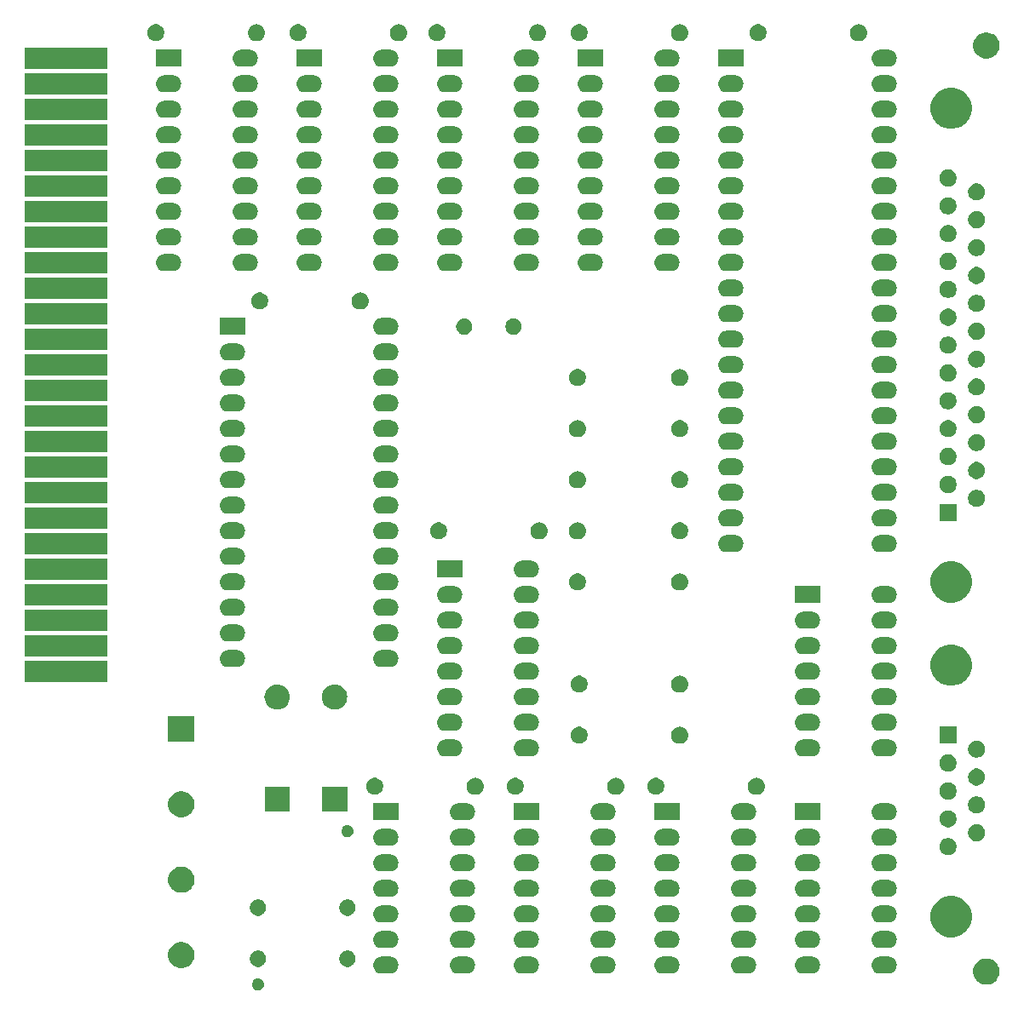
<source format=gbr>
G04 #@! TF.GenerationSoftware,KiCad,Pcbnew,5.1.4+dfsg1-1*
G04 #@! TF.CreationDate,2020-04-11T15:03:04+12:00*
G04 #@! TF.ProjectId,TIM1,54494d31-2e6b-4696-9361-645f70636258,rev?*
G04 #@! TF.SameCoordinates,Original*
G04 #@! TF.FileFunction,Soldermask,Top*
G04 #@! TF.FilePolarity,Negative*
%FSLAX46Y46*%
G04 Gerber Fmt 4.6, Leading zero omitted, Abs format (unit mm)*
G04 Created by KiCad (PCBNEW 5.1.4+dfsg1-1) date 2020-04-11 15:03:04*
%MOMM*%
%LPD*%
G04 APERTURE LIST*
%ADD10C,0.100000*%
G04 APERTURE END LIST*
D10*
G36*
X146186601Y-125779397D02*
G01*
X146225305Y-125787096D01*
X146257340Y-125800365D01*
X146334680Y-125832400D01*
X146433115Y-125898173D01*
X146516827Y-125981885D01*
X146582600Y-126080320D01*
X146627904Y-126189696D01*
X146651000Y-126305805D01*
X146651000Y-126424195D01*
X146627904Y-126540304D01*
X146582600Y-126649680D01*
X146516827Y-126748115D01*
X146433115Y-126831827D01*
X146334680Y-126897600D01*
X146257340Y-126929635D01*
X146225305Y-126942904D01*
X146186601Y-126950603D01*
X146109195Y-126966000D01*
X145990805Y-126966000D01*
X145913399Y-126950603D01*
X145874695Y-126942904D01*
X145842660Y-126929635D01*
X145765320Y-126897600D01*
X145666885Y-126831827D01*
X145583173Y-126748115D01*
X145517400Y-126649680D01*
X145472096Y-126540304D01*
X145449000Y-126424195D01*
X145449000Y-126305805D01*
X145472096Y-126189696D01*
X145517400Y-126080320D01*
X145583173Y-125981885D01*
X145666885Y-125898173D01*
X145765320Y-125832400D01*
X145842660Y-125800365D01*
X145874695Y-125787096D01*
X145913399Y-125779397D01*
X145990805Y-125764000D01*
X146109195Y-125764000D01*
X146186601Y-125779397D01*
X146186601Y-125779397D01*
G37*
G36*
X218819487Y-123843996D02*
G01*
X219056253Y-123942068D01*
X219056255Y-123942069D01*
X219269339Y-124084447D01*
X219450553Y-124265661D01*
X219578067Y-124456499D01*
X219592932Y-124478747D01*
X219691004Y-124715513D01*
X219741000Y-124966861D01*
X219741000Y-125223139D01*
X219691004Y-125474487D01*
X219592932Y-125711253D01*
X219592931Y-125711255D01*
X219450553Y-125924339D01*
X219269339Y-126105553D01*
X219056255Y-126247931D01*
X219056254Y-126247932D01*
X219056253Y-126247932D01*
X218819487Y-126346004D01*
X218568139Y-126396000D01*
X218311861Y-126396000D01*
X218060513Y-126346004D01*
X217823747Y-126247932D01*
X217823746Y-126247932D01*
X217823745Y-126247931D01*
X217610661Y-126105553D01*
X217429447Y-125924339D01*
X217287069Y-125711255D01*
X217287068Y-125711253D01*
X217188996Y-125474487D01*
X217139000Y-125223139D01*
X217139000Y-124966861D01*
X217188996Y-124715513D01*
X217287068Y-124478747D01*
X217301934Y-124456499D01*
X217429447Y-124265661D01*
X217610661Y-124084447D01*
X217823745Y-123942069D01*
X217823747Y-123942068D01*
X218060513Y-123843996D01*
X218311861Y-123794000D01*
X218568139Y-123794000D01*
X218819487Y-123843996D01*
X218819487Y-123843996D01*
G37*
G36*
X201226823Y-123621313D02*
G01*
X201387242Y-123669976D01*
X201519906Y-123740886D01*
X201535078Y-123748996D01*
X201664659Y-123855341D01*
X201771004Y-123984922D01*
X201771005Y-123984924D01*
X201850024Y-124132758D01*
X201898687Y-124293177D01*
X201915117Y-124460000D01*
X201898687Y-124626823D01*
X201850024Y-124787242D01*
X201779114Y-124919906D01*
X201771004Y-124935078D01*
X201664659Y-125064659D01*
X201535078Y-125171004D01*
X201535076Y-125171005D01*
X201387242Y-125250024D01*
X201226823Y-125298687D01*
X201101804Y-125311000D01*
X200218196Y-125311000D01*
X200093177Y-125298687D01*
X199932758Y-125250024D01*
X199784924Y-125171005D01*
X199784922Y-125171004D01*
X199655341Y-125064659D01*
X199548996Y-124935078D01*
X199540886Y-124919906D01*
X199469976Y-124787242D01*
X199421313Y-124626823D01*
X199404883Y-124460000D01*
X199421313Y-124293177D01*
X199469976Y-124132758D01*
X199548995Y-123984924D01*
X199548996Y-123984922D01*
X199655341Y-123855341D01*
X199784922Y-123748996D01*
X199800094Y-123740886D01*
X199932758Y-123669976D01*
X200093177Y-123621313D01*
X200218196Y-123609000D01*
X201101804Y-123609000D01*
X201226823Y-123621313D01*
X201226823Y-123621313D01*
G37*
G36*
X194876823Y-123621313D02*
G01*
X195037242Y-123669976D01*
X195169906Y-123740886D01*
X195185078Y-123748996D01*
X195314659Y-123855341D01*
X195421004Y-123984922D01*
X195421005Y-123984924D01*
X195500024Y-124132758D01*
X195548687Y-124293177D01*
X195565117Y-124460000D01*
X195548687Y-124626823D01*
X195500024Y-124787242D01*
X195429114Y-124919906D01*
X195421004Y-124935078D01*
X195314659Y-125064659D01*
X195185078Y-125171004D01*
X195185076Y-125171005D01*
X195037242Y-125250024D01*
X194876823Y-125298687D01*
X194751804Y-125311000D01*
X193868196Y-125311000D01*
X193743177Y-125298687D01*
X193582758Y-125250024D01*
X193434924Y-125171005D01*
X193434922Y-125171004D01*
X193305341Y-125064659D01*
X193198996Y-124935078D01*
X193190886Y-124919906D01*
X193119976Y-124787242D01*
X193071313Y-124626823D01*
X193054883Y-124460000D01*
X193071313Y-124293177D01*
X193119976Y-124132758D01*
X193198995Y-123984924D01*
X193198996Y-123984922D01*
X193305341Y-123855341D01*
X193434922Y-123748996D01*
X193450094Y-123740886D01*
X193582758Y-123669976D01*
X193743177Y-123621313D01*
X193868196Y-123609000D01*
X194751804Y-123609000D01*
X194876823Y-123621313D01*
X194876823Y-123621313D01*
G37*
G36*
X208846823Y-123621313D02*
G01*
X209007242Y-123669976D01*
X209139906Y-123740886D01*
X209155078Y-123748996D01*
X209284659Y-123855341D01*
X209391004Y-123984922D01*
X209391005Y-123984924D01*
X209470024Y-124132758D01*
X209518687Y-124293177D01*
X209535117Y-124460000D01*
X209518687Y-124626823D01*
X209470024Y-124787242D01*
X209399114Y-124919906D01*
X209391004Y-124935078D01*
X209284659Y-125064659D01*
X209155078Y-125171004D01*
X209155076Y-125171005D01*
X209007242Y-125250024D01*
X208846823Y-125298687D01*
X208721804Y-125311000D01*
X207838196Y-125311000D01*
X207713177Y-125298687D01*
X207552758Y-125250024D01*
X207404924Y-125171005D01*
X207404922Y-125171004D01*
X207275341Y-125064659D01*
X207168996Y-124935078D01*
X207160886Y-124919906D01*
X207089976Y-124787242D01*
X207041313Y-124626823D01*
X207024883Y-124460000D01*
X207041313Y-124293177D01*
X207089976Y-124132758D01*
X207168995Y-123984924D01*
X207168996Y-123984922D01*
X207275341Y-123855341D01*
X207404922Y-123748996D01*
X207420094Y-123740886D01*
X207552758Y-123669976D01*
X207713177Y-123621313D01*
X207838196Y-123609000D01*
X208721804Y-123609000D01*
X208846823Y-123621313D01*
X208846823Y-123621313D01*
G37*
G36*
X173286823Y-123621313D02*
G01*
X173447242Y-123669976D01*
X173579906Y-123740886D01*
X173595078Y-123748996D01*
X173724659Y-123855341D01*
X173831004Y-123984922D01*
X173831005Y-123984924D01*
X173910024Y-124132758D01*
X173958687Y-124293177D01*
X173975117Y-124460000D01*
X173958687Y-124626823D01*
X173910024Y-124787242D01*
X173839114Y-124919906D01*
X173831004Y-124935078D01*
X173724659Y-125064659D01*
X173595078Y-125171004D01*
X173595076Y-125171005D01*
X173447242Y-125250024D01*
X173286823Y-125298687D01*
X173161804Y-125311000D01*
X172278196Y-125311000D01*
X172153177Y-125298687D01*
X171992758Y-125250024D01*
X171844924Y-125171005D01*
X171844922Y-125171004D01*
X171715341Y-125064659D01*
X171608996Y-124935078D01*
X171600886Y-124919906D01*
X171529976Y-124787242D01*
X171481313Y-124626823D01*
X171464883Y-124460000D01*
X171481313Y-124293177D01*
X171529976Y-124132758D01*
X171608995Y-123984924D01*
X171608996Y-123984922D01*
X171715341Y-123855341D01*
X171844922Y-123748996D01*
X171860094Y-123740886D01*
X171992758Y-123669976D01*
X172153177Y-123621313D01*
X172278196Y-123609000D01*
X173161804Y-123609000D01*
X173286823Y-123621313D01*
X173286823Y-123621313D01*
G37*
G36*
X180906823Y-123621313D02*
G01*
X181067242Y-123669976D01*
X181199906Y-123740886D01*
X181215078Y-123748996D01*
X181344659Y-123855341D01*
X181451004Y-123984922D01*
X181451005Y-123984924D01*
X181530024Y-124132758D01*
X181578687Y-124293177D01*
X181595117Y-124460000D01*
X181578687Y-124626823D01*
X181530024Y-124787242D01*
X181459114Y-124919906D01*
X181451004Y-124935078D01*
X181344659Y-125064659D01*
X181215078Y-125171004D01*
X181215076Y-125171005D01*
X181067242Y-125250024D01*
X180906823Y-125298687D01*
X180781804Y-125311000D01*
X179898196Y-125311000D01*
X179773177Y-125298687D01*
X179612758Y-125250024D01*
X179464924Y-125171005D01*
X179464922Y-125171004D01*
X179335341Y-125064659D01*
X179228996Y-124935078D01*
X179220886Y-124919906D01*
X179149976Y-124787242D01*
X179101313Y-124626823D01*
X179084883Y-124460000D01*
X179101313Y-124293177D01*
X179149976Y-124132758D01*
X179228995Y-123984924D01*
X179228996Y-123984922D01*
X179335341Y-123855341D01*
X179464922Y-123748996D01*
X179480094Y-123740886D01*
X179612758Y-123669976D01*
X179773177Y-123621313D01*
X179898196Y-123609000D01*
X180781804Y-123609000D01*
X180906823Y-123621313D01*
X180906823Y-123621313D01*
G37*
G36*
X159316823Y-123621313D02*
G01*
X159477242Y-123669976D01*
X159609906Y-123740886D01*
X159625078Y-123748996D01*
X159754659Y-123855341D01*
X159861004Y-123984922D01*
X159861005Y-123984924D01*
X159940024Y-124132758D01*
X159988687Y-124293177D01*
X160005117Y-124460000D01*
X159988687Y-124626823D01*
X159940024Y-124787242D01*
X159869114Y-124919906D01*
X159861004Y-124935078D01*
X159754659Y-125064659D01*
X159625078Y-125171004D01*
X159625076Y-125171005D01*
X159477242Y-125250024D01*
X159316823Y-125298687D01*
X159191804Y-125311000D01*
X158308196Y-125311000D01*
X158183177Y-125298687D01*
X158022758Y-125250024D01*
X157874924Y-125171005D01*
X157874922Y-125171004D01*
X157745341Y-125064659D01*
X157638996Y-124935078D01*
X157630886Y-124919906D01*
X157559976Y-124787242D01*
X157511313Y-124626823D01*
X157494883Y-124460000D01*
X157511313Y-124293177D01*
X157559976Y-124132758D01*
X157638995Y-123984924D01*
X157638996Y-123984922D01*
X157745341Y-123855341D01*
X157874922Y-123748996D01*
X157890094Y-123740886D01*
X158022758Y-123669976D01*
X158183177Y-123621313D01*
X158308196Y-123609000D01*
X159191804Y-123609000D01*
X159316823Y-123621313D01*
X159316823Y-123621313D01*
G37*
G36*
X166936823Y-123621313D02*
G01*
X167097242Y-123669976D01*
X167229906Y-123740886D01*
X167245078Y-123748996D01*
X167374659Y-123855341D01*
X167481004Y-123984922D01*
X167481005Y-123984924D01*
X167560024Y-124132758D01*
X167608687Y-124293177D01*
X167625117Y-124460000D01*
X167608687Y-124626823D01*
X167560024Y-124787242D01*
X167489114Y-124919906D01*
X167481004Y-124935078D01*
X167374659Y-125064659D01*
X167245078Y-125171004D01*
X167245076Y-125171005D01*
X167097242Y-125250024D01*
X166936823Y-125298687D01*
X166811804Y-125311000D01*
X165928196Y-125311000D01*
X165803177Y-125298687D01*
X165642758Y-125250024D01*
X165494924Y-125171005D01*
X165494922Y-125171004D01*
X165365341Y-125064659D01*
X165258996Y-124935078D01*
X165250886Y-124919906D01*
X165179976Y-124787242D01*
X165131313Y-124626823D01*
X165114883Y-124460000D01*
X165131313Y-124293177D01*
X165179976Y-124132758D01*
X165258995Y-123984924D01*
X165258996Y-123984922D01*
X165365341Y-123855341D01*
X165494922Y-123748996D01*
X165510094Y-123740886D01*
X165642758Y-123669976D01*
X165803177Y-123621313D01*
X165928196Y-123609000D01*
X166811804Y-123609000D01*
X166936823Y-123621313D01*
X166936823Y-123621313D01*
G37*
G36*
X187256823Y-123621313D02*
G01*
X187417242Y-123669976D01*
X187549906Y-123740886D01*
X187565078Y-123748996D01*
X187694659Y-123855341D01*
X187801004Y-123984922D01*
X187801005Y-123984924D01*
X187880024Y-124132758D01*
X187928687Y-124293177D01*
X187945117Y-124460000D01*
X187928687Y-124626823D01*
X187880024Y-124787242D01*
X187809114Y-124919906D01*
X187801004Y-124935078D01*
X187694659Y-125064659D01*
X187565078Y-125171004D01*
X187565076Y-125171005D01*
X187417242Y-125250024D01*
X187256823Y-125298687D01*
X187131804Y-125311000D01*
X186248196Y-125311000D01*
X186123177Y-125298687D01*
X185962758Y-125250024D01*
X185814924Y-125171005D01*
X185814922Y-125171004D01*
X185685341Y-125064659D01*
X185578996Y-124935078D01*
X185570886Y-124919906D01*
X185499976Y-124787242D01*
X185451313Y-124626823D01*
X185434883Y-124460000D01*
X185451313Y-124293177D01*
X185499976Y-124132758D01*
X185578995Y-123984924D01*
X185578996Y-123984922D01*
X185685341Y-123855341D01*
X185814922Y-123748996D01*
X185830094Y-123740886D01*
X185962758Y-123669976D01*
X186123177Y-123621313D01*
X186248196Y-123609000D01*
X187131804Y-123609000D01*
X187256823Y-123621313D01*
X187256823Y-123621313D01*
G37*
G36*
X138809487Y-122213996D02*
G01*
X139046253Y-122312068D01*
X139046255Y-122312069D01*
X139259339Y-122454447D01*
X139440553Y-122635661D01*
X139530984Y-122771000D01*
X139582932Y-122848747D01*
X139681004Y-123085513D01*
X139731000Y-123336861D01*
X139731000Y-123593139D01*
X139681004Y-123844487D01*
X139582932Y-124081253D01*
X139582931Y-124081255D01*
X139440553Y-124294339D01*
X139259339Y-124475553D01*
X139046255Y-124617931D01*
X139046254Y-124617932D01*
X139046253Y-124617932D01*
X138809487Y-124716004D01*
X138558139Y-124766000D01*
X138301861Y-124766000D01*
X138050513Y-124716004D01*
X137813747Y-124617932D01*
X137813746Y-124617932D01*
X137813745Y-124617931D01*
X137600661Y-124475553D01*
X137419447Y-124294339D01*
X137277069Y-124081255D01*
X137277068Y-124081253D01*
X137178996Y-123844487D01*
X137129000Y-123593139D01*
X137129000Y-123336861D01*
X137178996Y-123085513D01*
X137277068Y-122848747D01*
X137329017Y-122771000D01*
X137419447Y-122635661D01*
X137600661Y-122454447D01*
X137813745Y-122312069D01*
X137813747Y-122312068D01*
X138050513Y-122213996D01*
X138301861Y-122164000D01*
X138558139Y-122164000D01*
X138809487Y-122213996D01*
X138809487Y-122213996D01*
G37*
G36*
X146287142Y-123043242D02*
G01*
X146435101Y-123104529D01*
X146568255Y-123193499D01*
X146681501Y-123306745D01*
X146770471Y-123439899D01*
X146831758Y-123587858D01*
X146863000Y-123744925D01*
X146863000Y-123905075D01*
X146831758Y-124062142D01*
X146770471Y-124210101D01*
X146681501Y-124343255D01*
X146568255Y-124456501D01*
X146435101Y-124545471D01*
X146287142Y-124606758D01*
X146130075Y-124638000D01*
X145969925Y-124638000D01*
X145812858Y-124606758D01*
X145664899Y-124545471D01*
X145531745Y-124456501D01*
X145418499Y-124343255D01*
X145329529Y-124210101D01*
X145268242Y-124062142D01*
X145237000Y-123905075D01*
X145237000Y-123744925D01*
X145268242Y-123587858D01*
X145329529Y-123439899D01*
X145418499Y-123306745D01*
X145531745Y-123193499D01*
X145664899Y-123104529D01*
X145812858Y-123043242D01*
X145969925Y-123012000D01*
X146130075Y-123012000D01*
X146287142Y-123043242D01*
X146287142Y-123043242D01*
G37*
G36*
X155177142Y-123043242D02*
G01*
X155325101Y-123104529D01*
X155458255Y-123193499D01*
X155571501Y-123306745D01*
X155660471Y-123439899D01*
X155721758Y-123587858D01*
X155753000Y-123744925D01*
X155753000Y-123905075D01*
X155721758Y-124062142D01*
X155660471Y-124210101D01*
X155571501Y-124343255D01*
X155458255Y-124456501D01*
X155325101Y-124545471D01*
X155177142Y-124606758D01*
X155020075Y-124638000D01*
X154859925Y-124638000D01*
X154702858Y-124606758D01*
X154554899Y-124545471D01*
X154421745Y-124456501D01*
X154308499Y-124343255D01*
X154219529Y-124210101D01*
X154158242Y-124062142D01*
X154127000Y-123905075D01*
X154127000Y-123744925D01*
X154158242Y-123587858D01*
X154219529Y-123439899D01*
X154308499Y-123306745D01*
X154421745Y-123193499D01*
X154554899Y-123104529D01*
X154702858Y-123043242D01*
X154859925Y-123012000D01*
X155020075Y-123012000D01*
X155177142Y-123043242D01*
X155177142Y-123043242D01*
G37*
G36*
X194876823Y-121081313D02*
G01*
X195037242Y-121129976D01*
X195169906Y-121200886D01*
X195185078Y-121208996D01*
X195314659Y-121315341D01*
X195421004Y-121444922D01*
X195421005Y-121444924D01*
X195500024Y-121592758D01*
X195548687Y-121753177D01*
X195565117Y-121920000D01*
X195548687Y-122086823D01*
X195500024Y-122247242D01*
X195465373Y-122312069D01*
X195421004Y-122395078D01*
X195314659Y-122524659D01*
X195185078Y-122631004D01*
X195185076Y-122631005D01*
X195037242Y-122710024D01*
X194876823Y-122758687D01*
X194751804Y-122771000D01*
X193868196Y-122771000D01*
X193743177Y-122758687D01*
X193582758Y-122710024D01*
X193434924Y-122631005D01*
X193434922Y-122631004D01*
X193305341Y-122524659D01*
X193198996Y-122395078D01*
X193154627Y-122312069D01*
X193119976Y-122247242D01*
X193071313Y-122086823D01*
X193054883Y-121920000D01*
X193071313Y-121753177D01*
X193119976Y-121592758D01*
X193198995Y-121444924D01*
X193198996Y-121444922D01*
X193305341Y-121315341D01*
X193434922Y-121208996D01*
X193450094Y-121200886D01*
X193582758Y-121129976D01*
X193743177Y-121081313D01*
X193868196Y-121069000D01*
X194751804Y-121069000D01*
X194876823Y-121081313D01*
X194876823Y-121081313D01*
G37*
G36*
X173286823Y-121081313D02*
G01*
X173447242Y-121129976D01*
X173579906Y-121200886D01*
X173595078Y-121208996D01*
X173724659Y-121315341D01*
X173831004Y-121444922D01*
X173831005Y-121444924D01*
X173910024Y-121592758D01*
X173958687Y-121753177D01*
X173975117Y-121920000D01*
X173958687Y-122086823D01*
X173910024Y-122247242D01*
X173875373Y-122312069D01*
X173831004Y-122395078D01*
X173724659Y-122524659D01*
X173595078Y-122631004D01*
X173595076Y-122631005D01*
X173447242Y-122710024D01*
X173286823Y-122758687D01*
X173161804Y-122771000D01*
X172278196Y-122771000D01*
X172153177Y-122758687D01*
X171992758Y-122710024D01*
X171844924Y-122631005D01*
X171844922Y-122631004D01*
X171715341Y-122524659D01*
X171608996Y-122395078D01*
X171564627Y-122312069D01*
X171529976Y-122247242D01*
X171481313Y-122086823D01*
X171464883Y-121920000D01*
X171481313Y-121753177D01*
X171529976Y-121592758D01*
X171608995Y-121444924D01*
X171608996Y-121444922D01*
X171715341Y-121315341D01*
X171844922Y-121208996D01*
X171860094Y-121200886D01*
X171992758Y-121129976D01*
X172153177Y-121081313D01*
X172278196Y-121069000D01*
X173161804Y-121069000D01*
X173286823Y-121081313D01*
X173286823Y-121081313D01*
G37*
G36*
X159316823Y-121081313D02*
G01*
X159477242Y-121129976D01*
X159609906Y-121200886D01*
X159625078Y-121208996D01*
X159754659Y-121315341D01*
X159861004Y-121444922D01*
X159861005Y-121444924D01*
X159940024Y-121592758D01*
X159988687Y-121753177D01*
X160005117Y-121920000D01*
X159988687Y-122086823D01*
X159940024Y-122247242D01*
X159905373Y-122312069D01*
X159861004Y-122395078D01*
X159754659Y-122524659D01*
X159625078Y-122631004D01*
X159625076Y-122631005D01*
X159477242Y-122710024D01*
X159316823Y-122758687D01*
X159191804Y-122771000D01*
X158308196Y-122771000D01*
X158183177Y-122758687D01*
X158022758Y-122710024D01*
X157874924Y-122631005D01*
X157874922Y-122631004D01*
X157745341Y-122524659D01*
X157638996Y-122395078D01*
X157594627Y-122312069D01*
X157559976Y-122247242D01*
X157511313Y-122086823D01*
X157494883Y-121920000D01*
X157511313Y-121753177D01*
X157559976Y-121592758D01*
X157638995Y-121444924D01*
X157638996Y-121444922D01*
X157745341Y-121315341D01*
X157874922Y-121208996D01*
X157890094Y-121200886D01*
X158022758Y-121129976D01*
X158183177Y-121081313D01*
X158308196Y-121069000D01*
X159191804Y-121069000D01*
X159316823Y-121081313D01*
X159316823Y-121081313D01*
G37*
G36*
X166936823Y-121081313D02*
G01*
X167097242Y-121129976D01*
X167229906Y-121200886D01*
X167245078Y-121208996D01*
X167374659Y-121315341D01*
X167481004Y-121444922D01*
X167481005Y-121444924D01*
X167560024Y-121592758D01*
X167608687Y-121753177D01*
X167625117Y-121920000D01*
X167608687Y-122086823D01*
X167560024Y-122247242D01*
X167525373Y-122312069D01*
X167481004Y-122395078D01*
X167374659Y-122524659D01*
X167245078Y-122631004D01*
X167245076Y-122631005D01*
X167097242Y-122710024D01*
X166936823Y-122758687D01*
X166811804Y-122771000D01*
X165928196Y-122771000D01*
X165803177Y-122758687D01*
X165642758Y-122710024D01*
X165494924Y-122631005D01*
X165494922Y-122631004D01*
X165365341Y-122524659D01*
X165258996Y-122395078D01*
X165214627Y-122312069D01*
X165179976Y-122247242D01*
X165131313Y-122086823D01*
X165114883Y-121920000D01*
X165131313Y-121753177D01*
X165179976Y-121592758D01*
X165258995Y-121444924D01*
X165258996Y-121444922D01*
X165365341Y-121315341D01*
X165494922Y-121208996D01*
X165510094Y-121200886D01*
X165642758Y-121129976D01*
X165803177Y-121081313D01*
X165928196Y-121069000D01*
X166811804Y-121069000D01*
X166936823Y-121081313D01*
X166936823Y-121081313D01*
G37*
G36*
X201226823Y-121081313D02*
G01*
X201387242Y-121129976D01*
X201519906Y-121200886D01*
X201535078Y-121208996D01*
X201664659Y-121315341D01*
X201771004Y-121444922D01*
X201771005Y-121444924D01*
X201850024Y-121592758D01*
X201898687Y-121753177D01*
X201915117Y-121920000D01*
X201898687Y-122086823D01*
X201850024Y-122247242D01*
X201815373Y-122312069D01*
X201771004Y-122395078D01*
X201664659Y-122524659D01*
X201535078Y-122631004D01*
X201535076Y-122631005D01*
X201387242Y-122710024D01*
X201226823Y-122758687D01*
X201101804Y-122771000D01*
X200218196Y-122771000D01*
X200093177Y-122758687D01*
X199932758Y-122710024D01*
X199784924Y-122631005D01*
X199784922Y-122631004D01*
X199655341Y-122524659D01*
X199548996Y-122395078D01*
X199504627Y-122312069D01*
X199469976Y-122247242D01*
X199421313Y-122086823D01*
X199404883Y-121920000D01*
X199421313Y-121753177D01*
X199469976Y-121592758D01*
X199548995Y-121444924D01*
X199548996Y-121444922D01*
X199655341Y-121315341D01*
X199784922Y-121208996D01*
X199800094Y-121200886D01*
X199932758Y-121129976D01*
X200093177Y-121081313D01*
X200218196Y-121069000D01*
X201101804Y-121069000D01*
X201226823Y-121081313D01*
X201226823Y-121081313D01*
G37*
G36*
X187256823Y-121081313D02*
G01*
X187417242Y-121129976D01*
X187549906Y-121200886D01*
X187565078Y-121208996D01*
X187694659Y-121315341D01*
X187801004Y-121444922D01*
X187801005Y-121444924D01*
X187880024Y-121592758D01*
X187928687Y-121753177D01*
X187945117Y-121920000D01*
X187928687Y-122086823D01*
X187880024Y-122247242D01*
X187845373Y-122312069D01*
X187801004Y-122395078D01*
X187694659Y-122524659D01*
X187565078Y-122631004D01*
X187565076Y-122631005D01*
X187417242Y-122710024D01*
X187256823Y-122758687D01*
X187131804Y-122771000D01*
X186248196Y-122771000D01*
X186123177Y-122758687D01*
X185962758Y-122710024D01*
X185814924Y-122631005D01*
X185814922Y-122631004D01*
X185685341Y-122524659D01*
X185578996Y-122395078D01*
X185534627Y-122312069D01*
X185499976Y-122247242D01*
X185451313Y-122086823D01*
X185434883Y-121920000D01*
X185451313Y-121753177D01*
X185499976Y-121592758D01*
X185578995Y-121444924D01*
X185578996Y-121444922D01*
X185685341Y-121315341D01*
X185814922Y-121208996D01*
X185830094Y-121200886D01*
X185962758Y-121129976D01*
X186123177Y-121081313D01*
X186248196Y-121069000D01*
X187131804Y-121069000D01*
X187256823Y-121081313D01*
X187256823Y-121081313D01*
G37*
G36*
X208846823Y-121081313D02*
G01*
X209007242Y-121129976D01*
X209139906Y-121200886D01*
X209155078Y-121208996D01*
X209284659Y-121315341D01*
X209391004Y-121444922D01*
X209391005Y-121444924D01*
X209470024Y-121592758D01*
X209518687Y-121753177D01*
X209535117Y-121920000D01*
X209518687Y-122086823D01*
X209470024Y-122247242D01*
X209435373Y-122312069D01*
X209391004Y-122395078D01*
X209284659Y-122524659D01*
X209155078Y-122631004D01*
X209155076Y-122631005D01*
X209007242Y-122710024D01*
X208846823Y-122758687D01*
X208721804Y-122771000D01*
X207838196Y-122771000D01*
X207713177Y-122758687D01*
X207552758Y-122710024D01*
X207404924Y-122631005D01*
X207404922Y-122631004D01*
X207275341Y-122524659D01*
X207168996Y-122395078D01*
X207124627Y-122312069D01*
X207089976Y-122247242D01*
X207041313Y-122086823D01*
X207024883Y-121920000D01*
X207041313Y-121753177D01*
X207089976Y-121592758D01*
X207168995Y-121444924D01*
X207168996Y-121444922D01*
X207275341Y-121315341D01*
X207404922Y-121208996D01*
X207420094Y-121200886D01*
X207552758Y-121129976D01*
X207713177Y-121081313D01*
X207838196Y-121069000D01*
X208721804Y-121069000D01*
X208846823Y-121081313D01*
X208846823Y-121081313D01*
G37*
G36*
X180906823Y-121081313D02*
G01*
X181067242Y-121129976D01*
X181199906Y-121200886D01*
X181215078Y-121208996D01*
X181344659Y-121315341D01*
X181451004Y-121444922D01*
X181451005Y-121444924D01*
X181530024Y-121592758D01*
X181578687Y-121753177D01*
X181595117Y-121920000D01*
X181578687Y-122086823D01*
X181530024Y-122247242D01*
X181495373Y-122312069D01*
X181451004Y-122395078D01*
X181344659Y-122524659D01*
X181215078Y-122631004D01*
X181215076Y-122631005D01*
X181067242Y-122710024D01*
X180906823Y-122758687D01*
X180781804Y-122771000D01*
X179898196Y-122771000D01*
X179773177Y-122758687D01*
X179612758Y-122710024D01*
X179464924Y-122631005D01*
X179464922Y-122631004D01*
X179335341Y-122524659D01*
X179228996Y-122395078D01*
X179184627Y-122312069D01*
X179149976Y-122247242D01*
X179101313Y-122086823D01*
X179084883Y-121920000D01*
X179101313Y-121753177D01*
X179149976Y-121592758D01*
X179228995Y-121444924D01*
X179228996Y-121444922D01*
X179335341Y-121315341D01*
X179464922Y-121208996D01*
X179480094Y-121200886D01*
X179612758Y-121129976D01*
X179773177Y-121081313D01*
X179898196Y-121069000D01*
X180781804Y-121069000D01*
X180906823Y-121081313D01*
X180906823Y-121081313D01*
G37*
G36*
X215528254Y-117667818D02*
G01*
X215901511Y-117822426D01*
X215901513Y-117822427D01*
X216237436Y-118046884D01*
X216523116Y-118332564D01*
X216745194Y-118664926D01*
X216747574Y-118668489D01*
X216902182Y-119041746D01*
X216981000Y-119437993D01*
X216981000Y-119842007D01*
X216902182Y-120238254D01*
X216747574Y-120611511D01*
X216747573Y-120611513D01*
X216523116Y-120947436D01*
X216237436Y-121233116D01*
X215901513Y-121457573D01*
X215901512Y-121457574D01*
X215901511Y-121457574D01*
X215528254Y-121612182D01*
X215132007Y-121691000D01*
X214727993Y-121691000D01*
X214331746Y-121612182D01*
X213958489Y-121457574D01*
X213958488Y-121457574D01*
X213958487Y-121457573D01*
X213622564Y-121233116D01*
X213336884Y-120947436D01*
X213112427Y-120611513D01*
X213112426Y-120611511D01*
X212957818Y-120238254D01*
X212879000Y-119842007D01*
X212879000Y-119437993D01*
X212957818Y-119041746D01*
X213112426Y-118668489D01*
X213114807Y-118664926D01*
X213336884Y-118332564D01*
X213622564Y-118046884D01*
X213958487Y-117822427D01*
X213958489Y-117822426D01*
X214331746Y-117667818D01*
X214727993Y-117589000D01*
X215132007Y-117589000D01*
X215528254Y-117667818D01*
X215528254Y-117667818D01*
G37*
G36*
X208846823Y-118541313D02*
G01*
X209007242Y-118589976D01*
X209139906Y-118660886D01*
X209155078Y-118668996D01*
X209284659Y-118775341D01*
X209391004Y-118904922D01*
X209391005Y-118904924D01*
X209470024Y-119052758D01*
X209518687Y-119213177D01*
X209535117Y-119380000D01*
X209518687Y-119546823D01*
X209470024Y-119707242D01*
X209399114Y-119839906D01*
X209391004Y-119855078D01*
X209284659Y-119984659D01*
X209155078Y-120091004D01*
X209155076Y-120091005D01*
X209007242Y-120170024D01*
X208846823Y-120218687D01*
X208721804Y-120231000D01*
X207838196Y-120231000D01*
X207713177Y-120218687D01*
X207552758Y-120170024D01*
X207404924Y-120091005D01*
X207404922Y-120091004D01*
X207275341Y-119984659D01*
X207168996Y-119855078D01*
X207160886Y-119839906D01*
X207089976Y-119707242D01*
X207041313Y-119546823D01*
X207024883Y-119380000D01*
X207041313Y-119213177D01*
X207089976Y-119052758D01*
X207168995Y-118904924D01*
X207168996Y-118904922D01*
X207275341Y-118775341D01*
X207404922Y-118668996D01*
X207420094Y-118660886D01*
X207552758Y-118589976D01*
X207713177Y-118541313D01*
X207838196Y-118529000D01*
X208721804Y-118529000D01*
X208846823Y-118541313D01*
X208846823Y-118541313D01*
G37*
G36*
X173286823Y-118541313D02*
G01*
X173447242Y-118589976D01*
X173579906Y-118660886D01*
X173595078Y-118668996D01*
X173724659Y-118775341D01*
X173831004Y-118904922D01*
X173831005Y-118904924D01*
X173910024Y-119052758D01*
X173958687Y-119213177D01*
X173975117Y-119380000D01*
X173958687Y-119546823D01*
X173910024Y-119707242D01*
X173839114Y-119839906D01*
X173831004Y-119855078D01*
X173724659Y-119984659D01*
X173595078Y-120091004D01*
X173595076Y-120091005D01*
X173447242Y-120170024D01*
X173286823Y-120218687D01*
X173161804Y-120231000D01*
X172278196Y-120231000D01*
X172153177Y-120218687D01*
X171992758Y-120170024D01*
X171844924Y-120091005D01*
X171844922Y-120091004D01*
X171715341Y-119984659D01*
X171608996Y-119855078D01*
X171600886Y-119839906D01*
X171529976Y-119707242D01*
X171481313Y-119546823D01*
X171464883Y-119380000D01*
X171481313Y-119213177D01*
X171529976Y-119052758D01*
X171608995Y-118904924D01*
X171608996Y-118904922D01*
X171715341Y-118775341D01*
X171844922Y-118668996D01*
X171860094Y-118660886D01*
X171992758Y-118589976D01*
X172153177Y-118541313D01*
X172278196Y-118529000D01*
X173161804Y-118529000D01*
X173286823Y-118541313D01*
X173286823Y-118541313D01*
G37*
G36*
X180906823Y-118541313D02*
G01*
X181067242Y-118589976D01*
X181199906Y-118660886D01*
X181215078Y-118668996D01*
X181344659Y-118775341D01*
X181451004Y-118904922D01*
X181451005Y-118904924D01*
X181530024Y-119052758D01*
X181578687Y-119213177D01*
X181595117Y-119380000D01*
X181578687Y-119546823D01*
X181530024Y-119707242D01*
X181459114Y-119839906D01*
X181451004Y-119855078D01*
X181344659Y-119984659D01*
X181215078Y-120091004D01*
X181215076Y-120091005D01*
X181067242Y-120170024D01*
X180906823Y-120218687D01*
X180781804Y-120231000D01*
X179898196Y-120231000D01*
X179773177Y-120218687D01*
X179612758Y-120170024D01*
X179464924Y-120091005D01*
X179464922Y-120091004D01*
X179335341Y-119984659D01*
X179228996Y-119855078D01*
X179220886Y-119839906D01*
X179149976Y-119707242D01*
X179101313Y-119546823D01*
X179084883Y-119380000D01*
X179101313Y-119213177D01*
X179149976Y-119052758D01*
X179228995Y-118904924D01*
X179228996Y-118904922D01*
X179335341Y-118775341D01*
X179464922Y-118668996D01*
X179480094Y-118660886D01*
X179612758Y-118589976D01*
X179773177Y-118541313D01*
X179898196Y-118529000D01*
X180781804Y-118529000D01*
X180906823Y-118541313D01*
X180906823Y-118541313D01*
G37*
G36*
X159316823Y-118541313D02*
G01*
X159477242Y-118589976D01*
X159609906Y-118660886D01*
X159625078Y-118668996D01*
X159754659Y-118775341D01*
X159861004Y-118904922D01*
X159861005Y-118904924D01*
X159940024Y-119052758D01*
X159988687Y-119213177D01*
X160005117Y-119380000D01*
X159988687Y-119546823D01*
X159940024Y-119707242D01*
X159869114Y-119839906D01*
X159861004Y-119855078D01*
X159754659Y-119984659D01*
X159625078Y-120091004D01*
X159625076Y-120091005D01*
X159477242Y-120170024D01*
X159316823Y-120218687D01*
X159191804Y-120231000D01*
X158308196Y-120231000D01*
X158183177Y-120218687D01*
X158022758Y-120170024D01*
X157874924Y-120091005D01*
X157874922Y-120091004D01*
X157745341Y-119984659D01*
X157638996Y-119855078D01*
X157630886Y-119839906D01*
X157559976Y-119707242D01*
X157511313Y-119546823D01*
X157494883Y-119380000D01*
X157511313Y-119213177D01*
X157559976Y-119052758D01*
X157638995Y-118904924D01*
X157638996Y-118904922D01*
X157745341Y-118775341D01*
X157874922Y-118668996D01*
X157890094Y-118660886D01*
X158022758Y-118589976D01*
X158183177Y-118541313D01*
X158308196Y-118529000D01*
X159191804Y-118529000D01*
X159316823Y-118541313D01*
X159316823Y-118541313D01*
G37*
G36*
X194876823Y-118541313D02*
G01*
X195037242Y-118589976D01*
X195169906Y-118660886D01*
X195185078Y-118668996D01*
X195314659Y-118775341D01*
X195421004Y-118904922D01*
X195421005Y-118904924D01*
X195500024Y-119052758D01*
X195548687Y-119213177D01*
X195565117Y-119380000D01*
X195548687Y-119546823D01*
X195500024Y-119707242D01*
X195429114Y-119839906D01*
X195421004Y-119855078D01*
X195314659Y-119984659D01*
X195185078Y-120091004D01*
X195185076Y-120091005D01*
X195037242Y-120170024D01*
X194876823Y-120218687D01*
X194751804Y-120231000D01*
X193868196Y-120231000D01*
X193743177Y-120218687D01*
X193582758Y-120170024D01*
X193434924Y-120091005D01*
X193434922Y-120091004D01*
X193305341Y-119984659D01*
X193198996Y-119855078D01*
X193190886Y-119839906D01*
X193119976Y-119707242D01*
X193071313Y-119546823D01*
X193054883Y-119380000D01*
X193071313Y-119213177D01*
X193119976Y-119052758D01*
X193198995Y-118904924D01*
X193198996Y-118904922D01*
X193305341Y-118775341D01*
X193434922Y-118668996D01*
X193450094Y-118660886D01*
X193582758Y-118589976D01*
X193743177Y-118541313D01*
X193868196Y-118529000D01*
X194751804Y-118529000D01*
X194876823Y-118541313D01*
X194876823Y-118541313D01*
G37*
G36*
X201226823Y-118541313D02*
G01*
X201387242Y-118589976D01*
X201519906Y-118660886D01*
X201535078Y-118668996D01*
X201664659Y-118775341D01*
X201771004Y-118904922D01*
X201771005Y-118904924D01*
X201850024Y-119052758D01*
X201898687Y-119213177D01*
X201915117Y-119380000D01*
X201898687Y-119546823D01*
X201850024Y-119707242D01*
X201779114Y-119839906D01*
X201771004Y-119855078D01*
X201664659Y-119984659D01*
X201535078Y-120091004D01*
X201535076Y-120091005D01*
X201387242Y-120170024D01*
X201226823Y-120218687D01*
X201101804Y-120231000D01*
X200218196Y-120231000D01*
X200093177Y-120218687D01*
X199932758Y-120170024D01*
X199784924Y-120091005D01*
X199784922Y-120091004D01*
X199655341Y-119984659D01*
X199548996Y-119855078D01*
X199540886Y-119839906D01*
X199469976Y-119707242D01*
X199421313Y-119546823D01*
X199404883Y-119380000D01*
X199421313Y-119213177D01*
X199469976Y-119052758D01*
X199548995Y-118904924D01*
X199548996Y-118904922D01*
X199655341Y-118775341D01*
X199784922Y-118668996D01*
X199800094Y-118660886D01*
X199932758Y-118589976D01*
X200093177Y-118541313D01*
X200218196Y-118529000D01*
X201101804Y-118529000D01*
X201226823Y-118541313D01*
X201226823Y-118541313D01*
G37*
G36*
X166936823Y-118541313D02*
G01*
X167097242Y-118589976D01*
X167229906Y-118660886D01*
X167245078Y-118668996D01*
X167374659Y-118775341D01*
X167481004Y-118904922D01*
X167481005Y-118904924D01*
X167560024Y-119052758D01*
X167608687Y-119213177D01*
X167625117Y-119380000D01*
X167608687Y-119546823D01*
X167560024Y-119707242D01*
X167489114Y-119839906D01*
X167481004Y-119855078D01*
X167374659Y-119984659D01*
X167245078Y-120091004D01*
X167245076Y-120091005D01*
X167097242Y-120170024D01*
X166936823Y-120218687D01*
X166811804Y-120231000D01*
X165928196Y-120231000D01*
X165803177Y-120218687D01*
X165642758Y-120170024D01*
X165494924Y-120091005D01*
X165494922Y-120091004D01*
X165365341Y-119984659D01*
X165258996Y-119855078D01*
X165250886Y-119839906D01*
X165179976Y-119707242D01*
X165131313Y-119546823D01*
X165114883Y-119380000D01*
X165131313Y-119213177D01*
X165179976Y-119052758D01*
X165258995Y-118904924D01*
X165258996Y-118904922D01*
X165365341Y-118775341D01*
X165494922Y-118668996D01*
X165510094Y-118660886D01*
X165642758Y-118589976D01*
X165803177Y-118541313D01*
X165928196Y-118529000D01*
X166811804Y-118529000D01*
X166936823Y-118541313D01*
X166936823Y-118541313D01*
G37*
G36*
X187256823Y-118541313D02*
G01*
X187417242Y-118589976D01*
X187549906Y-118660886D01*
X187565078Y-118668996D01*
X187694659Y-118775341D01*
X187801004Y-118904922D01*
X187801005Y-118904924D01*
X187880024Y-119052758D01*
X187928687Y-119213177D01*
X187945117Y-119380000D01*
X187928687Y-119546823D01*
X187880024Y-119707242D01*
X187809114Y-119839906D01*
X187801004Y-119855078D01*
X187694659Y-119984659D01*
X187565078Y-120091004D01*
X187565076Y-120091005D01*
X187417242Y-120170024D01*
X187256823Y-120218687D01*
X187131804Y-120231000D01*
X186248196Y-120231000D01*
X186123177Y-120218687D01*
X185962758Y-120170024D01*
X185814924Y-120091005D01*
X185814922Y-120091004D01*
X185685341Y-119984659D01*
X185578996Y-119855078D01*
X185570886Y-119839906D01*
X185499976Y-119707242D01*
X185451313Y-119546823D01*
X185434883Y-119380000D01*
X185451313Y-119213177D01*
X185499976Y-119052758D01*
X185578995Y-118904924D01*
X185578996Y-118904922D01*
X185685341Y-118775341D01*
X185814922Y-118668996D01*
X185830094Y-118660886D01*
X185962758Y-118589976D01*
X186123177Y-118541313D01*
X186248196Y-118529000D01*
X187131804Y-118529000D01*
X187256823Y-118541313D01*
X187256823Y-118541313D01*
G37*
G36*
X146287142Y-117963242D02*
G01*
X146435101Y-118024529D01*
X146568255Y-118113499D01*
X146681501Y-118226745D01*
X146770471Y-118359899D01*
X146831758Y-118507858D01*
X146863000Y-118664925D01*
X146863000Y-118825075D01*
X146831758Y-118982142D01*
X146770471Y-119130101D01*
X146681501Y-119263255D01*
X146568255Y-119376501D01*
X146435101Y-119465471D01*
X146287142Y-119526758D01*
X146130075Y-119558000D01*
X145969925Y-119558000D01*
X145812858Y-119526758D01*
X145664899Y-119465471D01*
X145531745Y-119376501D01*
X145418499Y-119263255D01*
X145329529Y-119130101D01*
X145268242Y-118982142D01*
X145237000Y-118825075D01*
X145237000Y-118664925D01*
X145268242Y-118507858D01*
X145329529Y-118359899D01*
X145418499Y-118226745D01*
X145531745Y-118113499D01*
X145664899Y-118024529D01*
X145812858Y-117963242D01*
X145969925Y-117932000D01*
X146130075Y-117932000D01*
X146287142Y-117963242D01*
X146287142Y-117963242D01*
G37*
G36*
X155177142Y-117963242D02*
G01*
X155325101Y-118024529D01*
X155458255Y-118113499D01*
X155571501Y-118226745D01*
X155660471Y-118359899D01*
X155721758Y-118507858D01*
X155753000Y-118664925D01*
X155753000Y-118825075D01*
X155721758Y-118982142D01*
X155660471Y-119130101D01*
X155571501Y-119263255D01*
X155458255Y-119376501D01*
X155325101Y-119465471D01*
X155177142Y-119526758D01*
X155020075Y-119558000D01*
X154859925Y-119558000D01*
X154702858Y-119526758D01*
X154554899Y-119465471D01*
X154421745Y-119376501D01*
X154308499Y-119263255D01*
X154219529Y-119130101D01*
X154158242Y-118982142D01*
X154127000Y-118825075D01*
X154127000Y-118664925D01*
X154158242Y-118507858D01*
X154219529Y-118359899D01*
X154308499Y-118226745D01*
X154421745Y-118113499D01*
X154554899Y-118024529D01*
X154702858Y-117963242D01*
X154859925Y-117932000D01*
X155020075Y-117932000D01*
X155177142Y-117963242D01*
X155177142Y-117963242D01*
G37*
G36*
X201226823Y-116001313D02*
G01*
X201387242Y-116049976D01*
X201467990Y-116093137D01*
X201535078Y-116128996D01*
X201664659Y-116235341D01*
X201771004Y-116364922D01*
X201771005Y-116364924D01*
X201850024Y-116512758D01*
X201898687Y-116673177D01*
X201915117Y-116840000D01*
X201898687Y-117006823D01*
X201850024Y-117167242D01*
X201823960Y-117216004D01*
X201771004Y-117315078D01*
X201664659Y-117444659D01*
X201535078Y-117551004D01*
X201535076Y-117551005D01*
X201387242Y-117630024D01*
X201226823Y-117678687D01*
X201101804Y-117691000D01*
X200218196Y-117691000D01*
X200093177Y-117678687D01*
X199932758Y-117630024D01*
X199784924Y-117551005D01*
X199784922Y-117551004D01*
X199655341Y-117444659D01*
X199548996Y-117315078D01*
X199496040Y-117216004D01*
X199469976Y-117167242D01*
X199421313Y-117006823D01*
X199404883Y-116840000D01*
X199421313Y-116673177D01*
X199469976Y-116512758D01*
X199548995Y-116364924D01*
X199548996Y-116364922D01*
X199655341Y-116235341D01*
X199784922Y-116128996D01*
X199852010Y-116093137D01*
X199932758Y-116049976D01*
X200093177Y-116001313D01*
X200218196Y-115989000D01*
X201101804Y-115989000D01*
X201226823Y-116001313D01*
X201226823Y-116001313D01*
G37*
G36*
X194876823Y-116001313D02*
G01*
X195037242Y-116049976D01*
X195117990Y-116093137D01*
X195185078Y-116128996D01*
X195314659Y-116235341D01*
X195421004Y-116364922D01*
X195421005Y-116364924D01*
X195500024Y-116512758D01*
X195548687Y-116673177D01*
X195565117Y-116840000D01*
X195548687Y-117006823D01*
X195500024Y-117167242D01*
X195473960Y-117216004D01*
X195421004Y-117315078D01*
X195314659Y-117444659D01*
X195185078Y-117551004D01*
X195185076Y-117551005D01*
X195037242Y-117630024D01*
X194876823Y-117678687D01*
X194751804Y-117691000D01*
X193868196Y-117691000D01*
X193743177Y-117678687D01*
X193582758Y-117630024D01*
X193434924Y-117551005D01*
X193434922Y-117551004D01*
X193305341Y-117444659D01*
X193198996Y-117315078D01*
X193146040Y-117216004D01*
X193119976Y-117167242D01*
X193071313Y-117006823D01*
X193054883Y-116840000D01*
X193071313Y-116673177D01*
X193119976Y-116512758D01*
X193198995Y-116364924D01*
X193198996Y-116364922D01*
X193305341Y-116235341D01*
X193434922Y-116128996D01*
X193502010Y-116093137D01*
X193582758Y-116049976D01*
X193743177Y-116001313D01*
X193868196Y-115989000D01*
X194751804Y-115989000D01*
X194876823Y-116001313D01*
X194876823Y-116001313D01*
G37*
G36*
X187256823Y-116001313D02*
G01*
X187417242Y-116049976D01*
X187497990Y-116093137D01*
X187565078Y-116128996D01*
X187694659Y-116235341D01*
X187801004Y-116364922D01*
X187801005Y-116364924D01*
X187880024Y-116512758D01*
X187928687Y-116673177D01*
X187945117Y-116840000D01*
X187928687Y-117006823D01*
X187880024Y-117167242D01*
X187853960Y-117216004D01*
X187801004Y-117315078D01*
X187694659Y-117444659D01*
X187565078Y-117551004D01*
X187565076Y-117551005D01*
X187417242Y-117630024D01*
X187256823Y-117678687D01*
X187131804Y-117691000D01*
X186248196Y-117691000D01*
X186123177Y-117678687D01*
X185962758Y-117630024D01*
X185814924Y-117551005D01*
X185814922Y-117551004D01*
X185685341Y-117444659D01*
X185578996Y-117315078D01*
X185526040Y-117216004D01*
X185499976Y-117167242D01*
X185451313Y-117006823D01*
X185434883Y-116840000D01*
X185451313Y-116673177D01*
X185499976Y-116512758D01*
X185578995Y-116364924D01*
X185578996Y-116364922D01*
X185685341Y-116235341D01*
X185814922Y-116128996D01*
X185882010Y-116093137D01*
X185962758Y-116049976D01*
X186123177Y-116001313D01*
X186248196Y-115989000D01*
X187131804Y-115989000D01*
X187256823Y-116001313D01*
X187256823Y-116001313D01*
G37*
G36*
X180906823Y-116001313D02*
G01*
X181067242Y-116049976D01*
X181147990Y-116093137D01*
X181215078Y-116128996D01*
X181344659Y-116235341D01*
X181451004Y-116364922D01*
X181451005Y-116364924D01*
X181530024Y-116512758D01*
X181578687Y-116673177D01*
X181595117Y-116840000D01*
X181578687Y-117006823D01*
X181530024Y-117167242D01*
X181503960Y-117216004D01*
X181451004Y-117315078D01*
X181344659Y-117444659D01*
X181215078Y-117551004D01*
X181215076Y-117551005D01*
X181067242Y-117630024D01*
X180906823Y-117678687D01*
X180781804Y-117691000D01*
X179898196Y-117691000D01*
X179773177Y-117678687D01*
X179612758Y-117630024D01*
X179464924Y-117551005D01*
X179464922Y-117551004D01*
X179335341Y-117444659D01*
X179228996Y-117315078D01*
X179176040Y-117216004D01*
X179149976Y-117167242D01*
X179101313Y-117006823D01*
X179084883Y-116840000D01*
X179101313Y-116673177D01*
X179149976Y-116512758D01*
X179228995Y-116364924D01*
X179228996Y-116364922D01*
X179335341Y-116235341D01*
X179464922Y-116128996D01*
X179532010Y-116093137D01*
X179612758Y-116049976D01*
X179773177Y-116001313D01*
X179898196Y-115989000D01*
X180781804Y-115989000D01*
X180906823Y-116001313D01*
X180906823Y-116001313D01*
G37*
G36*
X173286823Y-116001313D02*
G01*
X173447242Y-116049976D01*
X173527990Y-116093137D01*
X173595078Y-116128996D01*
X173724659Y-116235341D01*
X173831004Y-116364922D01*
X173831005Y-116364924D01*
X173910024Y-116512758D01*
X173958687Y-116673177D01*
X173975117Y-116840000D01*
X173958687Y-117006823D01*
X173910024Y-117167242D01*
X173883960Y-117216004D01*
X173831004Y-117315078D01*
X173724659Y-117444659D01*
X173595078Y-117551004D01*
X173595076Y-117551005D01*
X173447242Y-117630024D01*
X173286823Y-117678687D01*
X173161804Y-117691000D01*
X172278196Y-117691000D01*
X172153177Y-117678687D01*
X171992758Y-117630024D01*
X171844924Y-117551005D01*
X171844922Y-117551004D01*
X171715341Y-117444659D01*
X171608996Y-117315078D01*
X171556040Y-117216004D01*
X171529976Y-117167242D01*
X171481313Y-117006823D01*
X171464883Y-116840000D01*
X171481313Y-116673177D01*
X171529976Y-116512758D01*
X171608995Y-116364924D01*
X171608996Y-116364922D01*
X171715341Y-116235341D01*
X171844922Y-116128996D01*
X171912010Y-116093137D01*
X171992758Y-116049976D01*
X172153177Y-116001313D01*
X172278196Y-115989000D01*
X173161804Y-115989000D01*
X173286823Y-116001313D01*
X173286823Y-116001313D01*
G37*
G36*
X166936823Y-116001313D02*
G01*
X167097242Y-116049976D01*
X167177990Y-116093137D01*
X167245078Y-116128996D01*
X167374659Y-116235341D01*
X167481004Y-116364922D01*
X167481005Y-116364924D01*
X167560024Y-116512758D01*
X167608687Y-116673177D01*
X167625117Y-116840000D01*
X167608687Y-117006823D01*
X167560024Y-117167242D01*
X167533960Y-117216004D01*
X167481004Y-117315078D01*
X167374659Y-117444659D01*
X167245078Y-117551004D01*
X167245076Y-117551005D01*
X167097242Y-117630024D01*
X166936823Y-117678687D01*
X166811804Y-117691000D01*
X165928196Y-117691000D01*
X165803177Y-117678687D01*
X165642758Y-117630024D01*
X165494924Y-117551005D01*
X165494922Y-117551004D01*
X165365341Y-117444659D01*
X165258996Y-117315078D01*
X165206040Y-117216004D01*
X165179976Y-117167242D01*
X165131313Y-117006823D01*
X165114883Y-116840000D01*
X165131313Y-116673177D01*
X165179976Y-116512758D01*
X165258995Y-116364924D01*
X165258996Y-116364922D01*
X165365341Y-116235341D01*
X165494922Y-116128996D01*
X165562010Y-116093137D01*
X165642758Y-116049976D01*
X165803177Y-116001313D01*
X165928196Y-115989000D01*
X166811804Y-115989000D01*
X166936823Y-116001313D01*
X166936823Y-116001313D01*
G37*
G36*
X159316823Y-116001313D02*
G01*
X159477242Y-116049976D01*
X159557990Y-116093137D01*
X159625078Y-116128996D01*
X159754659Y-116235341D01*
X159861004Y-116364922D01*
X159861005Y-116364924D01*
X159940024Y-116512758D01*
X159988687Y-116673177D01*
X160005117Y-116840000D01*
X159988687Y-117006823D01*
X159940024Y-117167242D01*
X159913960Y-117216004D01*
X159861004Y-117315078D01*
X159754659Y-117444659D01*
X159625078Y-117551004D01*
X159625076Y-117551005D01*
X159477242Y-117630024D01*
X159316823Y-117678687D01*
X159191804Y-117691000D01*
X158308196Y-117691000D01*
X158183177Y-117678687D01*
X158022758Y-117630024D01*
X157874924Y-117551005D01*
X157874922Y-117551004D01*
X157745341Y-117444659D01*
X157638996Y-117315078D01*
X157586040Y-117216004D01*
X157559976Y-117167242D01*
X157511313Y-117006823D01*
X157494883Y-116840000D01*
X157511313Y-116673177D01*
X157559976Y-116512758D01*
X157638995Y-116364924D01*
X157638996Y-116364922D01*
X157745341Y-116235341D01*
X157874922Y-116128996D01*
X157942010Y-116093137D01*
X158022758Y-116049976D01*
X158183177Y-116001313D01*
X158308196Y-115989000D01*
X159191804Y-115989000D01*
X159316823Y-116001313D01*
X159316823Y-116001313D01*
G37*
G36*
X208846823Y-116001313D02*
G01*
X209007242Y-116049976D01*
X209087990Y-116093137D01*
X209155078Y-116128996D01*
X209284659Y-116235341D01*
X209391004Y-116364922D01*
X209391005Y-116364924D01*
X209470024Y-116512758D01*
X209518687Y-116673177D01*
X209535117Y-116840000D01*
X209518687Y-117006823D01*
X209470024Y-117167242D01*
X209443960Y-117216004D01*
X209391004Y-117315078D01*
X209284659Y-117444659D01*
X209155078Y-117551004D01*
X209155076Y-117551005D01*
X209007242Y-117630024D01*
X208846823Y-117678687D01*
X208721804Y-117691000D01*
X207838196Y-117691000D01*
X207713177Y-117678687D01*
X207552758Y-117630024D01*
X207404924Y-117551005D01*
X207404922Y-117551004D01*
X207275341Y-117444659D01*
X207168996Y-117315078D01*
X207116040Y-117216004D01*
X207089976Y-117167242D01*
X207041313Y-117006823D01*
X207024883Y-116840000D01*
X207041313Y-116673177D01*
X207089976Y-116512758D01*
X207168995Y-116364924D01*
X207168996Y-116364922D01*
X207275341Y-116235341D01*
X207404922Y-116128996D01*
X207472010Y-116093137D01*
X207552758Y-116049976D01*
X207713177Y-116001313D01*
X207838196Y-115989000D01*
X208721804Y-115989000D01*
X208846823Y-116001313D01*
X208846823Y-116001313D01*
G37*
G36*
X138809487Y-114713996D02*
G01*
X139046253Y-114812068D01*
X139046255Y-114812069D01*
X139184826Y-114904659D01*
X139259339Y-114954447D01*
X139440553Y-115135661D01*
X139582932Y-115348747D01*
X139681004Y-115585513D01*
X139731000Y-115836861D01*
X139731000Y-116093139D01*
X139681004Y-116344487D01*
X139611302Y-116512761D01*
X139582931Y-116581255D01*
X139440553Y-116794339D01*
X139259339Y-116975553D01*
X139046255Y-117117931D01*
X139046254Y-117117932D01*
X139046253Y-117117932D01*
X138809487Y-117216004D01*
X138558139Y-117266000D01*
X138301861Y-117266000D01*
X138050513Y-117216004D01*
X137813747Y-117117932D01*
X137813746Y-117117932D01*
X137813745Y-117117931D01*
X137600661Y-116975553D01*
X137419447Y-116794339D01*
X137277069Y-116581255D01*
X137248698Y-116512761D01*
X137178996Y-116344487D01*
X137129000Y-116093139D01*
X137129000Y-115836861D01*
X137178996Y-115585513D01*
X137277068Y-115348747D01*
X137419447Y-115135661D01*
X137600661Y-114954447D01*
X137675174Y-114904659D01*
X137813745Y-114812069D01*
X137813747Y-114812068D01*
X138050513Y-114713996D01*
X138301861Y-114664000D01*
X138558139Y-114664000D01*
X138809487Y-114713996D01*
X138809487Y-114713996D01*
G37*
G36*
X201226823Y-113461313D02*
G01*
X201387242Y-113509976D01*
X201519906Y-113580886D01*
X201535078Y-113588996D01*
X201664659Y-113695341D01*
X201771004Y-113824922D01*
X201771005Y-113824924D01*
X201850024Y-113972758D01*
X201898687Y-114133177D01*
X201915117Y-114300000D01*
X201898687Y-114466823D01*
X201850024Y-114627242D01*
X201830376Y-114664000D01*
X201771004Y-114775078D01*
X201664659Y-114904659D01*
X201535078Y-115011004D01*
X201535076Y-115011005D01*
X201387242Y-115090024D01*
X201226823Y-115138687D01*
X201101804Y-115151000D01*
X200218196Y-115151000D01*
X200093177Y-115138687D01*
X199932758Y-115090024D01*
X199784924Y-115011005D01*
X199784922Y-115011004D01*
X199655341Y-114904659D01*
X199548996Y-114775078D01*
X199489624Y-114664000D01*
X199469976Y-114627242D01*
X199421313Y-114466823D01*
X199404883Y-114300000D01*
X199421313Y-114133177D01*
X199469976Y-113972758D01*
X199548995Y-113824924D01*
X199548996Y-113824922D01*
X199655341Y-113695341D01*
X199784922Y-113588996D01*
X199800094Y-113580886D01*
X199932758Y-113509976D01*
X200093177Y-113461313D01*
X200218196Y-113449000D01*
X201101804Y-113449000D01*
X201226823Y-113461313D01*
X201226823Y-113461313D01*
G37*
G36*
X166936823Y-113461313D02*
G01*
X167097242Y-113509976D01*
X167229906Y-113580886D01*
X167245078Y-113588996D01*
X167374659Y-113695341D01*
X167481004Y-113824922D01*
X167481005Y-113824924D01*
X167560024Y-113972758D01*
X167608687Y-114133177D01*
X167625117Y-114300000D01*
X167608687Y-114466823D01*
X167560024Y-114627242D01*
X167540376Y-114664000D01*
X167481004Y-114775078D01*
X167374659Y-114904659D01*
X167245078Y-115011004D01*
X167245076Y-115011005D01*
X167097242Y-115090024D01*
X166936823Y-115138687D01*
X166811804Y-115151000D01*
X165928196Y-115151000D01*
X165803177Y-115138687D01*
X165642758Y-115090024D01*
X165494924Y-115011005D01*
X165494922Y-115011004D01*
X165365341Y-114904659D01*
X165258996Y-114775078D01*
X165199624Y-114664000D01*
X165179976Y-114627242D01*
X165131313Y-114466823D01*
X165114883Y-114300000D01*
X165131313Y-114133177D01*
X165179976Y-113972758D01*
X165258995Y-113824924D01*
X165258996Y-113824922D01*
X165365341Y-113695341D01*
X165494922Y-113588996D01*
X165510094Y-113580886D01*
X165642758Y-113509976D01*
X165803177Y-113461313D01*
X165928196Y-113449000D01*
X166811804Y-113449000D01*
X166936823Y-113461313D01*
X166936823Y-113461313D01*
G37*
G36*
X173286823Y-113461313D02*
G01*
X173447242Y-113509976D01*
X173579906Y-113580886D01*
X173595078Y-113588996D01*
X173724659Y-113695341D01*
X173831004Y-113824922D01*
X173831005Y-113824924D01*
X173910024Y-113972758D01*
X173958687Y-114133177D01*
X173975117Y-114300000D01*
X173958687Y-114466823D01*
X173910024Y-114627242D01*
X173890376Y-114664000D01*
X173831004Y-114775078D01*
X173724659Y-114904659D01*
X173595078Y-115011004D01*
X173595076Y-115011005D01*
X173447242Y-115090024D01*
X173286823Y-115138687D01*
X173161804Y-115151000D01*
X172278196Y-115151000D01*
X172153177Y-115138687D01*
X171992758Y-115090024D01*
X171844924Y-115011005D01*
X171844922Y-115011004D01*
X171715341Y-114904659D01*
X171608996Y-114775078D01*
X171549624Y-114664000D01*
X171529976Y-114627242D01*
X171481313Y-114466823D01*
X171464883Y-114300000D01*
X171481313Y-114133177D01*
X171529976Y-113972758D01*
X171608995Y-113824924D01*
X171608996Y-113824922D01*
X171715341Y-113695341D01*
X171844922Y-113588996D01*
X171860094Y-113580886D01*
X171992758Y-113509976D01*
X172153177Y-113461313D01*
X172278196Y-113449000D01*
X173161804Y-113449000D01*
X173286823Y-113461313D01*
X173286823Y-113461313D01*
G37*
G36*
X208846823Y-113461313D02*
G01*
X209007242Y-113509976D01*
X209139906Y-113580886D01*
X209155078Y-113588996D01*
X209284659Y-113695341D01*
X209391004Y-113824922D01*
X209391005Y-113824924D01*
X209470024Y-113972758D01*
X209518687Y-114133177D01*
X209535117Y-114300000D01*
X209518687Y-114466823D01*
X209470024Y-114627242D01*
X209450376Y-114664000D01*
X209391004Y-114775078D01*
X209284659Y-114904659D01*
X209155078Y-115011004D01*
X209155076Y-115011005D01*
X209007242Y-115090024D01*
X208846823Y-115138687D01*
X208721804Y-115151000D01*
X207838196Y-115151000D01*
X207713177Y-115138687D01*
X207552758Y-115090024D01*
X207404924Y-115011005D01*
X207404922Y-115011004D01*
X207275341Y-114904659D01*
X207168996Y-114775078D01*
X207109624Y-114664000D01*
X207089976Y-114627242D01*
X207041313Y-114466823D01*
X207024883Y-114300000D01*
X207041313Y-114133177D01*
X207089976Y-113972758D01*
X207168995Y-113824924D01*
X207168996Y-113824922D01*
X207275341Y-113695341D01*
X207404922Y-113588996D01*
X207420094Y-113580886D01*
X207552758Y-113509976D01*
X207713177Y-113461313D01*
X207838196Y-113449000D01*
X208721804Y-113449000D01*
X208846823Y-113461313D01*
X208846823Y-113461313D01*
G37*
G36*
X180906823Y-113461313D02*
G01*
X181067242Y-113509976D01*
X181199906Y-113580886D01*
X181215078Y-113588996D01*
X181344659Y-113695341D01*
X181451004Y-113824922D01*
X181451005Y-113824924D01*
X181530024Y-113972758D01*
X181578687Y-114133177D01*
X181595117Y-114300000D01*
X181578687Y-114466823D01*
X181530024Y-114627242D01*
X181510376Y-114664000D01*
X181451004Y-114775078D01*
X181344659Y-114904659D01*
X181215078Y-115011004D01*
X181215076Y-115011005D01*
X181067242Y-115090024D01*
X180906823Y-115138687D01*
X180781804Y-115151000D01*
X179898196Y-115151000D01*
X179773177Y-115138687D01*
X179612758Y-115090024D01*
X179464924Y-115011005D01*
X179464922Y-115011004D01*
X179335341Y-114904659D01*
X179228996Y-114775078D01*
X179169624Y-114664000D01*
X179149976Y-114627242D01*
X179101313Y-114466823D01*
X179084883Y-114300000D01*
X179101313Y-114133177D01*
X179149976Y-113972758D01*
X179228995Y-113824924D01*
X179228996Y-113824922D01*
X179335341Y-113695341D01*
X179464922Y-113588996D01*
X179480094Y-113580886D01*
X179612758Y-113509976D01*
X179773177Y-113461313D01*
X179898196Y-113449000D01*
X180781804Y-113449000D01*
X180906823Y-113461313D01*
X180906823Y-113461313D01*
G37*
G36*
X187256823Y-113461313D02*
G01*
X187417242Y-113509976D01*
X187549906Y-113580886D01*
X187565078Y-113588996D01*
X187694659Y-113695341D01*
X187801004Y-113824922D01*
X187801005Y-113824924D01*
X187880024Y-113972758D01*
X187928687Y-114133177D01*
X187945117Y-114300000D01*
X187928687Y-114466823D01*
X187880024Y-114627242D01*
X187860376Y-114664000D01*
X187801004Y-114775078D01*
X187694659Y-114904659D01*
X187565078Y-115011004D01*
X187565076Y-115011005D01*
X187417242Y-115090024D01*
X187256823Y-115138687D01*
X187131804Y-115151000D01*
X186248196Y-115151000D01*
X186123177Y-115138687D01*
X185962758Y-115090024D01*
X185814924Y-115011005D01*
X185814922Y-115011004D01*
X185685341Y-114904659D01*
X185578996Y-114775078D01*
X185519624Y-114664000D01*
X185499976Y-114627242D01*
X185451313Y-114466823D01*
X185434883Y-114300000D01*
X185451313Y-114133177D01*
X185499976Y-113972758D01*
X185578995Y-113824924D01*
X185578996Y-113824922D01*
X185685341Y-113695341D01*
X185814922Y-113588996D01*
X185830094Y-113580886D01*
X185962758Y-113509976D01*
X186123177Y-113461313D01*
X186248196Y-113449000D01*
X187131804Y-113449000D01*
X187256823Y-113461313D01*
X187256823Y-113461313D01*
G37*
G36*
X194876823Y-113461313D02*
G01*
X195037242Y-113509976D01*
X195169906Y-113580886D01*
X195185078Y-113588996D01*
X195314659Y-113695341D01*
X195421004Y-113824922D01*
X195421005Y-113824924D01*
X195500024Y-113972758D01*
X195548687Y-114133177D01*
X195565117Y-114300000D01*
X195548687Y-114466823D01*
X195500024Y-114627242D01*
X195480376Y-114664000D01*
X195421004Y-114775078D01*
X195314659Y-114904659D01*
X195185078Y-115011004D01*
X195185076Y-115011005D01*
X195037242Y-115090024D01*
X194876823Y-115138687D01*
X194751804Y-115151000D01*
X193868196Y-115151000D01*
X193743177Y-115138687D01*
X193582758Y-115090024D01*
X193434924Y-115011005D01*
X193434922Y-115011004D01*
X193305341Y-114904659D01*
X193198996Y-114775078D01*
X193139624Y-114664000D01*
X193119976Y-114627242D01*
X193071313Y-114466823D01*
X193054883Y-114300000D01*
X193071313Y-114133177D01*
X193119976Y-113972758D01*
X193198995Y-113824924D01*
X193198996Y-113824922D01*
X193305341Y-113695341D01*
X193434922Y-113588996D01*
X193450094Y-113580886D01*
X193582758Y-113509976D01*
X193743177Y-113461313D01*
X193868196Y-113449000D01*
X194751804Y-113449000D01*
X194876823Y-113461313D01*
X194876823Y-113461313D01*
G37*
G36*
X159316823Y-113461313D02*
G01*
X159477242Y-113509976D01*
X159609906Y-113580886D01*
X159625078Y-113588996D01*
X159754659Y-113695341D01*
X159861004Y-113824922D01*
X159861005Y-113824924D01*
X159940024Y-113972758D01*
X159988687Y-114133177D01*
X160005117Y-114300000D01*
X159988687Y-114466823D01*
X159940024Y-114627242D01*
X159920376Y-114664000D01*
X159861004Y-114775078D01*
X159754659Y-114904659D01*
X159625078Y-115011004D01*
X159625076Y-115011005D01*
X159477242Y-115090024D01*
X159316823Y-115138687D01*
X159191804Y-115151000D01*
X158308196Y-115151000D01*
X158183177Y-115138687D01*
X158022758Y-115090024D01*
X157874924Y-115011005D01*
X157874922Y-115011004D01*
X157745341Y-114904659D01*
X157638996Y-114775078D01*
X157579624Y-114664000D01*
X157559976Y-114627242D01*
X157511313Y-114466823D01*
X157494883Y-114300000D01*
X157511313Y-114133177D01*
X157559976Y-113972758D01*
X157638995Y-113824924D01*
X157638996Y-113824922D01*
X157745341Y-113695341D01*
X157874922Y-113588996D01*
X157890094Y-113580886D01*
X158022758Y-113509976D01*
X158183177Y-113461313D01*
X158308196Y-113449000D01*
X159191804Y-113449000D01*
X159316823Y-113461313D01*
X159316823Y-113461313D01*
G37*
G36*
X214878228Y-111861703D02*
G01*
X215033100Y-111925853D01*
X215172481Y-112018985D01*
X215291015Y-112137519D01*
X215384147Y-112276900D01*
X215448297Y-112431772D01*
X215481000Y-112596184D01*
X215481000Y-112763816D01*
X215448297Y-112928228D01*
X215384147Y-113083100D01*
X215291015Y-113222481D01*
X215172481Y-113341015D01*
X215033100Y-113434147D01*
X214878228Y-113498297D01*
X214713816Y-113531000D01*
X214546184Y-113531000D01*
X214381772Y-113498297D01*
X214226900Y-113434147D01*
X214087519Y-113341015D01*
X213968985Y-113222481D01*
X213875853Y-113083100D01*
X213811703Y-112928228D01*
X213779000Y-112763816D01*
X213779000Y-112596184D01*
X213811703Y-112431772D01*
X213875853Y-112276900D01*
X213968985Y-112137519D01*
X214087519Y-112018985D01*
X214226900Y-111925853D01*
X214381772Y-111861703D01*
X214546184Y-111829000D01*
X214713816Y-111829000D01*
X214878228Y-111861703D01*
X214878228Y-111861703D01*
G37*
G36*
X208846823Y-110921313D02*
G01*
X209007242Y-110969976D01*
X209139906Y-111040886D01*
X209155078Y-111048996D01*
X209284659Y-111155341D01*
X209391004Y-111284922D01*
X209391005Y-111284924D01*
X209470024Y-111432758D01*
X209518687Y-111593177D01*
X209535117Y-111760000D01*
X209518687Y-111926823D01*
X209470024Y-112087242D01*
X209438617Y-112146000D01*
X209391004Y-112235078D01*
X209284659Y-112364659D01*
X209155078Y-112471004D01*
X209155076Y-112471005D01*
X209007242Y-112550024D01*
X208846823Y-112598687D01*
X208721804Y-112611000D01*
X207838196Y-112611000D01*
X207713177Y-112598687D01*
X207552758Y-112550024D01*
X207404924Y-112471005D01*
X207404922Y-112471004D01*
X207275341Y-112364659D01*
X207168996Y-112235078D01*
X207121383Y-112146000D01*
X207089976Y-112087242D01*
X207041313Y-111926823D01*
X207024883Y-111760000D01*
X207041313Y-111593177D01*
X207089976Y-111432758D01*
X207168995Y-111284924D01*
X207168996Y-111284922D01*
X207275341Y-111155341D01*
X207404922Y-111048996D01*
X207420094Y-111040886D01*
X207552758Y-110969976D01*
X207713177Y-110921313D01*
X207838196Y-110909000D01*
X208721804Y-110909000D01*
X208846823Y-110921313D01*
X208846823Y-110921313D01*
G37*
G36*
X187256823Y-110921313D02*
G01*
X187417242Y-110969976D01*
X187549906Y-111040886D01*
X187565078Y-111048996D01*
X187694659Y-111155341D01*
X187801004Y-111284922D01*
X187801005Y-111284924D01*
X187880024Y-111432758D01*
X187928687Y-111593177D01*
X187945117Y-111760000D01*
X187928687Y-111926823D01*
X187880024Y-112087242D01*
X187848617Y-112146000D01*
X187801004Y-112235078D01*
X187694659Y-112364659D01*
X187565078Y-112471004D01*
X187565076Y-112471005D01*
X187417242Y-112550024D01*
X187256823Y-112598687D01*
X187131804Y-112611000D01*
X186248196Y-112611000D01*
X186123177Y-112598687D01*
X185962758Y-112550024D01*
X185814924Y-112471005D01*
X185814922Y-112471004D01*
X185685341Y-112364659D01*
X185578996Y-112235078D01*
X185531383Y-112146000D01*
X185499976Y-112087242D01*
X185451313Y-111926823D01*
X185434883Y-111760000D01*
X185451313Y-111593177D01*
X185499976Y-111432758D01*
X185578995Y-111284924D01*
X185578996Y-111284922D01*
X185685341Y-111155341D01*
X185814922Y-111048996D01*
X185830094Y-111040886D01*
X185962758Y-110969976D01*
X186123177Y-110921313D01*
X186248196Y-110909000D01*
X187131804Y-110909000D01*
X187256823Y-110921313D01*
X187256823Y-110921313D01*
G37*
G36*
X166936823Y-110921313D02*
G01*
X167097242Y-110969976D01*
X167229906Y-111040886D01*
X167245078Y-111048996D01*
X167374659Y-111155341D01*
X167481004Y-111284922D01*
X167481005Y-111284924D01*
X167560024Y-111432758D01*
X167608687Y-111593177D01*
X167625117Y-111760000D01*
X167608687Y-111926823D01*
X167560024Y-112087242D01*
X167528617Y-112146000D01*
X167481004Y-112235078D01*
X167374659Y-112364659D01*
X167245078Y-112471004D01*
X167245076Y-112471005D01*
X167097242Y-112550024D01*
X166936823Y-112598687D01*
X166811804Y-112611000D01*
X165928196Y-112611000D01*
X165803177Y-112598687D01*
X165642758Y-112550024D01*
X165494924Y-112471005D01*
X165494922Y-112471004D01*
X165365341Y-112364659D01*
X165258996Y-112235078D01*
X165211383Y-112146000D01*
X165179976Y-112087242D01*
X165131313Y-111926823D01*
X165114883Y-111760000D01*
X165131313Y-111593177D01*
X165179976Y-111432758D01*
X165258995Y-111284924D01*
X165258996Y-111284922D01*
X165365341Y-111155341D01*
X165494922Y-111048996D01*
X165510094Y-111040886D01*
X165642758Y-110969976D01*
X165803177Y-110921313D01*
X165928196Y-110909000D01*
X166811804Y-110909000D01*
X166936823Y-110921313D01*
X166936823Y-110921313D01*
G37*
G36*
X201226823Y-110921313D02*
G01*
X201387242Y-110969976D01*
X201519906Y-111040886D01*
X201535078Y-111048996D01*
X201664659Y-111155341D01*
X201771004Y-111284922D01*
X201771005Y-111284924D01*
X201850024Y-111432758D01*
X201898687Y-111593177D01*
X201915117Y-111760000D01*
X201898687Y-111926823D01*
X201850024Y-112087242D01*
X201818617Y-112146000D01*
X201771004Y-112235078D01*
X201664659Y-112364659D01*
X201535078Y-112471004D01*
X201535076Y-112471005D01*
X201387242Y-112550024D01*
X201226823Y-112598687D01*
X201101804Y-112611000D01*
X200218196Y-112611000D01*
X200093177Y-112598687D01*
X199932758Y-112550024D01*
X199784924Y-112471005D01*
X199784922Y-112471004D01*
X199655341Y-112364659D01*
X199548996Y-112235078D01*
X199501383Y-112146000D01*
X199469976Y-112087242D01*
X199421313Y-111926823D01*
X199404883Y-111760000D01*
X199421313Y-111593177D01*
X199469976Y-111432758D01*
X199548995Y-111284924D01*
X199548996Y-111284922D01*
X199655341Y-111155341D01*
X199784922Y-111048996D01*
X199800094Y-111040886D01*
X199932758Y-110969976D01*
X200093177Y-110921313D01*
X200218196Y-110909000D01*
X201101804Y-110909000D01*
X201226823Y-110921313D01*
X201226823Y-110921313D01*
G37*
G36*
X159316823Y-110921313D02*
G01*
X159477242Y-110969976D01*
X159609906Y-111040886D01*
X159625078Y-111048996D01*
X159754659Y-111155341D01*
X159861004Y-111284922D01*
X159861005Y-111284924D01*
X159940024Y-111432758D01*
X159988687Y-111593177D01*
X160005117Y-111760000D01*
X159988687Y-111926823D01*
X159940024Y-112087242D01*
X159908617Y-112146000D01*
X159861004Y-112235078D01*
X159754659Y-112364659D01*
X159625078Y-112471004D01*
X159625076Y-112471005D01*
X159477242Y-112550024D01*
X159316823Y-112598687D01*
X159191804Y-112611000D01*
X158308196Y-112611000D01*
X158183177Y-112598687D01*
X158022758Y-112550024D01*
X157874924Y-112471005D01*
X157874922Y-112471004D01*
X157745341Y-112364659D01*
X157638996Y-112235078D01*
X157591383Y-112146000D01*
X157559976Y-112087242D01*
X157511313Y-111926823D01*
X157494883Y-111760000D01*
X157511313Y-111593177D01*
X157559976Y-111432758D01*
X157638995Y-111284924D01*
X157638996Y-111284922D01*
X157745341Y-111155341D01*
X157874922Y-111048996D01*
X157890094Y-111040886D01*
X158022758Y-110969976D01*
X158183177Y-110921313D01*
X158308196Y-110909000D01*
X159191804Y-110909000D01*
X159316823Y-110921313D01*
X159316823Y-110921313D01*
G37*
G36*
X180906823Y-110921313D02*
G01*
X181067242Y-110969976D01*
X181199906Y-111040886D01*
X181215078Y-111048996D01*
X181344659Y-111155341D01*
X181451004Y-111284922D01*
X181451005Y-111284924D01*
X181530024Y-111432758D01*
X181578687Y-111593177D01*
X181595117Y-111760000D01*
X181578687Y-111926823D01*
X181530024Y-112087242D01*
X181498617Y-112146000D01*
X181451004Y-112235078D01*
X181344659Y-112364659D01*
X181215078Y-112471004D01*
X181215076Y-112471005D01*
X181067242Y-112550024D01*
X180906823Y-112598687D01*
X180781804Y-112611000D01*
X179898196Y-112611000D01*
X179773177Y-112598687D01*
X179612758Y-112550024D01*
X179464924Y-112471005D01*
X179464922Y-112471004D01*
X179335341Y-112364659D01*
X179228996Y-112235078D01*
X179181383Y-112146000D01*
X179149976Y-112087242D01*
X179101313Y-111926823D01*
X179084883Y-111760000D01*
X179101313Y-111593177D01*
X179149976Y-111432758D01*
X179228995Y-111284924D01*
X179228996Y-111284922D01*
X179335341Y-111155341D01*
X179464922Y-111048996D01*
X179480094Y-111040886D01*
X179612758Y-110969976D01*
X179773177Y-110921313D01*
X179898196Y-110909000D01*
X180781804Y-110909000D01*
X180906823Y-110921313D01*
X180906823Y-110921313D01*
G37*
G36*
X173286823Y-110921313D02*
G01*
X173447242Y-110969976D01*
X173579906Y-111040886D01*
X173595078Y-111048996D01*
X173724659Y-111155341D01*
X173831004Y-111284922D01*
X173831005Y-111284924D01*
X173910024Y-111432758D01*
X173958687Y-111593177D01*
X173975117Y-111760000D01*
X173958687Y-111926823D01*
X173910024Y-112087242D01*
X173878617Y-112146000D01*
X173831004Y-112235078D01*
X173724659Y-112364659D01*
X173595078Y-112471004D01*
X173595076Y-112471005D01*
X173447242Y-112550024D01*
X173286823Y-112598687D01*
X173161804Y-112611000D01*
X172278196Y-112611000D01*
X172153177Y-112598687D01*
X171992758Y-112550024D01*
X171844924Y-112471005D01*
X171844922Y-112471004D01*
X171715341Y-112364659D01*
X171608996Y-112235078D01*
X171561383Y-112146000D01*
X171529976Y-112087242D01*
X171481313Y-111926823D01*
X171464883Y-111760000D01*
X171481313Y-111593177D01*
X171529976Y-111432758D01*
X171608995Y-111284924D01*
X171608996Y-111284922D01*
X171715341Y-111155341D01*
X171844922Y-111048996D01*
X171860094Y-111040886D01*
X171992758Y-110969976D01*
X172153177Y-110921313D01*
X172278196Y-110909000D01*
X173161804Y-110909000D01*
X173286823Y-110921313D01*
X173286823Y-110921313D01*
G37*
G36*
X194876823Y-110921313D02*
G01*
X195037242Y-110969976D01*
X195169906Y-111040886D01*
X195185078Y-111048996D01*
X195314659Y-111155341D01*
X195421004Y-111284922D01*
X195421005Y-111284924D01*
X195500024Y-111432758D01*
X195548687Y-111593177D01*
X195565117Y-111760000D01*
X195548687Y-111926823D01*
X195500024Y-112087242D01*
X195468617Y-112146000D01*
X195421004Y-112235078D01*
X195314659Y-112364659D01*
X195185078Y-112471004D01*
X195185076Y-112471005D01*
X195037242Y-112550024D01*
X194876823Y-112598687D01*
X194751804Y-112611000D01*
X193868196Y-112611000D01*
X193743177Y-112598687D01*
X193582758Y-112550024D01*
X193434924Y-112471005D01*
X193434922Y-112471004D01*
X193305341Y-112364659D01*
X193198996Y-112235078D01*
X193151383Y-112146000D01*
X193119976Y-112087242D01*
X193071313Y-111926823D01*
X193054883Y-111760000D01*
X193071313Y-111593177D01*
X193119976Y-111432758D01*
X193198995Y-111284924D01*
X193198996Y-111284922D01*
X193305341Y-111155341D01*
X193434922Y-111048996D01*
X193450094Y-111040886D01*
X193582758Y-110969976D01*
X193743177Y-110921313D01*
X193868196Y-110909000D01*
X194751804Y-110909000D01*
X194876823Y-110921313D01*
X194876823Y-110921313D01*
G37*
G36*
X217718228Y-110476703D02*
G01*
X217873100Y-110540853D01*
X218012481Y-110633985D01*
X218131015Y-110752519D01*
X218224147Y-110891900D01*
X218288297Y-111046772D01*
X218321000Y-111211184D01*
X218321000Y-111378816D01*
X218288297Y-111543228D01*
X218224147Y-111698100D01*
X218131015Y-111837481D01*
X218012481Y-111956015D01*
X217873100Y-112049147D01*
X217718228Y-112113297D01*
X217553816Y-112146000D01*
X217386184Y-112146000D01*
X217221772Y-112113297D01*
X217066900Y-112049147D01*
X216927519Y-111956015D01*
X216808985Y-111837481D01*
X216715853Y-111698100D01*
X216651703Y-111543228D01*
X216619000Y-111378816D01*
X216619000Y-111211184D01*
X216651703Y-111046772D01*
X216715853Y-110891900D01*
X216808985Y-110752519D01*
X216927519Y-110633985D01*
X217066900Y-110540853D01*
X217221772Y-110476703D01*
X217386184Y-110444000D01*
X217553816Y-110444000D01*
X217718228Y-110476703D01*
X217718228Y-110476703D01*
G37*
G36*
X155076601Y-110539397D02*
G01*
X155115305Y-110547096D01*
X155147340Y-110560365D01*
X155224680Y-110592400D01*
X155323115Y-110658173D01*
X155406827Y-110741885D01*
X155472600Y-110840320D01*
X155517904Y-110949696D01*
X155541000Y-111065805D01*
X155541000Y-111184195D01*
X155517904Y-111300304D01*
X155472600Y-111409680D01*
X155406827Y-111508115D01*
X155323115Y-111591827D01*
X155224680Y-111657600D01*
X155147340Y-111689635D01*
X155115305Y-111702904D01*
X155076601Y-111710603D01*
X154999195Y-111726000D01*
X154880805Y-111726000D01*
X154803399Y-111710603D01*
X154764695Y-111702904D01*
X154732660Y-111689635D01*
X154655320Y-111657600D01*
X154556885Y-111591827D01*
X154473173Y-111508115D01*
X154407400Y-111409680D01*
X154362096Y-111300304D01*
X154339000Y-111184195D01*
X154339000Y-111065805D01*
X154362096Y-110949696D01*
X154407400Y-110840320D01*
X154473173Y-110741885D01*
X154556885Y-110658173D01*
X154655320Y-110592400D01*
X154732660Y-110560365D01*
X154764695Y-110547096D01*
X154803399Y-110539397D01*
X154880805Y-110524000D01*
X154999195Y-110524000D01*
X155076601Y-110539397D01*
X155076601Y-110539397D01*
G37*
G36*
X214878228Y-109091703D02*
G01*
X215033100Y-109155853D01*
X215172481Y-109248985D01*
X215291015Y-109367519D01*
X215384147Y-109506900D01*
X215448297Y-109661772D01*
X215481000Y-109826184D01*
X215481000Y-109993816D01*
X215448297Y-110158228D01*
X215384147Y-110313100D01*
X215291015Y-110452481D01*
X215172481Y-110571015D01*
X215033100Y-110664147D01*
X214878228Y-110728297D01*
X214713816Y-110761000D01*
X214546184Y-110761000D01*
X214381772Y-110728297D01*
X214226900Y-110664147D01*
X214087519Y-110571015D01*
X213968985Y-110452481D01*
X213875853Y-110313100D01*
X213811703Y-110158228D01*
X213779000Y-109993816D01*
X213779000Y-109826184D01*
X213811703Y-109661772D01*
X213875853Y-109506900D01*
X213968985Y-109367519D01*
X214087519Y-109248985D01*
X214226900Y-109155853D01*
X214381772Y-109091703D01*
X214546184Y-109059000D01*
X214713816Y-109059000D01*
X214878228Y-109091703D01*
X214878228Y-109091703D01*
G37*
G36*
X180906823Y-108381313D02*
G01*
X181067242Y-108429976D01*
X181199906Y-108500886D01*
X181215078Y-108508996D01*
X181344659Y-108615341D01*
X181451004Y-108744922D01*
X181451005Y-108744924D01*
X181530024Y-108892758D01*
X181578687Y-109053177D01*
X181595117Y-109220000D01*
X181578687Y-109386823D01*
X181530024Y-109547242D01*
X181492240Y-109617931D01*
X181451004Y-109695078D01*
X181344659Y-109824659D01*
X181215078Y-109931004D01*
X181215076Y-109931005D01*
X181067242Y-110010024D01*
X180906823Y-110058687D01*
X180781804Y-110071000D01*
X179898196Y-110071000D01*
X179773177Y-110058687D01*
X179612758Y-110010024D01*
X179464924Y-109931005D01*
X179464922Y-109931004D01*
X179335341Y-109824659D01*
X179228996Y-109695078D01*
X179187760Y-109617931D01*
X179149976Y-109547242D01*
X179101313Y-109386823D01*
X179084883Y-109220000D01*
X179101313Y-109053177D01*
X179149976Y-108892758D01*
X179228995Y-108744924D01*
X179228996Y-108744922D01*
X179335341Y-108615341D01*
X179464922Y-108508996D01*
X179480094Y-108500886D01*
X179612758Y-108429976D01*
X179773177Y-108381313D01*
X179898196Y-108369000D01*
X180781804Y-108369000D01*
X180906823Y-108381313D01*
X180906823Y-108381313D01*
G37*
G36*
X201911000Y-110071000D02*
G01*
X199409000Y-110071000D01*
X199409000Y-108369000D01*
X201911000Y-108369000D01*
X201911000Y-110071000D01*
X201911000Y-110071000D01*
G37*
G36*
X166936823Y-108381313D02*
G01*
X167097242Y-108429976D01*
X167229906Y-108500886D01*
X167245078Y-108508996D01*
X167374659Y-108615341D01*
X167481004Y-108744922D01*
X167481005Y-108744924D01*
X167560024Y-108892758D01*
X167608687Y-109053177D01*
X167625117Y-109220000D01*
X167608687Y-109386823D01*
X167560024Y-109547242D01*
X167522240Y-109617931D01*
X167481004Y-109695078D01*
X167374659Y-109824659D01*
X167245078Y-109931004D01*
X167245076Y-109931005D01*
X167097242Y-110010024D01*
X166936823Y-110058687D01*
X166811804Y-110071000D01*
X165928196Y-110071000D01*
X165803177Y-110058687D01*
X165642758Y-110010024D01*
X165494924Y-109931005D01*
X165494922Y-109931004D01*
X165365341Y-109824659D01*
X165258996Y-109695078D01*
X165217760Y-109617931D01*
X165179976Y-109547242D01*
X165131313Y-109386823D01*
X165114883Y-109220000D01*
X165131313Y-109053177D01*
X165179976Y-108892758D01*
X165258995Y-108744924D01*
X165258996Y-108744922D01*
X165365341Y-108615341D01*
X165494922Y-108508996D01*
X165510094Y-108500886D01*
X165642758Y-108429976D01*
X165803177Y-108381313D01*
X165928196Y-108369000D01*
X166811804Y-108369000D01*
X166936823Y-108381313D01*
X166936823Y-108381313D01*
G37*
G36*
X173971000Y-110071000D02*
G01*
X171469000Y-110071000D01*
X171469000Y-108369000D01*
X173971000Y-108369000D01*
X173971000Y-110071000D01*
X173971000Y-110071000D01*
G37*
G36*
X194876823Y-108381313D02*
G01*
X195037242Y-108429976D01*
X195169906Y-108500886D01*
X195185078Y-108508996D01*
X195314659Y-108615341D01*
X195421004Y-108744922D01*
X195421005Y-108744924D01*
X195500024Y-108892758D01*
X195548687Y-109053177D01*
X195565117Y-109220000D01*
X195548687Y-109386823D01*
X195500024Y-109547242D01*
X195462240Y-109617931D01*
X195421004Y-109695078D01*
X195314659Y-109824659D01*
X195185078Y-109931004D01*
X195185076Y-109931005D01*
X195037242Y-110010024D01*
X194876823Y-110058687D01*
X194751804Y-110071000D01*
X193868196Y-110071000D01*
X193743177Y-110058687D01*
X193582758Y-110010024D01*
X193434924Y-109931005D01*
X193434922Y-109931004D01*
X193305341Y-109824659D01*
X193198996Y-109695078D01*
X193157760Y-109617931D01*
X193119976Y-109547242D01*
X193071313Y-109386823D01*
X193054883Y-109220000D01*
X193071313Y-109053177D01*
X193119976Y-108892758D01*
X193198995Y-108744924D01*
X193198996Y-108744922D01*
X193305341Y-108615341D01*
X193434922Y-108508996D01*
X193450094Y-108500886D01*
X193582758Y-108429976D01*
X193743177Y-108381313D01*
X193868196Y-108369000D01*
X194751804Y-108369000D01*
X194876823Y-108381313D01*
X194876823Y-108381313D01*
G37*
G36*
X160001000Y-110071000D02*
G01*
X157499000Y-110071000D01*
X157499000Y-108369000D01*
X160001000Y-108369000D01*
X160001000Y-110071000D01*
X160001000Y-110071000D01*
G37*
G36*
X187941000Y-110071000D02*
G01*
X185439000Y-110071000D01*
X185439000Y-108369000D01*
X187941000Y-108369000D01*
X187941000Y-110071000D01*
X187941000Y-110071000D01*
G37*
G36*
X208846823Y-108381313D02*
G01*
X209007242Y-108429976D01*
X209139906Y-108500886D01*
X209155078Y-108508996D01*
X209284659Y-108615341D01*
X209391004Y-108744922D01*
X209391005Y-108744924D01*
X209470024Y-108892758D01*
X209518687Y-109053177D01*
X209535117Y-109220000D01*
X209518687Y-109386823D01*
X209470024Y-109547242D01*
X209432240Y-109617931D01*
X209391004Y-109695078D01*
X209284659Y-109824659D01*
X209155078Y-109931004D01*
X209155076Y-109931005D01*
X209007242Y-110010024D01*
X208846823Y-110058687D01*
X208721804Y-110071000D01*
X207838196Y-110071000D01*
X207713177Y-110058687D01*
X207552758Y-110010024D01*
X207404924Y-109931005D01*
X207404922Y-109931004D01*
X207275341Y-109824659D01*
X207168996Y-109695078D01*
X207127760Y-109617931D01*
X207089976Y-109547242D01*
X207041313Y-109386823D01*
X207024883Y-109220000D01*
X207041313Y-109053177D01*
X207089976Y-108892758D01*
X207168995Y-108744924D01*
X207168996Y-108744922D01*
X207275341Y-108615341D01*
X207404922Y-108508996D01*
X207420094Y-108500886D01*
X207552758Y-108429976D01*
X207713177Y-108381313D01*
X207838196Y-108369000D01*
X208721804Y-108369000D01*
X208846823Y-108381313D01*
X208846823Y-108381313D01*
G37*
G36*
X138809487Y-107213996D02*
G01*
X139046253Y-107312068D01*
X139046255Y-107312069D01*
X139259339Y-107454447D01*
X139440553Y-107635661D01*
X139530885Y-107770852D01*
X139582932Y-107848747D01*
X139681004Y-108085513D01*
X139731000Y-108336861D01*
X139731000Y-108593139D01*
X139681004Y-108844487D01*
X139582932Y-109081253D01*
X139582931Y-109081255D01*
X139440553Y-109294339D01*
X139259339Y-109475553D01*
X139046255Y-109617931D01*
X139046254Y-109617932D01*
X139046253Y-109617932D01*
X138809487Y-109716004D01*
X138558139Y-109766000D01*
X138301861Y-109766000D01*
X138050513Y-109716004D01*
X137813747Y-109617932D01*
X137813746Y-109617932D01*
X137813745Y-109617931D01*
X137600661Y-109475553D01*
X137419447Y-109294339D01*
X137277069Y-109081255D01*
X137277068Y-109081253D01*
X137178996Y-108844487D01*
X137129000Y-108593139D01*
X137129000Y-108336861D01*
X137178996Y-108085513D01*
X137277068Y-107848747D01*
X137329116Y-107770852D01*
X137419447Y-107635661D01*
X137600661Y-107454447D01*
X137813745Y-107312069D01*
X137813747Y-107312068D01*
X138050513Y-107213996D01*
X138301861Y-107164000D01*
X138558139Y-107164000D01*
X138809487Y-107213996D01*
X138809487Y-107213996D01*
G37*
G36*
X217718228Y-107706703D02*
G01*
X217873100Y-107770853D01*
X218012481Y-107863985D01*
X218131015Y-107982519D01*
X218224147Y-108121900D01*
X218288297Y-108276772D01*
X218321000Y-108441184D01*
X218321000Y-108608816D01*
X218288297Y-108773228D01*
X218224147Y-108928100D01*
X218131015Y-109067481D01*
X218012481Y-109186015D01*
X217873100Y-109279147D01*
X217718228Y-109343297D01*
X217553816Y-109376000D01*
X217386184Y-109376000D01*
X217221772Y-109343297D01*
X217066900Y-109279147D01*
X216927519Y-109186015D01*
X216808985Y-109067481D01*
X216715853Y-108928100D01*
X216651703Y-108773228D01*
X216619000Y-108608816D01*
X216619000Y-108441184D01*
X216651703Y-108276772D01*
X216715853Y-108121900D01*
X216808985Y-107982519D01*
X216927519Y-107863985D01*
X217066900Y-107770853D01*
X217221772Y-107706703D01*
X217386184Y-107674000D01*
X217553816Y-107674000D01*
X217718228Y-107706703D01*
X217718228Y-107706703D01*
G37*
G36*
X149206000Y-109201000D02*
G01*
X146704000Y-109201000D01*
X146704000Y-106699000D01*
X149206000Y-106699000D01*
X149206000Y-109201000D01*
X149206000Y-109201000D01*
G37*
G36*
X154921000Y-109201000D02*
G01*
X152419000Y-109201000D01*
X152419000Y-106699000D01*
X154921000Y-106699000D01*
X154921000Y-109201000D01*
X154921000Y-109201000D01*
G37*
G36*
X214878228Y-106321703D02*
G01*
X215033100Y-106385853D01*
X215172481Y-106478985D01*
X215291015Y-106597519D01*
X215384147Y-106736900D01*
X215448297Y-106891772D01*
X215481000Y-107056184D01*
X215481000Y-107223816D01*
X215448297Y-107388228D01*
X215384147Y-107543100D01*
X215291015Y-107682481D01*
X215172481Y-107801015D01*
X215033100Y-107894147D01*
X214878228Y-107958297D01*
X214713816Y-107991000D01*
X214546184Y-107991000D01*
X214381772Y-107958297D01*
X214226900Y-107894147D01*
X214087519Y-107801015D01*
X213968985Y-107682481D01*
X213875853Y-107543100D01*
X213811703Y-107388228D01*
X213779000Y-107223816D01*
X213779000Y-107056184D01*
X213811703Y-106891772D01*
X213875853Y-106736900D01*
X213968985Y-106597519D01*
X214087519Y-106478985D01*
X214226900Y-106385853D01*
X214381772Y-106321703D01*
X214546184Y-106289000D01*
X214713816Y-106289000D01*
X214878228Y-106321703D01*
X214878228Y-106321703D01*
G37*
G36*
X167806823Y-105841313D02*
G01*
X167967242Y-105889976D01*
X168034361Y-105925852D01*
X168115078Y-105968996D01*
X168244659Y-106075341D01*
X168351004Y-106204922D01*
X168351005Y-106204924D01*
X168430024Y-106352758D01*
X168478687Y-106513177D01*
X168495117Y-106680000D01*
X168478687Y-106846823D01*
X168430024Y-107007242D01*
X168389477Y-107083100D01*
X168351004Y-107155078D01*
X168244659Y-107284659D01*
X168115078Y-107391004D01*
X168115076Y-107391005D01*
X167967242Y-107470024D01*
X167806823Y-107518687D01*
X167681804Y-107531000D01*
X167598196Y-107531000D01*
X167473177Y-107518687D01*
X167312758Y-107470024D01*
X167164924Y-107391005D01*
X167164922Y-107391004D01*
X167035341Y-107284659D01*
X166928996Y-107155078D01*
X166890523Y-107083100D01*
X166849976Y-107007242D01*
X166801313Y-106846823D01*
X166784883Y-106680000D01*
X166801313Y-106513177D01*
X166849976Y-106352758D01*
X166928995Y-106204924D01*
X166928996Y-106204922D01*
X167035341Y-106075341D01*
X167164922Y-105968996D01*
X167245639Y-105925852D01*
X167312758Y-105889976D01*
X167473177Y-105841313D01*
X167598196Y-105829000D01*
X167681804Y-105829000D01*
X167806823Y-105841313D01*
X167806823Y-105841313D01*
G37*
G36*
X185828228Y-105861703D02*
G01*
X185983100Y-105925853D01*
X186122481Y-106018985D01*
X186241015Y-106137519D01*
X186334147Y-106276900D01*
X186398297Y-106431772D01*
X186431000Y-106596184D01*
X186431000Y-106763816D01*
X186398297Y-106928228D01*
X186334147Y-107083100D01*
X186241015Y-107222481D01*
X186122481Y-107341015D01*
X185983100Y-107434147D01*
X185828228Y-107498297D01*
X185663816Y-107531000D01*
X185496184Y-107531000D01*
X185331772Y-107498297D01*
X185176900Y-107434147D01*
X185037519Y-107341015D01*
X184918985Y-107222481D01*
X184825853Y-107083100D01*
X184761703Y-106928228D01*
X184729000Y-106763816D01*
X184729000Y-106596184D01*
X184761703Y-106431772D01*
X184825853Y-106276900D01*
X184918985Y-106137519D01*
X185037519Y-106018985D01*
X185176900Y-105925853D01*
X185331772Y-105861703D01*
X185496184Y-105829000D01*
X185663816Y-105829000D01*
X185828228Y-105861703D01*
X185828228Y-105861703D01*
G37*
G36*
X181776823Y-105841313D02*
G01*
X181937242Y-105889976D01*
X182004361Y-105925852D01*
X182085078Y-105968996D01*
X182214659Y-106075341D01*
X182321004Y-106204922D01*
X182321005Y-106204924D01*
X182400024Y-106352758D01*
X182448687Y-106513177D01*
X182465117Y-106680000D01*
X182448687Y-106846823D01*
X182400024Y-107007242D01*
X182359477Y-107083100D01*
X182321004Y-107155078D01*
X182214659Y-107284659D01*
X182085078Y-107391004D01*
X182085076Y-107391005D01*
X181937242Y-107470024D01*
X181776823Y-107518687D01*
X181651804Y-107531000D01*
X181568196Y-107531000D01*
X181443177Y-107518687D01*
X181282758Y-107470024D01*
X181134924Y-107391005D01*
X181134922Y-107391004D01*
X181005341Y-107284659D01*
X180898996Y-107155078D01*
X180860523Y-107083100D01*
X180819976Y-107007242D01*
X180771313Y-106846823D01*
X180754883Y-106680000D01*
X180771313Y-106513177D01*
X180819976Y-106352758D01*
X180898995Y-106204924D01*
X180898996Y-106204922D01*
X181005341Y-106075341D01*
X181134922Y-105968996D01*
X181215639Y-105925852D01*
X181282758Y-105889976D01*
X181443177Y-105841313D01*
X181568196Y-105829000D01*
X181651804Y-105829000D01*
X181776823Y-105841313D01*
X181776823Y-105841313D01*
G37*
G36*
X195746823Y-105841313D02*
G01*
X195907242Y-105889976D01*
X195974361Y-105925852D01*
X196055078Y-105968996D01*
X196184659Y-106075341D01*
X196291004Y-106204922D01*
X196291005Y-106204924D01*
X196370024Y-106352758D01*
X196418687Y-106513177D01*
X196435117Y-106680000D01*
X196418687Y-106846823D01*
X196370024Y-107007242D01*
X196329477Y-107083100D01*
X196291004Y-107155078D01*
X196184659Y-107284659D01*
X196055078Y-107391004D01*
X196055076Y-107391005D01*
X195907242Y-107470024D01*
X195746823Y-107518687D01*
X195621804Y-107531000D01*
X195538196Y-107531000D01*
X195413177Y-107518687D01*
X195252758Y-107470024D01*
X195104924Y-107391005D01*
X195104922Y-107391004D01*
X194975341Y-107284659D01*
X194868996Y-107155078D01*
X194830523Y-107083100D01*
X194789976Y-107007242D01*
X194741313Y-106846823D01*
X194724883Y-106680000D01*
X194741313Y-106513177D01*
X194789976Y-106352758D01*
X194868995Y-106204924D01*
X194868996Y-106204922D01*
X194975341Y-106075341D01*
X195104922Y-105968996D01*
X195185639Y-105925852D01*
X195252758Y-105889976D01*
X195413177Y-105841313D01*
X195538196Y-105829000D01*
X195621804Y-105829000D01*
X195746823Y-105841313D01*
X195746823Y-105841313D01*
G37*
G36*
X157888228Y-105861703D02*
G01*
X158043100Y-105925853D01*
X158182481Y-106018985D01*
X158301015Y-106137519D01*
X158394147Y-106276900D01*
X158458297Y-106431772D01*
X158491000Y-106596184D01*
X158491000Y-106763816D01*
X158458297Y-106928228D01*
X158394147Y-107083100D01*
X158301015Y-107222481D01*
X158182481Y-107341015D01*
X158043100Y-107434147D01*
X157888228Y-107498297D01*
X157723816Y-107531000D01*
X157556184Y-107531000D01*
X157391772Y-107498297D01*
X157236900Y-107434147D01*
X157097519Y-107341015D01*
X156978985Y-107222481D01*
X156885853Y-107083100D01*
X156821703Y-106928228D01*
X156789000Y-106763816D01*
X156789000Y-106596184D01*
X156821703Y-106431772D01*
X156885853Y-106276900D01*
X156978985Y-106137519D01*
X157097519Y-106018985D01*
X157236900Y-105925853D01*
X157391772Y-105861703D01*
X157556184Y-105829000D01*
X157723816Y-105829000D01*
X157888228Y-105861703D01*
X157888228Y-105861703D01*
G37*
G36*
X171858228Y-105861703D02*
G01*
X172013100Y-105925853D01*
X172152481Y-106018985D01*
X172271015Y-106137519D01*
X172364147Y-106276900D01*
X172428297Y-106431772D01*
X172461000Y-106596184D01*
X172461000Y-106763816D01*
X172428297Y-106928228D01*
X172364147Y-107083100D01*
X172271015Y-107222481D01*
X172152481Y-107341015D01*
X172013100Y-107434147D01*
X171858228Y-107498297D01*
X171693816Y-107531000D01*
X171526184Y-107531000D01*
X171361772Y-107498297D01*
X171206900Y-107434147D01*
X171067519Y-107341015D01*
X170948985Y-107222481D01*
X170855853Y-107083100D01*
X170791703Y-106928228D01*
X170759000Y-106763816D01*
X170759000Y-106596184D01*
X170791703Y-106431772D01*
X170855853Y-106276900D01*
X170948985Y-106137519D01*
X171067519Y-106018985D01*
X171206900Y-105925853D01*
X171361772Y-105861703D01*
X171526184Y-105829000D01*
X171693816Y-105829000D01*
X171858228Y-105861703D01*
X171858228Y-105861703D01*
G37*
G36*
X217718228Y-104936703D02*
G01*
X217873100Y-105000853D01*
X218012481Y-105093985D01*
X218131015Y-105212519D01*
X218224147Y-105351900D01*
X218288297Y-105506772D01*
X218321000Y-105671184D01*
X218321000Y-105838816D01*
X218288297Y-106003228D01*
X218224147Y-106158100D01*
X218131015Y-106297481D01*
X218012481Y-106416015D01*
X217873100Y-106509147D01*
X217718228Y-106573297D01*
X217553816Y-106606000D01*
X217386184Y-106606000D01*
X217221772Y-106573297D01*
X217066900Y-106509147D01*
X216927519Y-106416015D01*
X216808985Y-106297481D01*
X216715853Y-106158100D01*
X216651703Y-106003228D01*
X216619000Y-105838816D01*
X216619000Y-105671184D01*
X216651703Y-105506772D01*
X216715853Y-105351900D01*
X216808985Y-105212519D01*
X216927519Y-105093985D01*
X217066900Y-105000853D01*
X217221772Y-104936703D01*
X217386184Y-104904000D01*
X217553816Y-104904000D01*
X217718228Y-104936703D01*
X217718228Y-104936703D01*
G37*
G36*
X214878228Y-103551703D02*
G01*
X215033100Y-103615853D01*
X215172481Y-103708985D01*
X215291015Y-103827519D01*
X215384147Y-103966900D01*
X215448297Y-104121772D01*
X215481000Y-104286184D01*
X215481000Y-104453816D01*
X215448297Y-104618228D01*
X215384147Y-104773100D01*
X215291015Y-104912481D01*
X215172481Y-105031015D01*
X215033100Y-105124147D01*
X214878228Y-105188297D01*
X214713816Y-105221000D01*
X214546184Y-105221000D01*
X214381772Y-105188297D01*
X214226900Y-105124147D01*
X214087519Y-105031015D01*
X213968985Y-104912481D01*
X213875853Y-104773100D01*
X213811703Y-104618228D01*
X213779000Y-104453816D01*
X213779000Y-104286184D01*
X213811703Y-104121772D01*
X213875853Y-103966900D01*
X213968985Y-103827519D01*
X214087519Y-103708985D01*
X214226900Y-103615853D01*
X214381772Y-103551703D01*
X214546184Y-103519000D01*
X214713816Y-103519000D01*
X214878228Y-103551703D01*
X214878228Y-103551703D01*
G37*
G36*
X217718228Y-102166703D02*
G01*
X217873100Y-102230853D01*
X218012481Y-102323985D01*
X218131015Y-102442519D01*
X218224147Y-102581900D01*
X218288297Y-102736772D01*
X218321000Y-102901184D01*
X218321000Y-103068816D01*
X218288297Y-103233228D01*
X218224147Y-103388100D01*
X218131015Y-103527481D01*
X218012481Y-103646015D01*
X217873100Y-103739147D01*
X217718228Y-103803297D01*
X217553816Y-103836000D01*
X217386184Y-103836000D01*
X217221772Y-103803297D01*
X217066900Y-103739147D01*
X216927519Y-103646015D01*
X216808985Y-103527481D01*
X216715853Y-103388100D01*
X216651703Y-103233228D01*
X216619000Y-103068816D01*
X216619000Y-102901184D01*
X216651703Y-102736772D01*
X216715853Y-102581900D01*
X216808985Y-102442519D01*
X216927519Y-102323985D01*
X217066900Y-102230853D01*
X217221772Y-102166703D01*
X217386184Y-102134000D01*
X217553816Y-102134000D01*
X217718228Y-102166703D01*
X217718228Y-102166703D01*
G37*
G36*
X201226823Y-102031313D02*
G01*
X201387242Y-102079976D01*
X201519906Y-102150886D01*
X201535078Y-102158996D01*
X201664659Y-102265341D01*
X201771004Y-102394922D01*
X201771005Y-102394924D01*
X201850024Y-102542758D01*
X201898687Y-102703177D01*
X201915117Y-102870000D01*
X201898687Y-103036823D01*
X201850024Y-103197242D01*
X201779114Y-103329906D01*
X201771004Y-103345078D01*
X201664659Y-103474659D01*
X201535078Y-103581004D01*
X201535076Y-103581005D01*
X201387242Y-103660024D01*
X201226823Y-103708687D01*
X201101804Y-103721000D01*
X200218196Y-103721000D01*
X200093177Y-103708687D01*
X199932758Y-103660024D01*
X199784924Y-103581005D01*
X199784922Y-103581004D01*
X199655341Y-103474659D01*
X199548996Y-103345078D01*
X199540886Y-103329906D01*
X199469976Y-103197242D01*
X199421313Y-103036823D01*
X199404883Y-102870000D01*
X199421313Y-102703177D01*
X199469976Y-102542758D01*
X199548995Y-102394924D01*
X199548996Y-102394922D01*
X199655341Y-102265341D01*
X199784922Y-102158996D01*
X199800094Y-102150886D01*
X199932758Y-102079976D01*
X200093177Y-102031313D01*
X200218196Y-102019000D01*
X201101804Y-102019000D01*
X201226823Y-102031313D01*
X201226823Y-102031313D01*
G37*
G36*
X208846823Y-102031313D02*
G01*
X209007242Y-102079976D01*
X209139906Y-102150886D01*
X209155078Y-102158996D01*
X209284659Y-102265341D01*
X209391004Y-102394922D01*
X209391005Y-102394924D01*
X209470024Y-102542758D01*
X209518687Y-102703177D01*
X209535117Y-102870000D01*
X209518687Y-103036823D01*
X209470024Y-103197242D01*
X209399114Y-103329906D01*
X209391004Y-103345078D01*
X209284659Y-103474659D01*
X209155078Y-103581004D01*
X209155076Y-103581005D01*
X209007242Y-103660024D01*
X208846823Y-103708687D01*
X208721804Y-103721000D01*
X207838196Y-103721000D01*
X207713177Y-103708687D01*
X207552758Y-103660024D01*
X207404924Y-103581005D01*
X207404922Y-103581004D01*
X207275341Y-103474659D01*
X207168996Y-103345078D01*
X207160886Y-103329906D01*
X207089976Y-103197242D01*
X207041313Y-103036823D01*
X207024883Y-102870000D01*
X207041313Y-102703177D01*
X207089976Y-102542758D01*
X207168995Y-102394924D01*
X207168996Y-102394922D01*
X207275341Y-102265341D01*
X207404922Y-102158996D01*
X207420094Y-102150886D01*
X207552758Y-102079976D01*
X207713177Y-102031313D01*
X207838196Y-102019000D01*
X208721804Y-102019000D01*
X208846823Y-102031313D01*
X208846823Y-102031313D01*
G37*
G36*
X173286823Y-102031313D02*
G01*
X173447242Y-102079976D01*
X173579906Y-102150886D01*
X173595078Y-102158996D01*
X173724659Y-102265341D01*
X173831004Y-102394922D01*
X173831005Y-102394924D01*
X173910024Y-102542758D01*
X173958687Y-102703177D01*
X173975117Y-102870000D01*
X173958687Y-103036823D01*
X173910024Y-103197242D01*
X173839114Y-103329906D01*
X173831004Y-103345078D01*
X173724659Y-103474659D01*
X173595078Y-103581004D01*
X173595076Y-103581005D01*
X173447242Y-103660024D01*
X173286823Y-103708687D01*
X173161804Y-103721000D01*
X172278196Y-103721000D01*
X172153177Y-103708687D01*
X171992758Y-103660024D01*
X171844924Y-103581005D01*
X171844922Y-103581004D01*
X171715341Y-103474659D01*
X171608996Y-103345078D01*
X171600886Y-103329906D01*
X171529976Y-103197242D01*
X171481313Y-103036823D01*
X171464883Y-102870000D01*
X171481313Y-102703177D01*
X171529976Y-102542758D01*
X171608995Y-102394924D01*
X171608996Y-102394922D01*
X171715341Y-102265341D01*
X171844922Y-102158996D01*
X171860094Y-102150886D01*
X171992758Y-102079976D01*
X172153177Y-102031313D01*
X172278196Y-102019000D01*
X173161804Y-102019000D01*
X173286823Y-102031313D01*
X173286823Y-102031313D01*
G37*
G36*
X165666823Y-102031313D02*
G01*
X165827242Y-102079976D01*
X165959906Y-102150886D01*
X165975078Y-102158996D01*
X166104659Y-102265341D01*
X166211004Y-102394922D01*
X166211005Y-102394924D01*
X166290024Y-102542758D01*
X166338687Y-102703177D01*
X166355117Y-102870000D01*
X166338687Y-103036823D01*
X166290024Y-103197242D01*
X166219114Y-103329906D01*
X166211004Y-103345078D01*
X166104659Y-103474659D01*
X165975078Y-103581004D01*
X165975076Y-103581005D01*
X165827242Y-103660024D01*
X165666823Y-103708687D01*
X165541804Y-103721000D01*
X164658196Y-103721000D01*
X164533177Y-103708687D01*
X164372758Y-103660024D01*
X164224924Y-103581005D01*
X164224922Y-103581004D01*
X164095341Y-103474659D01*
X163988996Y-103345078D01*
X163980886Y-103329906D01*
X163909976Y-103197242D01*
X163861313Y-103036823D01*
X163844883Y-102870000D01*
X163861313Y-102703177D01*
X163909976Y-102542758D01*
X163988995Y-102394924D01*
X163988996Y-102394922D01*
X164095341Y-102265341D01*
X164224922Y-102158996D01*
X164240094Y-102150886D01*
X164372758Y-102079976D01*
X164533177Y-102031313D01*
X164658196Y-102019000D01*
X165541804Y-102019000D01*
X165666823Y-102031313D01*
X165666823Y-102031313D01*
G37*
G36*
X188126823Y-100761313D02*
G01*
X188287242Y-100809976D01*
X188354361Y-100845852D01*
X188435078Y-100888996D01*
X188564659Y-100995341D01*
X188671004Y-101124922D01*
X188671005Y-101124924D01*
X188750024Y-101272758D01*
X188798687Y-101433177D01*
X188815117Y-101600000D01*
X188798687Y-101766823D01*
X188750024Y-101927242D01*
X188709477Y-102003100D01*
X188671004Y-102075078D01*
X188564659Y-102204659D01*
X188435078Y-102311004D01*
X188435076Y-102311005D01*
X188287242Y-102390024D01*
X188126823Y-102438687D01*
X188001804Y-102451000D01*
X187918196Y-102451000D01*
X187793177Y-102438687D01*
X187632758Y-102390024D01*
X187484924Y-102311005D01*
X187484922Y-102311004D01*
X187355341Y-102204659D01*
X187248996Y-102075078D01*
X187210523Y-102003100D01*
X187169976Y-101927242D01*
X187121313Y-101766823D01*
X187104883Y-101600000D01*
X187121313Y-101433177D01*
X187169976Y-101272758D01*
X187248995Y-101124924D01*
X187248996Y-101124922D01*
X187355341Y-100995341D01*
X187484922Y-100888996D01*
X187565639Y-100845852D01*
X187632758Y-100809976D01*
X187793177Y-100761313D01*
X187918196Y-100749000D01*
X188001804Y-100749000D01*
X188126823Y-100761313D01*
X188126823Y-100761313D01*
G37*
G36*
X215481000Y-102451000D02*
G01*
X213779000Y-102451000D01*
X213779000Y-100749000D01*
X215481000Y-100749000D01*
X215481000Y-102451000D01*
X215481000Y-102451000D01*
G37*
G36*
X178208228Y-100781703D02*
G01*
X178363100Y-100845853D01*
X178502481Y-100938985D01*
X178621015Y-101057519D01*
X178714147Y-101196900D01*
X178778297Y-101351772D01*
X178811000Y-101516184D01*
X178811000Y-101683816D01*
X178778297Y-101848228D01*
X178714147Y-102003100D01*
X178621015Y-102142481D01*
X178502481Y-102261015D01*
X178363100Y-102354147D01*
X178208228Y-102418297D01*
X178043816Y-102451000D01*
X177876184Y-102451000D01*
X177711772Y-102418297D01*
X177556900Y-102354147D01*
X177417519Y-102261015D01*
X177298985Y-102142481D01*
X177205853Y-102003100D01*
X177141703Y-101848228D01*
X177109000Y-101683816D01*
X177109000Y-101516184D01*
X177141703Y-101351772D01*
X177205853Y-101196900D01*
X177298985Y-101057519D01*
X177417519Y-100938985D01*
X177556900Y-100845853D01*
X177711772Y-100781703D01*
X177876184Y-100749000D01*
X178043816Y-100749000D01*
X178208228Y-100781703D01*
X178208228Y-100781703D01*
G37*
G36*
X139731000Y-102266000D02*
G01*
X137129000Y-102266000D01*
X137129000Y-99664000D01*
X139731000Y-99664000D01*
X139731000Y-102266000D01*
X139731000Y-102266000D01*
G37*
G36*
X173286823Y-99491313D02*
G01*
X173447242Y-99539976D01*
X173579906Y-99610886D01*
X173595078Y-99618996D01*
X173724659Y-99725341D01*
X173831004Y-99854922D01*
X173831005Y-99854924D01*
X173910024Y-100002758D01*
X173958687Y-100163177D01*
X173975117Y-100330000D01*
X173958687Y-100496823D01*
X173910024Y-100657242D01*
X173860978Y-100749000D01*
X173831004Y-100805078D01*
X173724659Y-100934659D01*
X173595078Y-101041004D01*
X173595076Y-101041005D01*
X173447242Y-101120024D01*
X173286823Y-101168687D01*
X173161804Y-101181000D01*
X172278196Y-101181000D01*
X172153177Y-101168687D01*
X171992758Y-101120024D01*
X171844924Y-101041005D01*
X171844922Y-101041004D01*
X171715341Y-100934659D01*
X171608996Y-100805078D01*
X171579022Y-100749000D01*
X171529976Y-100657242D01*
X171481313Y-100496823D01*
X171464883Y-100330000D01*
X171481313Y-100163177D01*
X171529976Y-100002758D01*
X171608995Y-99854924D01*
X171608996Y-99854922D01*
X171715341Y-99725341D01*
X171844922Y-99618996D01*
X171860094Y-99610886D01*
X171992758Y-99539976D01*
X172153177Y-99491313D01*
X172278196Y-99479000D01*
X173161804Y-99479000D01*
X173286823Y-99491313D01*
X173286823Y-99491313D01*
G37*
G36*
X165666823Y-99491313D02*
G01*
X165827242Y-99539976D01*
X165959906Y-99610886D01*
X165975078Y-99618996D01*
X166104659Y-99725341D01*
X166211004Y-99854922D01*
X166211005Y-99854924D01*
X166290024Y-100002758D01*
X166338687Y-100163177D01*
X166355117Y-100330000D01*
X166338687Y-100496823D01*
X166290024Y-100657242D01*
X166240978Y-100749000D01*
X166211004Y-100805078D01*
X166104659Y-100934659D01*
X165975078Y-101041004D01*
X165975076Y-101041005D01*
X165827242Y-101120024D01*
X165666823Y-101168687D01*
X165541804Y-101181000D01*
X164658196Y-101181000D01*
X164533177Y-101168687D01*
X164372758Y-101120024D01*
X164224924Y-101041005D01*
X164224922Y-101041004D01*
X164095341Y-100934659D01*
X163988996Y-100805078D01*
X163959022Y-100749000D01*
X163909976Y-100657242D01*
X163861313Y-100496823D01*
X163844883Y-100330000D01*
X163861313Y-100163177D01*
X163909976Y-100002758D01*
X163988995Y-99854924D01*
X163988996Y-99854922D01*
X164095341Y-99725341D01*
X164224922Y-99618996D01*
X164240094Y-99610886D01*
X164372758Y-99539976D01*
X164533177Y-99491313D01*
X164658196Y-99479000D01*
X165541804Y-99479000D01*
X165666823Y-99491313D01*
X165666823Y-99491313D01*
G37*
G36*
X208846823Y-99491313D02*
G01*
X209007242Y-99539976D01*
X209139906Y-99610886D01*
X209155078Y-99618996D01*
X209284659Y-99725341D01*
X209391004Y-99854922D01*
X209391005Y-99854924D01*
X209470024Y-100002758D01*
X209518687Y-100163177D01*
X209535117Y-100330000D01*
X209518687Y-100496823D01*
X209470024Y-100657242D01*
X209420978Y-100749000D01*
X209391004Y-100805078D01*
X209284659Y-100934659D01*
X209155078Y-101041004D01*
X209155076Y-101041005D01*
X209007242Y-101120024D01*
X208846823Y-101168687D01*
X208721804Y-101181000D01*
X207838196Y-101181000D01*
X207713177Y-101168687D01*
X207552758Y-101120024D01*
X207404924Y-101041005D01*
X207404922Y-101041004D01*
X207275341Y-100934659D01*
X207168996Y-100805078D01*
X207139022Y-100749000D01*
X207089976Y-100657242D01*
X207041313Y-100496823D01*
X207024883Y-100330000D01*
X207041313Y-100163177D01*
X207089976Y-100002758D01*
X207168995Y-99854924D01*
X207168996Y-99854922D01*
X207275341Y-99725341D01*
X207404922Y-99618996D01*
X207420094Y-99610886D01*
X207552758Y-99539976D01*
X207713177Y-99491313D01*
X207838196Y-99479000D01*
X208721804Y-99479000D01*
X208846823Y-99491313D01*
X208846823Y-99491313D01*
G37*
G36*
X201226823Y-99491313D02*
G01*
X201387242Y-99539976D01*
X201519906Y-99610886D01*
X201535078Y-99618996D01*
X201664659Y-99725341D01*
X201771004Y-99854922D01*
X201771005Y-99854924D01*
X201850024Y-100002758D01*
X201898687Y-100163177D01*
X201915117Y-100330000D01*
X201898687Y-100496823D01*
X201850024Y-100657242D01*
X201800978Y-100749000D01*
X201771004Y-100805078D01*
X201664659Y-100934659D01*
X201535078Y-101041004D01*
X201535076Y-101041005D01*
X201387242Y-101120024D01*
X201226823Y-101168687D01*
X201101804Y-101181000D01*
X200218196Y-101181000D01*
X200093177Y-101168687D01*
X199932758Y-101120024D01*
X199784924Y-101041005D01*
X199784922Y-101041004D01*
X199655341Y-100934659D01*
X199548996Y-100805078D01*
X199519022Y-100749000D01*
X199469976Y-100657242D01*
X199421313Y-100496823D01*
X199404883Y-100330000D01*
X199421313Y-100163177D01*
X199469976Y-100002758D01*
X199548995Y-99854924D01*
X199548996Y-99854922D01*
X199655341Y-99725341D01*
X199784922Y-99618996D01*
X199800094Y-99610886D01*
X199932758Y-99539976D01*
X200093177Y-99491313D01*
X200218196Y-99479000D01*
X201101804Y-99479000D01*
X201226823Y-99491313D01*
X201226823Y-99491313D01*
G37*
G36*
X153915239Y-96557101D02*
G01*
X154151053Y-96628634D01*
X154368381Y-96744799D01*
X154558871Y-96901129D01*
X154715201Y-97091619D01*
X154831366Y-97308947D01*
X154902899Y-97544761D01*
X154927053Y-97790000D01*
X154902899Y-98035239D01*
X154831366Y-98271053D01*
X154715201Y-98488381D01*
X154558871Y-98678871D01*
X154368381Y-98835201D01*
X154151053Y-98951366D01*
X153915239Y-99022899D01*
X153731457Y-99041000D01*
X153608543Y-99041000D01*
X153424761Y-99022899D01*
X153188947Y-98951366D01*
X152971619Y-98835201D01*
X152781129Y-98678871D01*
X152624799Y-98488381D01*
X152508634Y-98271053D01*
X152437101Y-98035239D01*
X152412947Y-97790000D01*
X152437101Y-97544761D01*
X152508634Y-97308947D01*
X152624799Y-97091619D01*
X152781129Y-96901129D01*
X152971619Y-96744799D01*
X153188947Y-96628634D01*
X153424761Y-96557101D01*
X153608543Y-96539000D01*
X153731457Y-96539000D01*
X153915239Y-96557101D01*
X153915239Y-96557101D01*
G37*
G36*
X148200239Y-96557101D02*
G01*
X148436053Y-96628634D01*
X148653381Y-96744799D01*
X148843871Y-96901129D01*
X149000201Y-97091619D01*
X149116366Y-97308947D01*
X149187899Y-97544761D01*
X149212053Y-97790000D01*
X149187899Y-98035239D01*
X149116366Y-98271053D01*
X149000201Y-98488381D01*
X148843871Y-98678871D01*
X148653381Y-98835201D01*
X148436053Y-98951366D01*
X148200239Y-99022899D01*
X148016457Y-99041000D01*
X147893543Y-99041000D01*
X147709761Y-99022899D01*
X147473947Y-98951366D01*
X147256619Y-98835201D01*
X147066129Y-98678871D01*
X146909799Y-98488381D01*
X146793634Y-98271053D01*
X146722101Y-98035239D01*
X146697947Y-97790000D01*
X146722101Y-97544761D01*
X146793634Y-97308947D01*
X146909799Y-97091619D01*
X147066129Y-96901129D01*
X147256619Y-96744799D01*
X147473947Y-96628634D01*
X147709761Y-96557101D01*
X147893543Y-96539000D01*
X148016457Y-96539000D01*
X148200239Y-96557101D01*
X148200239Y-96557101D01*
G37*
G36*
X201226823Y-96951313D02*
G01*
X201387242Y-96999976D01*
X201519906Y-97070886D01*
X201535078Y-97078996D01*
X201664659Y-97185341D01*
X201771004Y-97314922D01*
X201771005Y-97314924D01*
X201850024Y-97462758D01*
X201898687Y-97623177D01*
X201915117Y-97790000D01*
X201898687Y-97956823D01*
X201850024Y-98117242D01*
X201779114Y-98249906D01*
X201771004Y-98265078D01*
X201664659Y-98394659D01*
X201535078Y-98501004D01*
X201535076Y-98501005D01*
X201387242Y-98580024D01*
X201226823Y-98628687D01*
X201101804Y-98641000D01*
X200218196Y-98641000D01*
X200093177Y-98628687D01*
X199932758Y-98580024D01*
X199784924Y-98501005D01*
X199784922Y-98501004D01*
X199655341Y-98394659D01*
X199548996Y-98265078D01*
X199540886Y-98249906D01*
X199469976Y-98117242D01*
X199421313Y-97956823D01*
X199404883Y-97790000D01*
X199421313Y-97623177D01*
X199469976Y-97462758D01*
X199548995Y-97314924D01*
X199548996Y-97314922D01*
X199655341Y-97185341D01*
X199784922Y-97078996D01*
X199800094Y-97070886D01*
X199932758Y-96999976D01*
X200093177Y-96951313D01*
X200218196Y-96939000D01*
X201101804Y-96939000D01*
X201226823Y-96951313D01*
X201226823Y-96951313D01*
G37*
G36*
X165666823Y-96951313D02*
G01*
X165827242Y-96999976D01*
X165959906Y-97070886D01*
X165975078Y-97078996D01*
X166104659Y-97185341D01*
X166211004Y-97314922D01*
X166211005Y-97314924D01*
X166290024Y-97462758D01*
X166338687Y-97623177D01*
X166355117Y-97790000D01*
X166338687Y-97956823D01*
X166290024Y-98117242D01*
X166219114Y-98249906D01*
X166211004Y-98265078D01*
X166104659Y-98394659D01*
X165975078Y-98501004D01*
X165975076Y-98501005D01*
X165827242Y-98580024D01*
X165666823Y-98628687D01*
X165541804Y-98641000D01*
X164658196Y-98641000D01*
X164533177Y-98628687D01*
X164372758Y-98580024D01*
X164224924Y-98501005D01*
X164224922Y-98501004D01*
X164095341Y-98394659D01*
X163988996Y-98265078D01*
X163980886Y-98249906D01*
X163909976Y-98117242D01*
X163861313Y-97956823D01*
X163844883Y-97790000D01*
X163861313Y-97623177D01*
X163909976Y-97462758D01*
X163988995Y-97314924D01*
X163988996Y-97314922D01*
X164095341Y-97185341D01*
X164224922Y-97078996D01*
X164240094Y-97070886D01*
X164372758Y-96999976D01*
X164533177Y-96951313D01*
X164658196Y-96939000D01*
X165541804Y-96939000D01*
X165666823Y-96951313D01*
X165666823Y-96951313D01*
G37*
G36*
X173286823Y-96951313D02*
G01*
X173447242Y-96999976D01*
X173579906Y-97070886D01*
X173595078Y-97078996D01*
X173724659Y-97185341D01*
X173831004Y-97314922D01*
X173831005Y-97314924D01*
X173910024Y-97462758D01*
X173958687Y-97623177D01*
X173975117Y-97790000D01*
X173958687Y-97956823D01*
X173910024Y-98117242D01*
X173839114Y-98249906D01*
X173831004Y-98265078D01*
X173724659Y-98394659D01*
X173595078Y-98501004D01*
X173595076Y-98501005D01*
X173447242Y-98580024D01*
X173286823Y-98628687D01*
X173161804Y-98641000D01*
X172278196Y-98641000D01*
X172153177Y-98628687D01*
X171992758Y-98580024D01*
X171844924Y-98501005D01*
X171844922Y-98501004D01*
X171715341Y-98394659D01*
X171608996Y-98265078D01*
X171600886Y-98249906D01*
X171529976Y-98117242D01*
X171481313Y-97956823D01*
X171464883Y-97790000D01*
X171481313Y-97623177D01*
X171529976Y-97462758D01*
X171608995Y-97314924D01*
X171608996Y-97314922D01*
X171715341Y-97185341D01*
X171844922Y-97078996D01*
X171860094Y-97070886D01*
X171992758Y-96999976D01*
X172153177Y-96951313D01*
X172278196Y-96939000D01*
X173161804Y-96939000D01*
X173286823Y-96951313D01*
X173286823Y-96951313D01*
G37*
G36*
X208846823Y-96951313D02*
G01*
X209007242Y-96999976D01*
X209139906Y-97070886D01*
X209155078Y-97078996D01*
X209284659Y-97185341D01*
X209391004Y-97314922D01*
X209391005Y-97314924D01*
X209470024Y-97462758D01*
X209518687Y-97623177D01*
X209535117Y-97790000D01*
X209518687Y-97956823D01*
X209470024Y-98117242D01*
X209399114Y-98249906D01*
X209391004Y-98265078D01*
X209284659Y-98394659D01*
X209155078Y-98501004D01*
X209155076Y-98501005D01*
X209007242Y-98580024D01*
X208846823Y-98628687D01*
X208721804Y-98641000D01*
X207838196Y-98641000D01*
X207713177Y-98628687D01*
X207552758Y-98580024D01*
X207404924Y-98501005D01*
X207404922Y-98501004D01*
X207275341Y-98394659D01*
X207168996Y-98265078D01*
X207160886Y-98249906D01*
X207089976Y-98117242D01*
X207041313Y-97956823D01*
X207024883Y-97790000D01*
X207041313Y-97623177D01*
X207089976Y-97462758D01*
X207168995Y-97314924D01*
X207168996Y-97314922D01*
X207275341Y-97185341D01*
X207404922Y-97078996D01*
X207420094Y-97070886D01*
X207552758Y-96999976D01*
X207713177Y-96951313D01*
X207838196Y-96939000D01*
X208721804Y-96939000D01*
X208846823Y-96951313D01*
X208846823Y-96951313D01*
G37*
G36*
X188126823Y-95681313D02*
G01*
X188287242Y-95729976D01*
X188354361Y-95765852D01*
X188435078Y-95808996D01*
X188564659Y-95915341D01*
X188671004Y-96044922D01*
X188671005Y-96044924D01*
X188750024Y-96192758D01*
X188798687Y-96353177D01*
X188815117Y-96520000D01*
X188798687Y-96686823D01*
X188750024Y-96847242D01*
X188709477Y-96923100D01*
X188671004Y-96995078D01*
X188564659Y-97124659D01*
X188435078Y-97231004D01*
X188435076Y-97231005D01*
X188287242Y-97310024D01*
X188126823Y-97358687D01*
X188001804Y-97371000D01*
X187918196Y-97371000D01*
X187793177Y-97358687D01*
X187632758Y-97310024D01*
X187484924Y-97231005D01*
X187484922Y-97231004D01*
X187355341Y-97124659D01*
X187248996Y-96995078D01*
X187210523Y-96923100D01*
X187169976Y-96847242D01*
X187121313Y-96686823D01*
X187104883Y-96520000D01*
X187121313Y-96353177D01*
X187169976Y-96192758D01*
X187248995Y-96044924D01*
X187248996Y-96044922D01*
X187355341Y-95915341D01*
X187484922Y-95808996D01*
X187565639Y-95765852D01*
X187632758Y-95729976D01*
X187793177Y-95681313D01*
X187918196Y-95669000D01*
X188001804Y-95669000D01*
X188126823Y-95681313D01*
X188126823Y-95681313D01*
G37*
G36*
X178208228Y-95701703D02*
G01*
X178363100Y-95765853D01*
X178502481Y-95858985D01*
X178621015Y-95977519D01*
X178714147Y-96116900D01*
X178778297Y-96271772D01*
X178811000Y-96436184D01*
X178811000Y-96603816D01*
X178778297Y-96768228D01*
X178714147Y-96923100D01*
X178621015Y-97062481D01*
X178502481Y-97181015D01*
X178363100Y-97274147D01*
X178208228Y-97338297D01*
X178043816Y-97371000D01*
X177876184Y-97371000D01*
X177711772Y-97338297D01*
X177556900Y-97274147D01*
X177417519Y-97181015D01*
X177298985Y-97062481D01*
X177205853Y-96923100D01*
X177141703Y-96768228D01*
X177109000Y-96603816D01*
X177109000Y-96436184D01*
X177141703Y-96271772D01*
X177205853Y-96116900D01*
X177298985Y-95977519D01*
X177417519Y-95858985D01*
X177556900Y-95765853D01*
X177711772Y-95701703D01*
X177876184Y-95669000D01*
X178043816Y-95669000D01*
X178208228Y-95701703D01*
X178208228Y-95701703D01*
G37*
G36*
X215528254Y-92667818D02*
G01*
X215901511Y-92822426D01*
X215901513Y-92822427D01*
X215982922Y-92876823D01*
X216237436Y-93046884D01*
X216523116Y-93332564D01*
X216747574Y-93668489D01*
X216902182Y-94041746D01*
X216981000Y-94437993D01*
X216981000Y-94842007D01*
X216902182Y-95238254D01*
X216747574Y-95611511D01*
X216747573Y-95611513D01*
X216523116Y-95947436D01*
X216237436Y-96233116D01*
X215901513Y-96457573D01*
X215901512Y-96457574D01*
X215901511Y-96457574D01*
X215528254Y-96612182D01*
X215132007Y-96691000D01*
X214727993Y-96691000D01*
X214331746Y-96612182D01*
X213958489Y-96457574D01*
X213958488Y-96457574D01*
X213958487Y-96457573D01*
X213622564Y-96233116D01*
X213336884Y-95947436D01*
X213112427Y-95611513D01*
X213112426Y-95611511D01*
X212957818Y-95238254D01*
X212879000Y-94842007D01*
X212879000Y-94437993D01*
X212957818Y-94041746D01*
X213112426Y-93668489D01*
X213336884Y-93332564D01*
X213622564Y-93046884D01*
X213877078Y-92876823D01*
X213958487Y-92822427D01*
X213958489Y-92822426D01*
X214331746Y-92667818D01*
X214727993Y-92589000D01*
X215132007Y-92589000D01*
X215528254Y-92667818D01*
X215528254Y-92667818D01*
G37*
G36*
X131115000Y-96317000D02*
G01*
X122885000Y-96317000D01*
X122885000Y-94183000D01*
X131115000Y-94183000D01*
X131115000Y-96317000D01*
X131115000Y-96317000D01*
G37*
G36*
X173286823Y-94411313D02*
G01*
X173447242Y-94459976D01*
X173579906Y-94530886D01*
X173595078Y-94538996D01*
X173724659Y-94645341D01*
X173831004Y-94774922D01*
X173831005Y-94774924D01*
X173910024Y-94922758D01*
X173958687Y-95083177D01*
X173975117Y-95250000D01*
X173958687Y-95416823D01*
X173910024Y-95577242D01*
X173860978Y-95669000D01*
X173831004Y-95725078D01*
X173724659Y-95854659D01*
X173595078Y-95961004D01*
X173595076Y-95961005D01*
X173447242Y-96040024D01*
X173286823Y-96088687D01*
X173161804Y-96101000D01*
X172278196Y-96101000D01*
X172153177Y-96088687D01*
X171992758Y-96040024D01*
X171844924Y-95961005D01*
X171844922Y-95961004D01*
X171715341Y-95854659D01*
X171608996Y-95725078D01*
X171579022Y-95669000D01*
X171529976Y-95577242D01*
X171481313Y-95416823D01*
X171464883Y-95250000D01*
X171481313Y-95083177D01*
X171529976Y-94922758D01*
X171608995Y-94774924D01*
X171608996Y-94774922D01*
X171715341Y-94645341D01*
X171844922Y-94538996D01*
X171860094Y-94530886D01*
X171992758Y-94459976D01*
X172153177Y-94411313D01*
X172278196Y-94399000D01*
X173161804Y-94399000D01*
X173286823Y-94411313D01*
X173286823Y-94411313D01*
G37*
G36*
X201226823Y-94411313D02*
G01*
X201387242Y-94459976D01*
X201519906Y-94530886D01*
X201535078Y-94538996D01*
X201664659Y-94645341D01*
X201771004Y-94774922D01*
X201771005Y-94774924D01*
X201850024Y-94922758D01*
X201898687Y-95083177D01*
X201915117Y-95250000D01*
X201898687Y-95416823D01*
X201850024Y-95577242D01*
X201800978Y-95669000D01*
X201771004Y-95725078D01*
X201664659Y-95854659D01*
X201535078Y-95961004D01*
X201535076Y-95961005D01*
X201387242Y-96040024D01*
X201226823Y-96088687D01*
X201101804Y-96101000D01*
X200218196Y-96101000D01*
X200093177Y-96088687D01*
X199932758Y-96040024D01*
X199784924Y-95961005D01*
X199784922Y-95961004D01*
X199655341Y-95854659D01*
X199548996Y-95725078D01*
X199519022Y-95669000D01*
X199469976Y-95577242D01*
X199421313Y-95416823D01*
X199404883Y-95250000D01*
X199421313Y-95083177D01*
X199469976Y-94922758D01*
X199548995Y-94774924D01*
X199548996Y-94774922D01*
X199655341Y-94645341D01*
X199784922Y-94538996D01*
X199800094Y-94530886D01*
X199932758Y-94459976D01*
X200093177Y-94411313D01*
X200218196Y-94399000D01*
X201101804Y-94399000D01*
X201226823Y-94411313D01*
X201226823Y-94411313D01*
G37*
G36*
X165666823Y-94411313D02*
G01*
X165827242Y-94459976D01*
X165959906Y-94530886D01*
X165975078Y-94538996D01*
X166104659Y-94645341D01*
X166211004Y-94774922D01*
X166211005Y-94774924D01*
X166290024Y-94922758D01*
X166338687Y-95083177D01*
X166355117Y-95250000D01*
X166338687Y-95416823D01*
X166290024Y-95577242D01*
X166240978Y-95669000D01*
X166211004Y-95725078D01*
X166104659Y-95854659D01*
X165975078Y-95961004D01*
X165975076Y-95961005D01*
X165827242Y-96040024D01*
X165666823Y-96088687D01*
X165541804Y-96101000D01*
X164658196Y-96101000D01*
X164533177Y-96088687D01*
X164372758Y-96040024D01*
X164224924Y-95961005D01*
X164224922Y-95961004D01*
X164095341Y-95854659D01*
X163988996Y-95725078D01*
X163959022Y-95669000D01*
X163909976Y-95577242D01*
X163861313Y-95416823D01*
X163844883Y-95250000D01*
X163861313Y-95083177D01*
X163909976Y-94922758D01*
X163988995Y-94774924D01*
X163988996Y-94774922D01*
X164095341Y-94645341D01*
X164224922Y-94538996D01*
X164240094Y-94530886D01*
X164372758Y-94459976D01*
X164533177Y-94411313D01*
X164658196Y-94399000D01*
X165541804Y-94399000D01*
X165666823Y-94411313D01*
X165666823Y-94411313D01*
G37*
G36*
X208846823Y-94411313D02*
G01*
X209007242Y-94459976D01*
X209139906Y-94530886D01*
X209155078Y-94538996D01*
X209284659Y-94645341D01*
X209391004Y-94774922D01*
X209391005Y-94774924D01*
X209470024Y-94922758D01*
X209518687Y-95083177D01*
X209535117Y-95250000D01*
X209518687Y-95416823D01*
X209470024Y-95577242D01*
X209420978Y-95669000D01*
X209391004Y-95725078D01*
X209284659Y-95854659D01*
X209155078Y-95961004D01*
X209155076Y-95961005D01*
X209007242Y-96040024D01*
X208846823Y-96088687D01*
X208721804Y-96101000D01*
X207838196Y-96101000D01*
X207713177Y-96088687D01*
X207552758Y-96040024D01*
X207404924Y-95961005D01*
X207404922Y-95961004D01*
X207275341Y-95854659D01*
X207168996Y-95725078D01*
X207139022Y-95669000D01*
X207089976Y-95577242D01*
X207041313Y-95416823D01*
X207024883Y-95250000D01*
X207041313Y-95083177D01*
X207089976Y-94922758D01*
X207168995Y-94774924D01*
X207168996Y-94774922D01*
X207275341Y-94645341D01*
X207404922Y-94538996D01*
X207420094Y-94530886D01*
X207552758Y-94459976D01*
X207713177Y-94411313D01*
X207838196Y-94399000D01*
X208721804Y-94399000D01*
X208846823Y-94411313D01*
X208846823Y-94411313D01*
G37*
G36*
X144076823Y-93141313D02*
G01*
X144237242Y-93189976D01*
X144369906Y-93260886D01*
X144385078Y-93268996D01*
X144514659Y-93375341D01*
X144621004Y-93504922D01*
X144621005Y-93504924D01*
X144700024Y-93652758D01*
X144748687Y-93813177D01*
X144765117Y-93980000D01*
X144748687Y-94146823D01*
X144700024Y-94307242D01*
X144650978Y-94399000D01*
X144621004Y-94455078D01*
X144514659Y-94584659D01*
X144385078Y-94691004D01*
X144385076Y-94691005D01*
X144237242Y-94770024D01*
X144076823Y-94818687D01*
X143951804Y-94831000D01*
X143068196Y-94831000D01*
X142943177Y-94818687D01*
X142782758Y-94770024D01*
X142634924Y-94691005D01*
X142634922Y-94691004D01*
X142505341Y-94584659D01*
X142398996Y-94455078D01*
X142369022Y-94399000D01*
X142319976Y-94307242D01*
X142271313Y-94146823D01*
X142254883Y-93980000D01*
X142271313Y-93813177D01*
X142319976Y-93652758D01*
X142398995Y-93504924D01*
X142398996Y-93504922D01*
X142505341Y-93375341D01*
X142634922Y-93268996D01*
X142650094Y-93260886D01*
X142782758Y-93189976D01*
X142943177Y-93141313D01*
X143068196Y-93129000D01*
X143951804Y-93129000D01*
X144076823Y-93141313D01*
X144076823Y-93141313D01*
G37*
G36*
X159316823Y-93141313D02*
G01*
X159477242Y-93189976D01*
X159609906Y-93260886D01*
X159625078Y-93268996D01*
X159754659Y-93375341D01*
X159861004Y-93504922D01*
X159861005Y-93504924D01*
X159940024Y-93652758D01*
X159988687Y-93813177D01*
X160005117Y-93980000D01*
X159988687Y-94146823D01*
X159940024Y-94307242D01*
X159890978Y-94399000D01*
X159861004Y-94455078D01*
X159754659Y-94584659D01*
X159625078Y-94691004D01*
X159625076Y-94691005D01*
X159477242Y-94770024D01*
X159316823Y-94818687D01*
X159191804Y-94831000D01*
X158308196Y-94831000D01*
X158183177Y-94818687D01*
X158022758Y-94770024D01*
X157874924Y-94691005D01*
X157874922Y-94691004D01*
X157745341Y-94584659D01*
X157638996Y-94455078D01*
X157609022Y-94399000D01*
X157559976Y-94307242D01*
X157511313Y-94146823D01*
X157494883Y-93980000D01*
X157511313Y-93813177D01*
X157559976Y-93652758D01*
X157638995Y-93504924D01*
X157638996Y-93504922D01*
X157745341Y-93375341D01*
X157874922Y-93268996D01*
X157890094Y-93260886D01*
X158022758Y-93189976D01*
X158183177Y-93141313D01*
X158308196Y-93129000D01*
X159191804Y-93129000D01*
X159316823Y-93141313D01*
X159316823Y-93141313D01*
G37*
G36*
X131115000Y-93777000D02*
G01*
X122885000Y-93777000D01*
X122885000Y-91643000D01*
X131115000Y-91643000D01*
X131115000Y-93777000D01*
X131115000Y-93777000D01*
G37*
G36*
X165666823Y-91871313D02*
G01*
X165827242Y-91919976D01*
X165959906Y-91990886D01*
X165975078Y-91998996D01*
X166104659Y-92105341D01*
X166211004Y-92234922D01*
X166211005Y-92234924D01*
X166290024Y-92382758D01*
X166338687Y-92543177D01*
X166355117Y-92710000D01*
X166338687Y-92876823D01*
X166290024Y-93037242D01*
X166284870Y-93046884D01*
X166211004Y-93185078D01*
X166104659Y-93314659D01*
X165975078Y-93421004D01*
X165975076Y-93421005D01*
X165827242Y-93500024D01*
X165666823Y-93548687D01*
X165541804Y-93561000D01*
X164658196Y-93561000D01*
X164533177Y-93548687D01*
X164372758Y-93500024D01*
X164224924Y-93421005D01*
X164224922Y-93421004D01*
X164095341Y-93314659D01*
X163988996Y-93185078D01*
X163915130Y-93046884D01*
X163909976Y-93037242D01*
X163861313Y-92876823D01*
X163844883Y-92710000D01*
X163861313Y-92543177D01*
X163909976Y-92382758D01*
X163988995Y-92234924D01*
X163988996Y-92234922D01*
X164095341Y-92105341D01*
X164224922Y-91998996D01*
X164240094Y-91990886D01*
X164372758Y-91919976D01*
X164533177Y-91871313D01*
X164658196Y-91859000D01*
X165541804Y-91859000D01*
X165666823Y-91871313D01*
X165666823Y-91871313D01*
G37*
G36*
X208846823Y-91871313D02*
G01*
X209007242Y-91919976D01*
X209139906Y-91990886D01*
X209155078Y-91998996D01*
X209284659Y-92105341D01*
X209391004Y-92234922D01*
X209391005Y-92234924D01*
X209470024Y-92382758D01*
X209518687Y-92543177D01*
X209535117Y-92710000D01*
X209518687Y-92876823D01*
X209470024Y-93037242D01*
X209464870Y-93046884D01*
X209391004Y-93185078D01*
X209284659Y-93314659D01*
X209155078Y-93421004D01*
X209155076Y-93421005D01*
X209007242Y-93500024D01*
X208846823Y-93548687D01*
X208721804Y-93561000D01*
X207838196Y-93561000D01*
X207713177Y-93548687D01*
X207552758Y-93500024D01*
X207404924Y-93421005D01*
X207404922Y-93421004D01*
X207275341Y-93314659D01*
X207168996Y-93185078D01*
X207095130Y-93046884D01*
X207089976Y-93037242D01*
X207041313Y-92876823D01*
X207024883Y-92710000D01*
X207041313Y-92543177D01*
X207089976Y-92382758D01*
X207168995Y-92234924D01*
X207168996Y-92234922D01*
X207275341Y-92105341D01*
X207404922Y-91998996D01*
X207420094Y-91990886D01*
X207552758Y-91919976D01*
X207713177Y-91871313D01*
X207838196Y-91859000D01*
X208721804Y-91859000D01*
X208846823Y-91871313D01*
X208846823Y-91871313D01*
G37*
G36*
X201226823Y-91871313D02*
G01*
X201387242Y-91919976D01*
X201519906Y-91990886D01*
X201535078Y-91998996D01*
X201664659Y-92105341D01*
X201771004Y-92234922D01*
X201771005Y-92234924D01*
X201850024Y-92382758D01*
X201898687Y-92543177D01*
X201915117Y-92710000D01*
X201898687Y-92876823D01*
X201850024Y-93037242D01*
X201844870Y-93046884D01*
X201771004Y-93185078D01*
X201664659Y-93314659D01*
X201535078Y-93421004D01*
X201535076Y-93421005D01*
X201387242Y-93500024D01*
X201226823Y-93548687D01*
X201101804Y-93561000D01*
X200218196Y-93561000D01*
X200093177Y-93548687D01*
X199932758Y-93500024D01*
X199784924Y-93421005D01*
X199784922Y-93421004D01*
X199655341Y-93314659D01*
X199548996Y-93185078D01*
X199475130Y-93046884D01*
X199469976Y-93037242D01*
X199421313Y-92876823D01*
X199404883Y-92710000D01*
X199421313Y-92543177D01*
X199469976Y-92382758D01*
X199548995Y-92234924D01*
X199548996Y-92234922D01*
X199655341Y-92105341D01*
X199784922Y-91998996D01*
X199800094Y-91990886D01*
X199932758Y-91919976D01*
X200093177Y-91871313D01*
X200218196Y-91859000D01*
X201101804Y-91859000D01*
X201226823Y-91871313D01*
X201226823Y-91871313D01*
G37*
G36*
X173286823Y-91871313D02*
G01*
X173447242Y-91919976D01*
X173579906Y-91990886D01*
X173595078Y-91998996D01*
X173724659Y-92105341D01*
X173831004Y-92234922D01*
X173831005Y-92234924D01*
X173910024Y-92382758D01*
X173958687Y-92543177D01*
X173975117Y-92710000D01*
X173958687Y-92876823D01*
X173910024Y-93037242D01*
X173904870Y-93046884D01*
X173831004Y-93185078D01*
X173724659Y-93314659D01*
X173595078Y-93421004D01*
X173595076Y-93421005D01*
X173447242Y-93500024D01*
X173286823Y-93548687D01*
X173161804Y-93561000D01*
X172278196Y-93561000D01*
X172153177Y-93548687D01*
X171992758Y-93500024D01*
X171844924Y-93421005D01*
X171844922Y-93421004D01*
X171715341Y-93314659D01*
X171608996Y-93185078D01*
X171535130Y-93046884D01*
X171529976Y-93037242D01*
X171481313Y-92876823D01*
X171464883Y-92710000D01*
X171481313Y-92543177D01*
X171529976Y-92382758D01*
X171608995Y-92234924D01*
X171608996Y-92234922D01*
X171715341Y-92105341D01*
X171844922Y-91998996D01*
X171860094Y-91990886D01*
X171992758Y-91919976D01*
X172153177Y-91871313D01*
X172278196Y-91859000D01*
X173161804Y-91859000D01*
X173286823Y-91871313D01*
X173286823Y-91871313D01*
G37*
G36*
X144076823Y-90601313D02*
G01*
X144237242Y-90649976D01*
X144369906Y-90720886D01*
X144385078Y-90728996D01*
X144514659Y-90835341D01*
X144621004Y-90964922D01*
X144621005Y-90964924D01*
X144700024Y-91112758D01*
X144748687Y-91273177D01*
X144765117Y-91440000D01*
X144748687Y-91606823D01*
X144700024Y-91767242D01*
X144650978Y-91859000D01*
X144621004Y-91915078D01*
X144514659Y-92044659D01*
X144385078Y-92151004D01*
X144385076Y-92151005D01*
X144237242Y-92230024D01*
X144076823Y-92278687D01*
X143951804Y-92291000D01*
X143068196Y-92291000D01*
X142943177Y-92278687D01*
X142782758Y-92230024D01*
X142634924Y-92151005D01*
X142634922Y-92151004D01*
X142505341Y-92044659D01*
X142398996Y-91915078D01*
X142369022Y-91859000D01*
X142319976Y-91767242D01*
X142271313Y-91606823D01*
X142254883Y-91440000D01*
X142271313Y-91273177D01*
X142319976Y-91112758D01*
X142398995Y-90964924D01*
X142398996Y-90964922D01*
X142505341Y-90835341D01*
X142634922Y-90728996D01*
X142650094Y-90720886D01*
X142782758Y-90649976D01*
X142943177Y-90601313D01*
X143068196Y-90589000D01*
X143951804Y-90589000D01*
X144076823Y-90601313D01*
X144076823Y-90601313D01*
G37*
G36*
X159316823Y-90601313D02*
G01*
X159477242Y-90649976D01*
X159609906Y-90720886D01*
X159625078Y-90728996D01*
X159754659Y-90835341D01*
X159861004Y-90964922D01*
X159861005Y-90964924D01*
X159940024Y-91112758D01*
X159988687Y-91273177D01*
X160005117Y-91440000D01*
X159988687Y-91606823D01*
X159940024Y-91767242D01*
X159890978Y-91859000D01*
X159861004Y-91915078D01*
X159754659Y-92044659D01*
X159625078Y-92151004D01*
X159625076Y-92151005D01*
X159477242Y-92230024D01*
X159316823Y-92278687D01*
X159191804Y-92291000D01*
X158308196Y-92291000D01*
X158183177Y-92278687D01*
X158022758Y-92230024D01*
X157874924Y-92151005D01*
X157874922Y-92151004D01*
X157745341Y-92044659D01*
X157638996Y-91915078D01*
X157609022Y-91859000D01*
X157559976Y-91767242D01*
X157511313Y-91606823D01*
X157494883Y-91440000D01*
X157511313Y-91273177D01*
X157559976Y-91112758D01*
X157638995Y-90964924D01*
X157638996Y-90964922D01*
X157745341Y-90835341D01*
X157874922Y-90728996D01*
X157890094Y-90720886D01*
X158022758Y-90649976D01*
X158183177Y-90601313D01*
X158308196Y-90589000D01*
X159191804Y-90589000D01*
X159316823Y-90601313D01*
X159316823Y-90601313D01*
G37*
G36*
X131115000Y-91237000D02*
G01*
X122885000Y-91237000D01*
X122885000Y-89103000D01*
X131115000Y-89103000D01*
X131115000Y-91237000D01*
X131115000Y-91237000D01*
G37*
G36*
X208846823Y-89331313D02*
G01*
X209007242Y-89379976D01*
X209139906Y-89450886D01*
X209155078Y-89458996D01*
X209284659Y-89565341D01*
X209391004Y-89694922D01*
X209391005Y-89694924D01*
X209470024Y-89842758D01*
X209518687Y-90003177D01*
X209535117Y-90170000D01*
X209518687Y-90336823D01*
X209470024Y-90497242D01*
X209420978Y-90589000D01*
X209391004Y-90645078D01*
X209284659Y-90774659D01*
X209155078Y-90881004D01*
X209155076Y-90881005D01*
X209007242Y-90960024D01*
X208846823Y-91008687D01*
X208721804Y-91021000D01*
X207838196Y-91021000D01*
X207713177Y-91008687D01*
X207552758Y-90960024D01*
X207404924Y-90881005D01*
X207404922Y-90881004D01*
X207275341Y-90774659D01*
X207168996Y-90645078D01*
X207139022Y-90589000D01*
X207089976Y-90497242D01*
X207041313Y-90336823D01*
X207024883Y-90170000D01*
X207041313Y-90003177D01*
X207089976Y-89842758D01*
X207168995Y-89694924D01*
X207168996Y-89694922D01*
X207275341Y-89565341D01*
X207404922Y-89458996D01*
X207420094Y-89450886D01*
X207552758Y-89379976D01*
X207713177Y-89331313D01*
X207838196Y-89319000D01*
X208721804Y-89319000D01*
X208846823Y-89331313D01*
X208846823Y-89331313D01*
G37*
G36*
X173286823Y-89331313D02*
G01*
X173447242Y-89379976D01*
X173579906Y-89450886D01*
X173595078Y-89458996D01*
X173724659Y-89565341D01*
X173831004Y-89694922D01*
X173831005Y-89694924D01*
X173910024Y-89842758D01*
X173958687Y-90003177D01*
X173975117Y-90170000D01*
X173958687Y-90336823D01*
X173910024Y-90497242D01*
X173860978Y-90589000D01*
X173831004Y-90645078D01*
X173724659Y-90774659D01*
X173595078Y-90881004D01*
X173595076Y-90881005D01*
X173447242Y-90960024D01*
X173286823Y-91008687D01*
X173161804Y-91021000D01*
X172278196Y-91021000D01*
X172153177Y-91008687D01*
X171992758Y-90960024D01*
X171844924Y-90881005D01*
X171844922Y-90881004D01*
X171715341Y-90774659D01*
X171608996Y-90645078D01*
X171579022Y-90589000D01*
X171529976Y-90497242D01*
X171481313Y-90336823D01*
X171464883Y-90170000D01*
X171481313Y-90003177D01*
X171529976Y-89842758D01*
X171608995Y-89694924D01*
X171608996Y-89694922D01*
X171715341Y-89565341D01*
X171844922Y-89458996D01*
X171860094Y-89450886D01*
X171992758Y-89379976D01*
X172153177Y-89331313D01*
X172278196Y-89319000D01*
X173161804Y-89319000D01*
X173286823Y-89331313D01*
X173286823Y-89331313D01*
G37*
G36*
X165666823Y-89331313D02*
G01*
X165827242Y-89379976D01*
X165959906Y-89450886D01*
X165975078Y-89458996D01*
X166104659Y-89565341D01*
X166211004Y-89694922D01*
X166211005Y-89694924D01*
X166290024Y-89842758D01*
X166338687Y-90003177D01*
X166355117Y-90170000D01*
X166338687Y-90336823D01*
X166290024Y-90497242D01*
X166240978Y-90589000D01*
X166211004Y-90645078D01*
X166104659Y-90774659D01*
X165975078Y-90881004D01*
X165975076Y-90881005D01*
X165827242Y-90960024D01*
X165666823Y-91008687D01*
X165541804Y-91021000D01*
X164658196Y-91021000D01*
X164533177Y-91008687D01*
X164372758Y-90960024D01*
X164224924Y-90881005D01*
X164224922Y-90881004D01*
X164095341Y-90774659D01*
X163988996Y-90645078D01*
X163959022Y-90589000D01*
X163909976Y-90497242D01*
X163861313Y-90336823D01*
X163844883Y-90170000D01*
X163861313Y-90003177D01*
X163909976Y-89842758D01*
X163988995Y-89694924D01*
X163988996Y-89694922D01*
X164095341Y-89565341D01*
X164224922Y-89458996D01*
X164240094Y-89450886D01*
X164372758Y-89379976D01*
X164533177Y-89331313D01*
X164658196Y-89319000D01*
X165541804Y-89319000D01*
X165666823Y-89331313D01*
X165666823Y-89331313D01*
G37*
G36*
X201226823Y-89331313D02*
G01*
X201387242Y-89379976D01*
X201519906Y-89450886D01*
X201535078Y-89458996D01*
X201664659Y-89565341D01*
X201771004Y-89694922D01*
X201771005Y-89694924D01*
X201850024Y-89842758D01*
X201898687Y-90003177D01*
X201915117Y-90170000D01*
X201898687Y-90336823D01*
X201850024Y-90497242D01*
X201800978Y-90589000D01*
X201771004Y-90645078D01*
X201664659Y-90774659D01*
X201535078Y-90881004D01*
X201535076Y-90881005D01*
X201387242Y-90960024D01*
X201226823Y-91008687D01*
X201101804Y-91021000D01*
X200218196Y-91021000D01*
X200093177Y-91008687D01*
X199932758Y-90960024D01*
X199784924Y-90881005D01*
X199784922Y-90881004D01*
X199655341Y-90774659D01*
X199548996Y-90645078D01*
X199519022Y-90589000D01*
X199469976Y-90497242D01*
X199421313Y-90336823D01*
X199404883Y-90170000D01*
X199421313Y-90003177D01*
X199469976Y-89842758D01*
X199548995Y-89694924D01*
X199548996Y-89694922D01*
X199655341Y-89565341D01*
X199784922Y-89458996D01*
X199800094Y-89450886D01*
X199932758Y-89379976D01*
X200093177Y-89331313D01*
X200218196Y-89319000D01*
X201101804Y-89319000D01*
X201226823Y-89331313D01*
X201226823Y-89331313D01*
G37*
G36*
X159316823Y-88061313D02*
G01*
X159477242Y-88109976D01*
X159603707Y-88177573D01*
X159625078Y-88188996D01*
X159754659Y-88295341D01*
X159861004Y-88424922D01*
X159861005Y-88424924D01*
X159940024Y-88572758D01*
X159988687Y-88733177D01*
X160005117Y-88900000D01*
X159988687Y-89066823D01*
X159940024Y-89227242D01*
X159890978Y-89319000D01*
X159861004Y-89375078D01*
X159754659Y-89504659D01*
X159625078Y-89611004D01*
X159625076Y-89611005D01*
X159477242Y-89690024D01*
X159316823Y-89738687D01*
X159191804Y-89751000D01*
X158308196Y-89751000D01*
X158183177Y-89738687D01*
X158022758Y-89690024D01*
X157874924Y-89611005D01*
X157874922Y-89611004D01*
X157745341Y-89504659D01*
X157638996Y-89375078D01*
X157609022Y-89319000D01*
X157559976Y-89227242D01*
X157511313Y-89066823D01*
X157494883Y-88900000D01*
X157511313Y-88733177D01*
X157559976Y-88572758D01*
X157638995Y-88424924D01*
X157638996Y-88424922D01*
X157745341Y-88295341D01*
X157874922Y-88188996D01*
X157896293Y-88177573D01*
X158022758Y-88109976D01*
X158183177Y-88061313D01*
X158308196Y-88049000D01*
X159191804Y-88049000D01*
X159316823Y-88061313D01*
X159316823Y-88061313D01*
G37*
G36*
X144076823Y-88061313D02*
G01*
X144237242Y-88109976D01*
X144363707Y-88177573D01*
X144385078Y-88188996D01*
X144514659Y-88295341D01*
X144621004Y-88424922D01*
X144621005Y-88424924D01*
X144700024Y-88572758D01*
X144748687Y-88733177D01*
X144765117Y-88900000D01*
X144748687Y-89066823D01*
X144700024Y-89227242D01*
X144650978Y-89319000D01*
X144621004Y-89375078D01*
X144514659Y-89504659D01*
X144385078Y-89611004D01*
X144385076Y-89611005D01*
X144237242Y-89690024D01*
X144076823Y-89738687D01*
X143951804Y-89751000D01*
X143068196Y-89751000D01*
X142943177Y-89738687D01*
X142782758Y-89690024D01*
X142634924Y-89611005D01*
X142634922Y-89611004D01*
X142505341Y-89504659D01*
X142398996Y-89375078D01*
X142369022Y-89319000D01*
X142319976Y-89227242D01*
X142271313Y-89066823D01*
X142254883Y-88900000D01*
X142271313Y-88733177D01*
X142319976Y-88572758D01*
X142398995Y-88424924D01*
X142398996Y-88424922D01*
X142505341Y-88295341D01*
X142634922Y-88188996D01*
X142656293Y-88177573D01*
X142782758Y-88109976D01*
X142943177Y-88061313D01*
X143068196Y-88049000D01*
X143951804Y-88049000D01*
X144076823Y-88061313D01*
X144076823Y-88061313D01*
G37*
G36*
X131115000Y-88697000D02*
G01*
X122885000Y-88697000D01*
X122885000Y-86563000D01*
X131115000Y-86563000D01*
X131115000Y-88697000D01*
X131115000Y-88697000D01*
G37*
G36*
X201911000Y-88481000D02*
G01*
X199409000Y-88481000D01*
X199409000Y-86779000D01*
X201911000Y-86779000D01*
X201911000Y-88481000D01*
X201911000Y-88481000D01*
G37*
G36*
X165666823Y-86791313D02*
G01*
X165827242Y-86839976D01*
X165959906Y-86910886D01*
X165975078Y-86918996D01*
X166104659Y-87025341D01*
X166211004Y-87154922D01*
X166211005Y-87154924D01*
X166290024Y-87302758D01*
X166338687Y-87463177D01*
X166355117Y-87630000D01*
X166338687Y-87796823D01*
X166290024Y-87957242D01*
X166240978Y-88049000D01*
X166211004Y-88105078D01*
X166104659Y-88234659D01*
X165975078Y-88341004D01*
X165975076Y-88341005D01*
X165827242Y-88420024D01*
X165666823Y-88468687D01*
X165541804Y-88481000D01*
X164658196Y-88481000D01*
X164533177Y-88468687D01*
X164372758Y-88420024D01*
X164224924Y-88341005D01*
X164224922Y-88341004D01*
X164095341Y-88234659D01*
X163988996Y-88105078D01*
X163959022Y-88049000D01*
X163909976Y-87957242D01*
X163861313Y-87796823D01*
X163844883Y-87630000D01*
X163861313Y-87463177D01*
X163909976Y-87302758D01*
X163988995Y-87154924D01*
X163988996Y-87154922D01*
X164095341Y-87025341D01*
X164224922Y-86918996D01*
X164240094Y-86910886D01*
X164372758Y-86839976D01*
X164533177Y-86791313D01*
X164658196Y-86779000D01*
X165541804Y-86779000D01*
X165666823Y-86791313D01*
X165666823Y-86791313D01*
G37*
G36*
X208846823Y-86791313D02*
G01*
X209007242Y-86839976D01*
X209139906Y-86910886D01*
X209155078Y-86918996D01*
X209284659Y-87025341D01*
X209391004Y-87154922D01*
X209391005Y-87154924D01*
X209470024Y-87302758D01*
X209518687Y-87463177D01*
X209535117Y-87630000D01*
X209518687Y-87796823D01*
X209470024Y-87957242D01*
X209420978Y-88049000D01*
X209391004Y-88105078D01*
X209284659Y-88234659D01*
X209155078Y-88341004D01*
X209155076Y-88341005D01*
X209007242Y-88420024D01*
X208846823Y-88468687D01*
X208721804Y-88481000D01*
X207838196Y-88481000D01*
X207713177Y-88468687D01*
X207552758Y-88420024D01*
X207404924Y-88341005D01*
X207404922Y-88341004D01*
X207275341Y-88234659D01*
X207168996Y-88105078D01*
X207139022Y-88049000D01*
X207089976Y-87957242D01*
X207041313Y-87796823D01*
X207024883Y-87630000D01*
X207041313Y-87463177D01*
X207089976Y-87302758D01*
X207168995Y-87154924D01*
X207168996Y-87154922D01*
X207275341Y-87025341D01*
X207404922Y-86918996D01*
X207420094Y-86910886D01*
X207552758Y-86839976D01*
X207713177Y-86791313D01*
X207838196Y-86779000D01*
X208721804Y-86779000D01*
X208846823Y-86791313D01*
X208846823Y-86791313D01*
G37*
G36*
X173286823Y-86791313D02*
G01*
X173447242Y-86839976D01*
X173579906Y-86910886D01*
X173595078Y-86918996D01*
X173724659Y-87025341D01*
X173831004Y-87154922D01*
X173831005Y-87154924D01*
X173910024Y-87302758D01*
X173958687Y-87463177D01*
X173975117Y-87630000D01*
X173958687Y-87796823D01*
X173910024Y-87957242D01*
X173860978Y-88049000D01*
X173831004Y-88105078D01*
X173724659Y-88234659D01*
X173595078Y-88341004D01*
X173595076Y-88341005D01*
X173447242Y-88420024D01*
X173286823Y-88468687D01*
X173161804Y-88481000D01*
X172278196Y-88481000D01*
X172153177Y-88468687D01*
X171992758Y-88420024D01*
X171844924Y-88341005D01*
X171844922Y-88341004D01*
X171715341Y-88234659D01*
X171608996Y-88105078D01*
X171579022Y-88049000D01*
X171529976Y-87957242D01*
X171481313Y-87796823D01*
X171464883Y-87630000D01*
X171481313Y-87463177D01*
X171529976Y-87302758D01*
X171608995Y-87154924D01*
X171608996Y-87154922D01*
X171715341Y-87025341D01*
X171844922Y-86918996D01*
X171860094Y-86910886D01*
X171992758Y-86839976D01*
X172153177Y-86791313D01*
X172278196Y-86779000D01*
X173161804Y-86779000D01*
X173286823Y-86791313D01*
X173286823Y-86791313D01*
G37*
G36*
X215528254Y-84387818D02*
G01*
X215873938Y-84531005D01*
X215901513Y-84542427D01*
X216237436Y-84766884D01*
X216523116Y-85052564D01*
X216747574Y-85388489D01*
X216902182Y-85761746D01*
X216981000Y-86157993D01*
X216981000Y-86562007D01*
X216902182Y-86958254D01*
X216747574Y-87331511D01*
X216747573Y-87331513D01*
X216523116Y-87667436D01*
X216237436Y-87953116D01*
X215901513Y-88177573D01*
X215901512Y-88177574D01*
X215901511Y-88177574D01*
X215528254Y-88332182D01*
X215132007Y-88411000D01*
X214727993Y-88411000D01*
X214331746Y-88332182D01*
X213958489Y-88177574D01*
X213958488Y-88177574D01*
X213958487Y-88177573D01*
X213622564Y-87953116D01*
X213336884Y-87667436D01*
X213112427Y-87331513D01*
X213112426Y-87331511D01*
X212957818Y-86958254D01*
X212879000Y-86562007D01*
X212879000Y-86157993D01*
X212957818Y-85761746D01*
X213112426Y-85388489D01*
X213336884Y-85052564D01*
X213622564Y-84766884D01*
X213958487Y-84542427D01*
X213986062Y-84531005D01*
X214331746Y-84387818D01*
X214727993Y-84309000D01*
X215132007Y-84309000D01*
X215528254Y-84387818D01*
X215528254Y-84387818D01*
G37*
G36*
X144076823Y-85521313D02*
G01*
X144237242Y-85569976D01*
X144304361Y-85605852D01*
X144385078Y-85648996D01*
X144514659Y-85755341D01*
X144621004Y-85884922D01*
X144621005Y-85884924D01*
X144700024Y-86032758D01*
X144748687Y-86193177D01*
X144765117Y-86360000D01*
X144748687Y-86526823D01*
X144700024Y-86687242D01*
X144659477Y-86763100D01*
X144621004Y-86835078D01*
X144514659Y-86964659D01*
X144385078Y-87071004D01*
X144385076Y-87071005D01*
X144237242Y-87150024D01*
X144076823Y-87198687D01*
X143951804Y-87211000D01*
X143068196Y-87211000D01*
X142943177Y-87198687D01*
X142782758Y-87150024D01*
X142634924Y-87071005D01*
X142634922Y-87071004D01*
X142505341Y-86964659D01*
X142398996Y-86835078D01*
X142360523Y-86763100D01*
X142319976Y-86687242D01*
X142271313Y-86526823D01*
X142254883Y-86360000D01*
X142271313Y-86193177D01*
X142319976Y-86032758D01*
X142398995Y-85884924D01*
X142398996Y-85884922D01*
X142505341Y-85755341D01*
X142634922Y-85648996D01*
X142715639Y-85605852D01*
X142782758Y-85569976D01*
X142943177Y-85521313D01*
X143068196Y-85509000D01*
X143951804Y-85509000D01*
X144076823Y-85521313D01*
X144076823Y-85521313D01*
G37*
G36*
X159316823Y-85521313D02*
G01*
X159477242Y-85569976D01*
X159544361Y-85605852D01*
X159625078Y-85648996D01*
X159754659Y-85755341D01*
X159861004Y-85884922D01*
X159861005Y-85884924D01*
X159940024Y-86032758D01*
X159988687Y-86193177D01*
X160005117Y-86360000D01*
X159988687Y-86526823D01*
X159940024Y-86687242D01*
X159899477Y-86763100D01*
X159861004Y-86835078D01*
X159754659Y-86964659D01*
X159625078Y-87071004D01*
X159625076Y-87071005D01*
X159477242Y-87150024D01*
X159316823Y-87198687D01*
X159191804Y-87211000D01*
X158308196Y-87211000D01*
X158183177Y-87198687D01*
X158022758Y-87150024D01*
X157874924Y-87071005D01*
X157874922Y-87071004D01*
X157745341Y-86964659D01*
X157638996Y-86835078D01*
X157600523Y-86763100D01*
X157559976Y-86687242D01*
X157511313Y-86526823D01*
X157494883Y-86360000D01*
X157511313Y-86193177D01*
X157559976Y-86032758D01*
X157638995Y-85884924D01*
X157638996Y-85884922D01*
X157745341Y-85755341D01*
X157874922Y-85648996D01*
X157955639Y-85605852D01*
X158022758Y-85569976D01*
X158183177Y-85521313D01*
X158308196Y-85509000D01*
X159191804Y-85509000D01*
X159316823Y-85521313D01*
X159316823Y-85521313D01*
G37*
G36*
X178048228Y-85541703D02*
G01*
X178203100Y-85605853D01*
X178342481Y-85698985D01*
X178461015Y-85817519D01*
X178554147Y-85956900D01*
X178618297Y-86111772D01*
X178651000Y-86276184D01*
X178651000Y-86443816D01*
X178618297Y-86608228D01*
X178554147Y-86763100D01*
X178461015Y-86902481D01*
X178342481Y-87021015D01*
X178203100Y-87114147D01*
X178048228Y-87178297D01*
X177883816Y-87211000D01*
X177716184Y-87211000D01*
X177551772Y-87178297D01*
X177396900Y-87114147D01*
X177257519Y-87021015D01*
X177138985Y-86902481D01*
X177045853Y-86763100D01*
X176981703Y-86608228D01*
X176949000Y-86443816D01*
X176949000Y-86276184D01*
X176981703Y-86111772D01*
X177045853Y-85956900D01*
X177138985Y-85817519D01*
X177257519Y-85698985D01*
X177396900Y-85605853D01*
X177551772Y-85541703D01*
X177716184Y-85509000D01*
X177883816Y-85509000D01*
X178048228Y-85541703D01*
X178048228Y-85541703D01*
G37*
G36*
X188126823Y-85521313D02*
G01*
X188287242Y-85569976D01*
X188354361Y-85605852D01*
X188435078Y-85648996D01*
X188564659Y-85755341D01*
X188671004Y-85884922D01*
X188671005Y-85884924D01*
X188750024Y-86032758D01*
X188798687Y-86193177D01*
X188815117Y-86360000D01*
X188798687Y-86526823D01*
X188750024Y-86687242D01*
X188709477Y-86763100D01*
X188671004Y-86835078D01*
X188564659Y-86964659D01*
X188435078Y-87071004D01*
X188435076Y-87071005D01*
X188287242Y-87150024D01*
X188126823Y-87198687D01*
X188001804Y-87211000D01*
X187918196Y-87211000D01*
X187793177Y-87198687D01*
X187632758Y-87150024D01*
X187484924Y-87071005D01*
X187484922Y-87071004D01*
X187355341Y-86964659D01*
X187248996Y-86835078D01*
X187210523Y-86763100D01*
X187169976Y-86687242D01*
X187121313Y-86526823D01*
X187104883Y-86360000D01*
X187121313Y-86193177D01*
X187169976Y-86032758D01*
X187248995Y-85884924D01*
X187248996Y-85884922D01*
X187355341Y-85755341D01*
X187484922Y-85648996D01*
X187565639Y-85605852D01*
X187632758Y-85569976D01*
X187793177Y-85521313D01*
X187918196Y-85509000D01*
X188001804Y-85509000D01*
X188126823Y-85521313D01*
X188126823Y-85521313D01*
G37*
G36*
X131115000Y-86157000D02*
G01*
X122885000Y-86157000D01*
X122885000Y-84023000D01*
X131115000Y-84023000D01*
X131115000Y-86157000D01*
X131115000Y-86157000D01*
G37*
G36*
X173286823Y-84251313D02*
G01*
X173447242Y-84299976D01*
X173579906Y-84370886D01*
X173595078Y-84378996D01*
X173724659Y-84485341D01*
X173831004Y-84614922D01*
X173831005Y-84614924D01*
X173910024Y-84762758D01*
X173958687Y-84923177D01*
X173975117Y-85090000D01*
X173958687Y-85256823D01*
X173910024Y-85417242D01*
X173860978Y-85509000D01*
X173831004Y-85565078D01*
X173724659Y-85694659D01*
X173595078Y-85801004D01*
X173595076Y-85801005D01*
X173447242Y-85880024D01*
X173286823Y-85928687D01*
X173161804Y-85941000D01*
X172278196Y-85941000D01*
X172153177Y-85928687D01*
X171992758Y-85880024D01*
X171844924Y-85801005D01*
X171844922Y-85801004D01*
X171715341Y-85694659D01*
X171608996Y-85565078D01*
X171579022Y-85509000D01*
X171529976Y-85417242D01*
X171481313Y-85256823D01*
X171464883Y-85090000D01*
X171481313Y-84923177D01*
X171529976Y-84762758D01*
X171608995Y-84614924D01*
X171608996Y-84614922D01*
X171715341Y-84485341D01*
X171844922Y-84378996D01*
X171860094Y-84370886D01*
X171992758Y-84299976D01*
X172153177Y-84251313D01*
X172278196Y-84239000D01*
X173161804Y-84239000D01*
X173286823Y-84251313D01*
X173286823Y-84251313D01*
G37*
G36*
X166351000Y-85941000D02*
G01*
X163849000Y-85941000D01*
X163849000Y-84239000D01*
X166351000Y-84239000D01*
X166351000Y-85941000D01*
X166351000Y-85941000D01*
G37*
G36*
X159316823Y-82981313D02*
G01*
X159477242Y-83029976D01*
X159609906Y-83100886D01*
X159625078Y-83108996D01*
X159754659Y-83215341D01*
X159861004Y-83344922D01*
X159861005Y-83344924D01*
X159940024Y-83492758D01*
X159988687Y-83653177D01*
X160005117Y-83820000D01*
X159988687Y-83986823D01*
X159940024Y-84147242D01*
X159890978Y-84239000D01*
X159861004Y-84295078D01*
X159754659Y-84424659D01*
X159625078Y-84531004D01*
X159625076Y-84531005D01*
X159477242Y-84610024D01*
X159316823Y-84658687D01*
X159191804Y-84671000D01*
X158308196Y-84671000D01*
X158183177Y-84658687D01*
X158022758Y-84610024D01*
X157874924Y-84531005D01*
X157874922Y-84531004D01*
X157745341Y-84424659D01*
X157638996Y-84295078D01*
X157609022Y-84239000D01*
X157559976Y-84147242D01*
X157511313Y-83986823D01*
X157494883Y-83820000D01*
X157511313Y-83653177D01*
X157559976Y-83492758D01*
X157638995Y-83344924D01*
X157638996Y-83344922D01*
X157745341Y-83215341D01*
X157874922Y-83108996D01*
X157890094Y-83100886D01*
X158022758Y-83029976D01*
X158183177Y-82981313D01*
X158308196Y-82969000D01*
X159191804Y-82969000D01*
X159316823Y-82981313D01*
X159316823Y-82981313D01*
G37*
G36*
X144076823Y-82981313D02*
G01*
X144237242Y-83029976D01*
X144369906Y-83100886D01*
X144385078Y-83108996D01*
X144514659Y-83215341D01*
X144621004Y-83344922D01*
X144621005Y-83344924D01*
X144700024Y-83492758D01*
X144748687Y-83653177D01*
X144765117Y-83820000D01*
X144748687Y-83986823D01*
X144700024Y-84147242D01*
X144650978Y-84239000D01*
X144621004Y-84295078D01*
X144514659Y-84424659D01*
X144385078Y-84531004D01*
X144385076Y-84531005D01*
X144237242Y-84610024D01*
X144076823Y-84658687D01*
X143951804Y-84671000D01*
X143068196Y-84671000D01*
X142943177Y-84658687D01*
X142782758Y-84610024D01*
X142634924Y-84531005D01*
X142634922Y-84531004D01*
X142505341Y-84424659D01*
X142398996Y-84295078D01*
X142369022Y-84239000D01*
X142319976Y-84147242D01*
X142271313Y-83986823D01*
X142254883Y-83820000D01*
X142271313Y-83653177D01*
X142319976Y-83492758D01*
X142398995Y-83344924D01*
X142398996Y-83344922D01*
X142505341Y-83215341D01*
X142634922Y-83108996D01*
X142650094Y-83100886D01*
X142782758Y-83029976D01*
X142943177Y-82981313D01*
X143068196Y-82969000D01*
X143951804Y-82969000D01*
X144076823Y-82981313D01*
X144076823Y-82981313D01*
G37*
G36*
X131115000Y-83617000D02*
G01*
X122885000Y-83617000D01*
X122885000Y-81483000D01*
X131115000Y-81483000D01*
X131115000Y-83617000D01*
X131115000Y-83617000D01*
G37*
G36*
X193606823Y-81711313D02*
G01*
X193767242Y-81759976D01*
X193899906Y-81830886D01*
X193915078Y-81838996D01*
X194044659Y-81945341D01*
X194151004Y-82074922D01*
X194151005Y-82074924D01*
X194230024Y-82222758D01*
X194278687Y-82383177D01*
X194295117Y-82550000D01*
X194278687Y-82716823D01*
X194230024Y-82877242D01*
X194180978Y-82969000D01*
X194151004Y-83025078D01*
X194044659Y-83154659D01*
X193915078Y-83261004D01*
X193915076Y-83261005D01*
X193767242Y-83340024D01*
X193606823Y-83388687D01*
X193481804Y-83401000D01*
X192598196Y-83401000D01*
X192473177Y-83388687D01*
X192312758Y-83340024D01*
X192164924Y-83261005D01*
X192164922Y-83261004D01*
X192035341Y-83154659D01*
X191928996Y-83025078D01*
X191899022Y-82969000D01*
X191849976Y-82877242D01*
X191801313Y-82716823D01*
X191784883Y-82550000D01*
X191801313Y-82383177D01*
X191849976Y-82222758D01*
X191928995Y-82074924D01*
X191928996Y-82074922D01*
X192035341Y-81945341D01*
X192164922Y-81838996D01*
X192180094Y-81830886D01*
X192312758Y-81759976D01*
X192473177Y-81711313D01*
X192598196Y-81699000D01*
X193481804Y-81699000D01*
X193606823Y-81711313D01*
X193606823Y-81711313D01*
G37*
G36*
X208846823Y-81711313D02*
G01*
X209007242Y-81759976D01*
X209139906Y-81830886D01*
X209155078Y-81838996D01*
X209284659Y-81945341D01*
X209391004Y-82074922D01*
X209391005Y-82074924D01*
X209470024Y-82222758D01*
X209518687Y-82383177D01*
X209535117Y-82550000D01*
X209518687Y-82716823D01*
X209470024Y-82877242D01*
X209420978Y-82969000D01*
X209391004Y-83025078D01*
X209284659Y-83154659D01*
X209155078Y-83261004D01*
X209155076Y-83261005D01*
X209007242Y-83340024D01*
X208846823Y-83388687D01*
X208721804Y-83401000D01*
X207838196Y-83401000D01*
X207713177Y-83388687D01*
X207552758Y-83340024D01*
X207404924Y-83261005D01*
X207404922Y-83261004D01*
X207275341Y-83154659D01*
X207168996Y-83025078D01*
X207139022Y-82969000D01*
X207089976Y-82877242D01*
X207041313Y-82716823D01*
X207024883Y-82550000D01*
X207041313Y-82383177D01*
X207089976Y-82222758D01*
X207168995Y-82074924D01*
X207168996Y-82074922D01*
X207275341Y-81945341D01*
X207404922Y-81838996D01*
X207420094Y-81830886D01*
X207552758Y-81759976D01*
X207713177Y-81711313D01*
X207838196Y-81699000D01*
X208721804Y-81699000D01*
X208846823Y-81711313D01*
X208846823Y-81711313D01*
G37*
G36*
X164238228Y-80461703D02*
G01*
X164393100Y-80525853D01*
X164532481Y-80618985D01*
X164651015Y-80737519D01*
X164744147Y-80876900D01*
X164808297Y-81031772D01*
X164841000Y-81196184D01*
X164841000Y-81363816D01*
X164808297Y-81528228D01*
X164744147Y-81683100D01*
X164651015Y-81822481D01*
X164532481Y-81941015D01*
X164393100Y-82034147D01*
X164238228Y-82098297D01*
X164073816Y-82131000D01*
X163906184Y-82131000D01*
X163741772Y-82098297D01*
X163586900Y-82034147D01*
X163447519Y-81941015D01*
X163328985Y-81822481D01*
X163235853Y-81683100D01*
X163171703Y-81528228D01*
X163139000Y-81363816D01*
X163139000Y-81196184D01*
X163171703Y-81031772D01*
X163235853Y-80876900D01*
X163328985Y-80737519D01*
X163447519Y-80618985D01*
X163586900Y-80525853D01*
X163741772Y-80461703D01*
X163906184Y-80429000D01*
X164073816Y-80429000D01*
X164238228Y-80461703D01*
X164238228Y-80461703D01*
G37*
G36*
X174156823Y-80441313D02*
G01*
X174317242Y-80489976D01*
X174384361Y-80525852D01*
X174465078Y-80568996D01*
X174594659Y-80675341D01*
X174701004Y-80804922D01*
X174701005Y-80804924D01*
X174780024Y-80952758D01*
X174828687Y-81113177D01*
X174845117Y-81280000D01*
X174828687Y-81446823D01*
X174780024Y-81607242D01*
X174739477Y-81683100D01*
X174701004Y-81755078D01*
X174594659Y-81884659D01*
X174465078Y-81991004D01*
X174465076Y-81991005D01*
X174317242Y-82070024D01*
X174156823Y-82118687D01*
X174031804Y-82131000D01*
X173948196Y-82131000D01*
X173823177Y-82118687D01*
X173662758Y-82070024D01*
X173514924Y-81991005D01*
X173514922Y-81991004D01*
X173385341Y-81884659D01*
X173278996Y-81755078D01*
X173240523Y-81683100D01*
X173199976Y-81607242D01*
X173151313Y-81446823D01*
X173134883Y-81280000D01*
X173151313Y-81113177D01*
X173199976Y-80952758D01*
X173278995Y-80804924D01*
X173278996Y-80804922D01*
X173385341Y-80675341D01*
X173514922Y-80568996D01*
X173595639Y-80525852D01*
X173662758Y-80489976D01*
X173823177Y-80441313D01*
X173948196Y-80429000D01*
X174031804Y-80429000D01*
X174156823Y-80441313D01*
X174156823Y-80441313D01*
G37*
G36*
X159316823Y-80441313D02*
G01*
X159477242Y-80489976D01*
X159544361Y-80525852D01*
X159625078Y-80568996D01*
X159754659Y-80675341D01*
X159861004Y-80804922D01*
X159861005Y-80804924D01*
X159940024Y-80952758D01*
X159988687Y-81113177D01*
X160005117Y-81280000D01*
X159988687Y-81446823D01*
X159940024Y-81607242D01*
X159899477Y-81683100D01*
X159861004Y-81755078D01*
X159754659Y-81884659D01*
X159625078Y-81991004D01*
X159625076Y-81991005D01*
X159477242Y-82070024D01*
X159316823Y-82118687D01*
X159191804Y-82131000D01*
X158308196Y-82131000D01*
X158183177Y-82118687D01*
X158022758Y-82070024D01*
X157874924Y-81991005D01*
X157874922Y-81991004D01*
X157745341Y-81884659D01*
X157638996Y-81755078D01*
X157600523Y-81683100D01*
X157559976Y-81607242D01*
X157511313Y-81446823D01*
X157494883Y-81280000D01*
X157511313Y-81113177D01*
X157559976Y-80952758D01*
X157638995Y-80804924D01*
X157638996Y-80804922D01*
X157745341Y-80675341D01*
X157874922Y-80568996D01*
X157955639Y-80525852D01*
X158022758Y-80489976D01*
X158183177Y-80441313D01*
X158308196Y-80429000D01*
X159191804Y-80429000D01*
X159316823Y-80441313D01*
X159316823Y-80441313D01*
G37*
G36*
X144076823Y-80441313D02*
G01*
X144237242Y-80489976D01*
X144304361Y-80525852D01*
X144385078Y-80568996D01*
X144514659Y-80675341D01*
X144621004Y-80804922D01*
X144621005Y-80804924D01*
X144700024Y-80952758D01*
X144748687Y-81113177D01*
X144765117Y-81280000D01*
X144748687Y-81446823D01*
X144700024Y-81607242D01*
X144659477Y-81683100D01*
X144621004Y-81755078D01*
X144514659Y-81884659D01*
X144385078Y-81991004D01*
X144385076Y-81991005D01*
X144237242Y-82070024D01*
X144076823Y-82118687D01*
X143951804Y-82131000D01*
X143068196Y-82131000D01*
X142943177Y-82118687D01*
X142782758Y-82070024D01*
X142634924Y-81991005D01*
X142634922Y-81991004D01*
X142505341Y-81884659D01*
X142398996Y-81755078D01*
X142360523Y-81683100D01*
X142319976Y-81607242D01*
X142271313Y-81446823D01*
X142254883Y-81280000D01*
X142271313Y-81113177D01*
X142319976Y-80952758D01*
X142398995Y-80804924D01*
X142398996Y-80804922D01*
X142505341Y-80675341D01*
X142634922Y-80568996D01*
X142715639Y-80525852D01*
X142782758Y-80489976D01*
X142943177Y-80441313D01*
X143068196Y-80429000D01*
X143951804Y-80429000D01*
X144076823Y-80441313D01*
X144076823Y-80441313D01*
G37*
G36*
X177966823Y-80441313D02*
G01*
X178127242Y-80489976D01*
X178194361Y-80525852D01*
X178275078Y-80568996D01*
X178404659Y-80675341D01*
X178511004Y-80804922D01*
X178511005Y-80804924D01*
X178590024Y-80952758D01*
X178638687Y-81113177D01*
X178655117Y-81280000D01*
X178638687Y-81446823D01*
X178590024Y-81607242D01*
X178549477Y-81683100D01*
X178511004Y-81755078D01*
X178404659Y-81884659D01*
X178275078Y-81991004D01*
X178275076Y-81991005D01*
X178127242Y-82070024D01*
X177966823Y-82118687D01*
X177841804Y-82131000D01*
X177758196Y-82131000D01*
X177633177Y-82118687D01*
X177472758Y-82070024D01*
X177324924Y-81991005D01*
X177324922Y-81991004D01*
X177195341Y-81884659D01*
X177088996Y-81755078D01*
X177050523Y-81683100D01*
X177009976Y-81607242D01*
X176961313Y-81446823D01*
X176944883Y-81280000D01*
X176961313Y-81113177D01*
X177009976Y-80952758D01*
X177088995Y-80804924D01*
X177088996Y-80804922D01*
X177195341Y-80675341D01*
X177324922Y-80568996D01*
X177405639Y-80525852D01*
X177472758Y-80489976D01*
X177633177Y-80441313D01*
X177758196Y-80429000D01*
X177841804Y-80429000D01*
X177966823Y-80441313D01*
X177966823Y-80441313D01*
G37*
G36*
X188208228Y-80461703D02*
G01*
X188363100Y-80525853D01*
X188502481Y-80618985D01*
X188621015Y-80737519D01*
X188714147Y-80876900D01*
X188778297Y-81031772D01*
X188811000Y-81196184D01*
X188811000Y-81363816D01*
X188778297Y-81528228D01*
X188714147Y-81683100D01*
X188621015Y-81822481D01*
X188502481Y-81941015D01*
X188363100Y-82034147D01*
X188208228Y-82098297D01*
X188043816Y-82131000D01*
X187876184Y-82131000D01*
X187711772Y-82098297D01*
X187556900Y-82034147D01*
X187417519Y-81941015D01*
X187298985Y-81822481D01*
X187205853Y-81683100D01*
X187141703Y-81528228D01*
X187109000Y-81363816D01*
X187109000Y-81196184D01*
X187141703Y-81031772D01*
X187205853Y-80876900D01*
X187298985Y-80737519D01*
X187417519Y-80618985D01*
X187556900Y-80525853D01*
X187711772Y-80461703D01*
X187876184Y-80429000D01*
X188043816Y-80429000D01*
X188208228Y-80461703D01*
X188208228Y-80461703D01*
G37*
G36*
X131115000Y-81077000D02*
G01*
X122885000Y-81077000D01*
X122885000Y-78943000D01*
X131115000Y-78943000D01*
X131115000Y-81077000D01*
X131115000Y-81077000D01*
G37*
G36*
X208846823Y-79171313D02*
G01*
X209007242Y-79219976D01*
X209139906Y-79290886D01*
X209155078Y-79298996D01*
X209284659Y-79405341D01*
X209391004Y-79534922D01*
X209391005Y-79534924D01*
X209470024Y-79682758D01*
X209518687Y-79843177D01*
X209535117Y-80010000D01*
X209518687Y-80176823D01*
X209470024Y-80337242D01*
X209420978Y-80429000D01*
X209391004Y-80485078D01*
X209284659Y-80614659D01*
X209155078Y-80721004D01*
X209155076Y-80721005D01*
X209007242Y-80800024D01*
X208846823Y-80848687D01*
X208721804Y-80861000D01*
X207838196Y-80861000D01*
X207713177Y-80848687D01*
X207552758Y-80800024D01*
X207404924Y-80721005D01*
X207404922Y-80721004D01*
X207275341Y-80614659D01*
X207168996Y-80485078D01*
X207139022Y-80429000D01*
X207089976Y-80337242D01*
X207041313Y-80176823D01*
X207024883Y-80010000D01*
X207041313Y-79843177D01*
X207089976Y-79682758D01*
X207168995Y-79534924D01*
X207168996Y-79534922D01*
X207275341Y-79405341D01*
X207404922Y-79298996D01*
X207420094Y-79290886D01*
X207552758Y-79219976D01*
X207713177Y-79171313D01*
X207838196Y-79159000D01*
X208721804Y-79159000D01*
X208846823Y-79171313D01*
X208846823Y-79171313D01*
G37*
G36*
X193606823Y-79171313D02*
G01*
X193767242Y-79219976D01*
X193899906Y-79290886D01*
X193915078Y-79298996D01*
X194044659Y-79405341D01*
X194151004Y-79534922D01*
X194151005Y-79534924D01*
X194230024Y-79682758D01*
X194278687Y-79843177D01*
X194295117Y-80010000D01*
X194278687Y-80176823D01*
X194230024Y-80337242D01*
X194180978Y-80429000D01*
X194151004Y-80485078D01*
X194044659Y-80614659D01*
X193915078Y-80721004D01*
X193915076Y-80721005D01*
X193767242Y-80800024D01*
X193606823Y-80848687D01*
X193481804Y-80861000D01*
X192598196Y-80861000D01*
X192473177Y-80848687D01*
X192312758Y-80800024D01*
X192164924Y-80721005D01*
X192164922Y-80721004D01*
X192035341Y-80614659D01*
X191928996Y-80485078D01*
X191899022Y-80429000D01*
X191849976Y-80337242D01*
X191801313Y-80176823D01*
X191784883Y-80010000D01*
X191801313Y-79843177D01*
X191849976Y-79682758D01*
X191928995Y-79534924D01*
X191928996Y-79534922D01*
X192035341Y-79405341D01*
X192164922Y-79298996D01*
X192180094Y-79290886D01*
X192312758Y-79219976D01*
X192473177Y-79171313D01*
X192598196Y-79159000D01*
X193481804Y-79159000D01*
X193606823Y-79171313D01*
X193606823Y-79171313D01*
G37*
G36*
X215481000Y-80281000D02*
G01*
X213779000Y-80281000D01*
X213779000Y-78579000D01*
X215481000Y-78579000D01*
X215481000Y-80281000D01*
X215481000Y-80281000D01*
G37*
G36*
X144076823Y-77901313D02*
G01*
X144237242Y-77949976D01*
X144369906Y-78020886D01*
X144385078Y-78028996D01*
X144514659Y-78135341D01*
X144621004Y-78264922D01*
X144621005Y-78264924D01*
X144700024Y-78412758D01*
X144748687Y-78573177D01*
X144765117Y-78740000D01*
X144748687Y-78906823D01*
X144700024Y-79067242D01*
X144650978Y-79159000D01*
X144621004Y-79215078D01*
X144514659Y-79344659D01*
X144385078Y-79451004D01*
X144385076Y-79451005D01*
X144237242Y-79530024D01*
X144076823Y-79578687D01*
X143951804Y-79591000D01*
X143068196Y-79591000D01*
X142943177Y-79578687D01*
X142782758Y-79530024D01*
X142634924Y-79451005D01*
X142634922Y-79451004D01*
X142505341Y-79344659D01*
X142398996Y-79215078D01*
X142369022Y-79159000D01*
X142319976Y-79067242D01*
X142271313Y-78906823D01*
X142254883Y-78740000D01*
X142271313Y-78573177D01*
X142319976Y-78412758D01*
X142398995Y-78264924D01*
X142398996Y-78264922D01*
X142505341Y-78135341D01*
X142634922Y-78028996D01*
X142650094Y-78020886D01*
X142782758Y-77949976D01*
X142943177Y-77901313D01*
X143068196Y-77889000D01*
X143951804Y-77889000D01*
X144076823Y-77901313D01*
X144076823Y-77901313D01*
G37*
G36*
X159316823Y-77901313D02*
G01*
X159477242Y-77949976D01*
X159609906Y-78020886D01*
X159625078Y-78028996D01*
X159754659Y-78135341D01*
X159861004Y-78264922D01*
X159861005Y-78264924D01*
X159940024Y-78412758D01*
X159988687Y-78573177D01*
X160005117Y-78740000D01*
X159988687Y-78906823D01*
X159940024Y-79067242D01*
X159890978Y-79159000D01*
X159861004Y-79215078D01*
X159754659Y-79344659D01*
X159625078Y-79451004D01*
X159625076Y-79451005D01*
X159477242Y-79530024D01*
X159316823Y-79578687D01*
X159191804Y-79591000D01*
X158308196Y-79591000D01*
X158183177Y-79578687D01*
X158022758Y-79530024D01*
X157874924Y-79451005D01*
X157874922Y-79451004D01*
X157745341Y-79344659D01*
X157638996Y-79215078D01*
X157609022Y-79159000D01*
X157559976Y-79067242D01*
X157511313Y-78906823D01*
X157494883Y-78740000D01*
X157511313Y-78573177D01*
X157559976Y-78412758D01*
X157638995Y-78264924D01*
X157638996Y-78264922D01*
X157745341Y-78135341D01*
X157874922Y-78028996D01*
X157890094Y-78020886D01*
X158022758Y-77949976D01*
X158183177Y-77901313D01*
X158308196Y-77889000D01*
X159191804Y-77889000D01*
X159316823Y-77901313D01*
X159316823Y-77901313D01*
G37*
G36*
X217718228Y-77226703D02*
G01*
X217873100Y-77290853D01*
X218012481Y-77383985D01*
X218131015Y-77502519D01*
X218224147Y-77641900D01*
X218288297Y-77796772D01*
X218321000Y-77961184D01*
X218321000Y-78128816D01*
X218288297Y-78293228D01*
X218224147Y-78448100D01*
X218131015Y-78587481D01*
X218012481Y-78706015D01*
X217873100Y-78799147D01*
X217718228Y-78863297D01*
X217553816Y-78896000D01*
X217386184Y-78896000D01*
X217221772Y-78863297D01*
X217066900Y-78799147D01*
X216927519Y-78706015D01*
X216808985Y-78587481D01*
X216715853Y-78448100D01*
X216651703Y-78293228D01*
X216619000Y-78128816D01*
X216619000Y-77961184D01*
X216651703Y-77796772D01*
X216715853Y-77641900D01*
X216808985Y-77502519D01*
X216927519Y-77383985D01*
X217066900Y-77290853D01*
X217221772Y-77226703D01*
X217386184Y-77194000D01*
X217553816Y-77194000D01*
X217718228Y-77226703D01*
X217718228Y-77226703D01*
G37*
G36*
X131115000Y-78537000D02*
G01*
X122885000Y-78537000D01*
X122885000Y-76403000D01*
X131115000Y-76403000D01*
X131115000Y-78537000D01*
X131115000Y-78537000D01*
G37*
G36*
X193606823Y-76631313D02*
G01*
X193767242Y-76679976D01*
X193886676Y-76743815D01*
X193915078Y-76758996D01*
X194044659Y-76865341D01*
X194151004Y-76994922D01*
X194151005Y-76994924D01*
X194230024Y-77142758D01*
X194278687Y-77303177D01*
X194295117Y-77470000D01*
X194278687Y-77636823D01*
X194230024Y-77797242D01*
X194180978Y-77889000D01*
X194151004Y-77945078D01*
X194044659Y-78074659D01*
X193915078Y-78181004D01*
X193915076Y-78181005D01*
X193767242Y-78260024D01*
X193606823Y-78308687D01*
X193481804Y-78321000D01*
X192598196Y-78321000D01*
X192473177Y-78308687D01*
X192312758Y-78260024D01*
X192164924Y-78181005D01*
X192164922Y-78181004D01*
X192035341Y-78074659D01*
X191928996Y-77945078D01*
X191899022Y-77889000D01*
X191849976Y-77797242D01*
X191801313Y-77636823D01*
X191784883Y-77470000D01*
X191801313Y-77303177D01*
X191849976Y-77142758D01*
X191928995Y-76994924D01*
X191928996Y-76994922D01*
X192035341Y-76865341D01*
X192164922Y-76758996D01*
X192193324Y-76743815D01*
X192312758Y-76679976D01*
X192473177Y-76631313D01*
X192598196Y-76619000D01*
X193481804Y-76619000D01*
X193606823Y-76631313D01*
X193606823Y-76631313D01*
G37*
G36*
X208846823Y-76631313D02*
G01*
X209007242Y-76679976D01*
X209126676Y-76743815D01*
X209155078Y-76758996D01*
X209284659Y-76865341D01*
X209391004Y-76994922D01*
X209391005Y-76994924D01*
X209470024Y-77142758D01*
X209518687Y-77303177D01*
X209535117Y-77470000D01*
X209518687Y-77636823D01*
X209470024Y-77797242D01*
X209420978Y-77889000D01*
X209391004Y-77945078D01*
X209284659Y-78074659D01*
X209155078Y-78181004D01*
X209155076Y-78181005D01*
X209007242Y-78260024D01*
X208846823Y-78308687D01*
X208721804Y-78321000D01*
X207838196Y-78321000D01*
X207713177Y-78308687D01*
X207552758Y-78260024D01*
X207404924Y-78181005D01*
X207404922Y-78181004D01*
X207275341Y-78074659D01*
X207168996Y-77945078D01*
X207139022Y-77889000D01*
X207089976Y-77797242D01*
X207041313Y-77636823D01*
X207024883Y-77470000D01*
X207041313Y-77303177D01*
X207089976Y-77142758D01*
X207168995Y-76994924D01*
X207168996Y-76994922D01*
X207275341Y-76865341D01*
X207404922Y-76758996D01*
X207433324Y-76743815D01*
X207552758Y-76679976D01*
X207713177Y-76631313D01*
X207838196Y-76619000D01*
X208721804Y-76619000D01*
X208846823Y-76631313D01*
X208846823Y-76631313D01*
G37*
G36*
X214878228Y-75841703D02*
G01*
X215033100Y-75905853D01*
X215172481Y-75998985D01*
X215291015Y-76117519D01*
X215384147Y-76256900D01*
X215448297Y-76411772D01*
X215481000Y-76576184D01*
X215481000Y-76743816D01*
X215448297Y-76908228D01*
X215384147Y-77063100D01*
X215291015Y-77202481D01*
X215172481Y-77321015D01*
X215033100Y-77414147D01*
X214878228Y-77478297D01*
X214713816Y-77511000D01*
X214546184Y-77511000D01*
X214381772Y-77478297D01*
X214226900Y-77414147D01*
X214087519Y-77321015D01*
X213968985Y-77202481D01*
X213875853Y-77063100D01*
X213811703Y-76908228D01*
X213779000Y-76743816D01*
X213779000Y-76576184D01*
X213811703Y-76411772D01*
X213875853Y-76256900D01*
X213968985Y-76117519D01*
X214087519Y-75998985D01*
X214226900Y-75905853D01*
X214381772Y-75841703D01*
X214546184Y-75809000D01*
X214713816Y-75809000D01*
X214878228Y-75841703D01*
X214878228Y-75841703D01*
G37*
G36*
X144076823Y-75361313D02*
G01*
X144237242Y-75409976D01*
X144304361Y-75445852D01*
X144385078Y-75488996D01*
X144514659Y-75595341D01*
X144621004Y-75724922D01*
X144621005Y-75724924D01*
X144700024Y-75872758D01*
X144748687Y-76033177D01*
X144765117Y-76200000D01*
X144748687Y-76366823D01*
X144700024Y-76527242D01*
X144659477Y-76603100D01*
X144621004Y-76675078D01*
X144514659Y-76804659D01*
X144385078Y-76911004D01*
X144385076Y-76911005D01*
X144237242Y-76990024D01*
X144076823Y-77038687D01*
X143951804Y-77051000D01*
X143068196Y-77051000D01*
X142943177Y-77038687D01*
X142782758Y-76990024D01*
X142634924Y-76911005D01*
X142634922Y-76911004D01*
X142505341Y-76804659D01*
X142398996Y-76675078D01*
X142360523Y-76603100D01*
X142319976Y-76527242D01*
X142271313Y-76366823D01*
X142254883Y-76200000D01*
X142271313Y-76033177D01*
X142319976Y-75872758D01*
X142398995Y-75724924D01*
X142398996Y-75724922D01*
X142505341Y-75595341D01*
X142634922Y-75488996D01*
X142715639Y-75445852D01*
X142782758Y-75409976D01*
X142943177Y-75361313D01*
X143068196Y-75349000D01*
X143951804Y-75349000D01*
X144076823Y-75361313D01*
X144076823Y-75361313D01*
G37*
G36*
X188208228Y-75381703D02*
G01*
X188363100Y-75445853D01*
X188502481Y-75538985D01*
X188621015Y-75657519D01*
X188714147Y-75796900D01*
X188778297Y-75951772D01*
X188811000Y-76116184D01*
X188811000Y-76283816D01*
X188778297Y-76448228D01*
X188714147Y-76603100D01*
X188621015Y-76742481D01*
X188502481Y-76861015D01*
X188363100Y-76954147D01*
X188208228Y-77018297D01*
X188043816Y-77051000D01*
X187876184Y-77051000D01*
X187711772Y-77018297D01*
X187556900Y-76954147D01*
X187417519Y-76861015D01*
X187298985Y-76742481D01*
X187205853Y-76603100D01*
X187141703Y-76448228D01*
X187109000Y-76283816D01*
X187109000Y-76116184D01*
X187141703Y-75951772D01*
X187205853Y-75796900D01*
X187298985Y-75657519D01*
X187417519Y-75538985D01*
X187556900Y-75445853D01*
X187711772Y-75381703D01*
X187876184Y-75349000D01*
X188043816Y-75349000D01*
X188208228Y-75381703D01*
X188208228Y-75381703D01*
G37*
G36*
X177966823Y-75361313D02*
G01*
X178127242Y-75409976D01*
X178194361Y-75445852D01*
X178275078Y-75488996D01*
X178404659Y-75595341D01*
X178511004Y-75724922D01*
X178511005Y-75724924D01*
X178590024Y-75872758D01*
X178638687Y-76033177D01*
X178655117Y-76200000D01*
X178638687Y-76366823D01*
X178590024Y-76527242D01*
X178549477Y-76603100D01*
X178511004Y-76675078D01*
X178404659Y-76804659D01*
X178275078Y-76911004D01*
X178275076Y-76911005D01*
X178127242Y-76990024D01*
X177966823Y-77038687D01*
X177841804Y-77051000D01*
X177758196Y-77051000D01*
X177633177Y-77038687D01*
X177472758Y-76990024D01*
X177324924Y-76911005D01*
X177324922Y-76911004D01*
X177195341Y-76804659D01*
X177088996Y-76675078D01*
X177050523Y-76603100D01*
X177009976Y-76527242D01*
X176961313Y-76366823D01*
X176944883Y-76200000D01*
X176961313Y-76033177D01*
X177009976Y-75872758D01*
X177088995Y-75724924D01*
X177088996Y-75724922D01*
X177195341Y-75595341D01*
X177324922Y-75488996D01*
X177405639Y-75445852D01*
X177472758Y-75409976D01*
X177633177Y-75361313D01*
X177758196Y-75349000D01*
X177841804Y-75349000D01*
X177966823Y-75361313D01*
X177966823Y-75361313D01*
G37*
G36*
X159316823Y-75361313D02*
G01*
X159477242Y-75409976D01*
X159544361Y-75445852D01*
X159625078Y-75488996D01*
X159754659Y-75595341D01*
X159861004Y-75724922D01*
X159861005Y-75724924D01*
X159940024Y-75872758D01*
X159988687Y-76033177D01*
X160005117Y-76200000D01*
X159988687Y-76366823D01*
X159940024Y-76527242D01*
X159899477Y-76603100D01*
X159861004Y-76675078D01*
X159754659Y-76804659D01*
X159625078Y-76911004D01*
X159625076Y-76911005D01*
X159477242Y-76990024D01*
X159316823Y-77038687D01*
X159191804Y-77051000D01*
X158308196Y-77051000D01*
X158183177Y-77038687D01*
X158022758Y-76990024D01*
X157874924Y-76911005D01*
X157874922Y-76911004D01*
X157745341Y-76804659D01*
X157638996Y-76675078D01*
X157600523Y-76603100D01*
X157559976Y-76527242D01*
X157511313Y-76366823D01*
X157494883Y-76200000D01*
X157511313Y-76033177D01*
X157559976Y-75872758D01*
X157638995Y-75724924D01*
X157638996Y-75724922D01*
X157745341Y-75595341D01*
X157874922Y-75488996D01*
X157955639Y-75445852D01*
X158022758Y-75409976D01*
X158183177Y-75361313D01*
X158308196Y-75349000D01*
X159191804Y-75349000D01*
X159316823Y-75361313D01*
X159316823Y-75361313D01*
G37*
G36*
X217718228Y-74456703D02*
G01*
X217873100Y-74520853D01*
X218012481Y-74613985D01*
X218131015Y-74732519D01*
X218224147Y-74871900D01*
X218288297Y-75026772D01*
X218321000Y-75191184D01*
X218321000Y-75358816D01*
X218288297Y-75523228D01*
X218224147Y-75678100D01*
X218131015Y-75817481D01*
X218012481Y-75936015D01*
X217873100Y-76029147D01*
X217718228Y-76093297D01*
X217553816Y-76126000D01*
X217386184Y-76126000D01*
X217221772Y-76093297D01*
X217066900Y-76029147D01*
X216927519Y-75936015D01*
X216808985Y-75817481D01*
X216715853Y-75678100D01*
X216651703Y-75523228D01*
X216619000Y-75358816D01*
X216619000Y-75191184D01*
X216651703Y-75026772D01*
X216715853Y-74871900D01*
X216808985Y-74732519D01*
X216927519Y-74613985D01*
X217066900Y-74520853D01*
X217221772Y-74456703D01*
X217386184Y-74424000D01*
X217553816Y-74424000D01*
X217718228Y-74456703D01*
X217718228Y-74456703D01*
G37*
G36*
X131115000Y-75997000D02*
G01*
X122885000Y-75997000D01*
X122885000Y-73863000D01*
X131115000Y-73863000D01*
X131115000Y-75997000D01*
X131115000Y-75997000D01*
G37*
G36*
X208846823Y-74091313D02*
G01*
X209007242Y-74139976D01*
X209139906Y-74210886D01*
X209155078Y-74218996D01*
X209284659Y-74325341D01*
X209391004Y-74454922D01*
X209391005Y-74454924D01*
X209470024Y-74602758D01*
X209518687Y-74763177D01*
X209535117Y-74930000D01*
X209518687Y-75096823D01*
X209470024Y-75257242D01*
X209414397Y-75361313D01*
X209391004Y-75405078D01*
X209284659Y-75534659D01*
X209155078Y-75641004D01*
X209155076Y-75641005D01*
X209007242Y-75720024D01*
X208846823Y-75768687D01*
X208721804Y-75781000D01*
X207838196Y-75781000D01*
X207713177Y-75768687D01*
X207552758Y-75720024D01*
X207404924Y-75641005D01*
X207404922Y-75641004D01*
X207275341Y-75534659D01*
X207168996Y-75405078D01*
X207145603Y-75361313D01*
X207089976Y-75257242D01*
X207041313Y-75096823D01*
X207024883Y-74930000D01*
X207041313Y-74763177D01*
X207089976Y-74602758D01*
X207168995Y-74454924D01*
X207168996Y-74454922D01*
X207275341Y-74325341D01*
X207404922Y-74218996D01*
X207420094Y-74210886D01*
X207552758Y-74139976D01*
X207713177Y-74091313D01*
X207838196Y-74079000D01*
X208721804Y-74079000D01*
X208846823Y-74091313D01*
X208846823Y-74091313D01*
G37*
G36*
X193606823Y-74091313D02*
G01*
X193767242Y-74139976D01*
X193899906Y-74210886D01*
X193915078Y-74218996D01*
X194044659Y-74325341D01*
X194151004Y-74454922D01*
X194151005Y-74454924D01*
X194230024Y-74602758D01*
X194278687Y-74763177D01*
X194295117Y-74930000D01*
X194278687Y-75096823D01*
X194230024Y-75257242D01*
X194174397Y-75361313D01*
X194151004Y-75405078D01*
X194044659Y-75534659D01*
X193915078Y-75641004D01*
X193915076Y-75641005D01*
X193767242Y-75720024D01*
X193606823Y-75768687D01*
X193481804Y-75781000D01*
X192598196Y-75781000D01*
X192473177Y-75768687D01*
X192312758Y-75720024D01*
X192164924Y-75641005D01*
X192164922Y-75641004D01*
X192035341Y-75534659D01*
X191928996Y-75405078D01*
X191905603Y-75361313D01*
X191849976Y-75257242D01*
X191801313Y-75096823D01*
X191784883Y-74930000D01*
X191801313Y-74763177D01*
X191849976Y-74602758D01*
X191928995Y-74454924D01*
X191928996Y-74454922D01*
X192035341Y-74325341D01*
X192164922Y-74218996D01*
X192180094Y-74210886D01*
X192312758Y-74139976D01*
X192473177Y-74091313D01*
X192598196Y-74079000D01*
X193481804Y-74079000D01*
X193606823Y-74091313D01*
X193606823Y-74091313D01*
G37*
G36*
X214878228Y-73071703D02*
G01*
X215033100Y-73135853D01*
X215172481Y-73228985D01*
X215291015Y-73347519D01*
X215384147Y-73486900D01*
X215448297Y-73641772D01*
X215481000Y-73806184D01*
X215481000Y-73973816D01*
X215448297Y-74138228D01*
X215384147Y-74293100D01*
X215291015Y-74432481D01*
X215172481Y-74551015D01*
X215033100Y-74644147D01*
X214878228Y-74708297D01*
X214713816Y-74741000D01*
X214546184Y-74741000D01*
X214381772Y-74708297D01*
X214226900Y-74644147D01*
X214087519Y-74551015D01*
X213968985Y-74432481D01*
X213875853Y-74293100D01*
X213811703Y-74138228D01*
X213779000Y-73973816D01*
X213779000Y-73806184D01*
X213811703Y-73641772D01*
X213875853Y-73486900D01*
X213968985Y-73347519D01*
X214087519Y-73228985D01*
X214226900Y-73135853D01*
X214381772Y-73071703D01*
X214546184Y-73039000D01*
X214713816Y-73039000D01*
X214878228Y-73071703D01*
X214878228Y-73071703D01*
G37*
G36*
X144076823Y-72821313D02*
G01*
X144237242Y-72869976D01*
X144369906Y-72940886D01*
X144385078Y-72948996D01*
X144514659Y-73055341D01*
X144621004Y-73184922D01*
X144621005Y-73184924D01*
X144700024Y-73332758D01*
X144748687Y-73493177D01*
X144765117Y-73660000D01*
X144748687Y-73826823D01*
X144700024Y-73987242D01*
X144650978Y-74079000D01*
X144621004Y-74135078D01*
X144514659Y-74264659D01*
X144385078Y-74371004D01*
X144385076Y-74371005D01*
X144237242Y-74450024D01*
X144237239Y-74450025D01*
X144215218Y-74456705D01*
X144076823Y-74498687D01*
X143951804Y-74511000D01*
X143068196Y-74511000D01*
X142943177Y-74498687D01*
X142804782Y-74456705D01*
X142782761Y-74450025D01*
X142782758Y-74450024D01*
X142634924Y-74371005D01*
X142634922Y-74371004D01*
X142505341Y-74264659D01*
X142398996Y-74135078D01*
X142369022Y-74079000D01*
X142319976Y-73987242D01*
X142271313Y-73826823D01*
X142254883Y-73660000D01*
X142271313Y-73493177D01*
X142319976Y-73332758D01*
X142398995Y-73184924D01*
X142398996Y-73184922D01*
X142505341Y-73055341D01*
X142634922Y-72948996D01*
X142650094Y-72940886D01*
X142782758Y-72869976D01*
X142943177Y-72821313D01*
X143068196Y-72809000D01*
X143951804Y-72809000D01*
X144076823Y-72821313D01*
X144076823Y-72821313D01*
G37*
G36*
X159316823Y-72821313D02*
G01*
X159477242Y-72869976D01*
X159609906Y-72940886D01*
X159625078Y-72948996D01*
X159754659Y-73055341D01*
X159861004Y-73184922D01*
X159861005Y-73184924D01*
X159940024Y-73332758D01*
X159988687Y-73493177D01*
X160005117Y-73660000D01*
X159988687Y-73826823D01*
X159940024Y-73987242D01*
X159890978Y-74079000D01*
X159861004Y-74135078D01*
X159754659Y-74264659D01*
X159625078Y-74371004D01*
X159625076Y-74371005D01*
X159477242Y-74450024D01*
X159477239Y-74450025D01*
X159455218Y-74456705D01*
X159316823Y-74498687D01*
X159191804Y-74511000D01*
X158308196Y-74511000D01*
X158183177Y-74498687D01*
X158044782Y-74456705D01*
X158022761Y-74450025D01*
X158022758Y-74450024D01*
X157874924Y-74371005D01*
X157874922Y-74371004D01*
X157745341Y-74264659D01*
X157638996Y-74135078D01*
X157609022Y-74079000D01*
X157559976Y-73987242D01*
X157511313Y-73826823D01*
X157494883Y-73660000D01*
X157511313Y-73493177D01*
X157559976Y-73332758D01*
X157638995Y-73184924D01*
X157638996Y-73184922D01*
X157745341Y-73055341D01*
X157874922Y-72948996D01*
X157890094Y-72940886D01*
X158022758Y-72869976D01*
X158183177Y-72821313D01*
X158308196Y-72809000D01*
X159191804Y-72809000D01*
X159316823Y-72821313D01*
X159316823Y-72821313D01*
G37*
G36*
X131115000Y-73457000D02*
G01*
X122885000Y-73457000D01*
X122885000Y-71323000D01*
X131115000Y-71323000D01*
X131115000Y-73457000D01*
X131115000Y-73457000D01*
G37*
G36*
X217718228Y-71686703D02*
G01*
X217873100Y-71750853D01*
X218012481Y-71843985D01*
X218131015Y-71962519D01*
X218224147Y-72101900D01*
X218288297Y-72256772D01*
X218321000Y-72421184D01*
X218321000Y-72588816D01*
X218288297Y-72753228D01*
X218224147Y-72908100D01*
X218131015Y-73047481D01*
X218012481Y-73166015D01*
X217873100Y-73259147D01*
X217718228Y-73323297D01*
X217553816Y-73356000D01*
X217386184Y-73356000D01*
X217221772Y-73323297D01*
X217066900Y-73259147D01*
X216927519Y-73166015D01*
X216808985Y-73047481D01*
X216715853Y-72908100D01*
X216651703Y-72753228D01*
X216619000Y-72588816D01*
X216619000Y-72421184D01*
X216651703Y-72256772D01*
X216715853Y-72101900D01*
X216808985Y-71962519D01*
X216927519Y-71843985D01*
X217066900Y-71750853D01*
X217221772Y-71686703D01*
X217386184Y-71654000D01*
X217553816Y-71654000D01*
X217718228Y-71686703D01*
X217718228Y-71686703D01*
G37*
G36*
X208846823Y-71551313D02*
G01*
X209007242Y-71599976D01*
X209139906Y-71670886D01*
X209155078Y-71678996D01*
X209284659Y-71785341D01*
X209391004Y-71914922D01*
X209391005Y-71914924D01*
X209470024Y-72062758D01*
X209518687Y-72223177D01*
X209535117Y-72390000D01*
X209518687Y-72556823D01*
X209470024Y-72717242D01*
X209420978Y-72809000D01*
X209391004Y-72865078D01*
X209284659Y-72994659D01*
X209155078Y-73101004D01*
X209155076Y-73101005D01*
X209007242Y-73180024D01*
X208846823Y-73228687D01*
X208721804Y-73241000D01*
X207838196Y-73241000D01*
X207713177Y-73228687D01*
X207552758Y-73180024D01*
X207404924Y-73101005D01*
X207404922Y-73101004D01*
X207275341Y-72994659D01*
X207168996Y-72865078D01*
X207139022Y-72809000D01*
X207089976Y-72717242D01*
X207041313Y-72556823D01*
X207024883Y-72390000D01*
X207041313Y-72223177D01*
X207089976Y-72062758D01*
X207168995Y-71914924D01*
X207168996Y-71914922D01*
X207275341Y-71785341D01*
X207404922Y-71678996D01*
X207420094Y-71670886D01*
X207552758Y-71599976D01*
X207713177Y-71551313D01*
X207838196Y-71539000D01*
X208721804Y-71539000D01*
X208846823Y-71551313D01*
X208846823Y-71551313D01*
G37*
G36*
X193606823Y-71551313D02*
G01*
X193767242Y-71599976D01*
X193899906Y-71670886D01*
X193915078Y-71678996D01*
X194044659Y-71785341D01*
X194151004Y-71914922D01*
X194151005Y-71914924D01*
X194230024Y-72062758D01*
X194278687Y-72223177D01*
X194295117Y-72390000D01*
X194278687Y-72556823D01*
X194230024Y-72717242D01*
X194180978Y-72809000D01*
X194151004Y-72865078D01*
X194044659Y-72994659D01*
X193915078Y-73101004D01*
X193915076Y-73101005D01*
X193767242Y-73180024D01*
X193606823Y-73228687D01*
X193481804Y-73241000D01*
X192598196Y-73241000D01*
X192473177Y-73228687D01*
X192312758Y-73180024D01*
X192164924Y-73101005D01*
X192164922Y-73101004D01*
X192035341Y-72994659D01*
X191928996Y-72865078D01*
X191899022Y-72809000D01*
X191849976Y-72717242D01*
X191801313Y-72556823D01*
X191784883Y-72390000D01*
X191801313Y-72223177D01*
X191849976Y-72062758D01*
X191928995Y-71914924D01*
X191928996Y-71914922D01*
X192035341Y-71785341D01*
X192164922Y-71678996D01*
X192180094Y-71670886D01*
X192312758Y-71599976D01*
X192473177Y-71551313D01*
X192598196Y-71539000D01*
X193481804Y-71539000D01*
X193606823Y-71551313D01*
X193606823Y-71551313D01*
G37*
G36*
X159316823Y-70281313D02*
G01*
X159477242Y-70329976D01*
X159544361Y-70365852D01*
X159625078Y-70408996D01*
X159754659Y-70515341D01*
X159861004Y-70644922D01*
X159861005Y-70644924D01*
X159940024Y-70792758D01*
X159988687Y-70953177D01*
X160005117Y-71120000D01*
X159988687Y-71286823D01*
X159940024Y-71447242D01*
X159899477Y-71523100D01*
X159861004Y-71595078D01*
X159754659Y-71724659D01*
X159625078Y-71831004D01*
X159625076Y-71831005D01*
X159477242Y-71910024D01*
X159316823Y-71958687D01*
X159191804Y-71971000D01*
X158308196Y-71971000D01*
X158183177Y-71958687D01*
X158022758Y-71910024D01*
X157874924Y-71831005D01*
X157874922Y-71831004D01*
X157745341Y-71724659D01*
X157638996Y-71595078D01*
X157600523Y-71523100D01*
X157559976Y-71447242D01*
X157511313Y-71286823D01*
X157494883Y-71120000D01*
X157511313Y-70953177D01*
X157559976Y-70792758D01*
X157638995Y-70644924D01*
X157638996Y-70644922D01*
X157745341Y-70515341D01*
X157874922Y-70408996D01*
X157955639Y-70365852D01*
X158022758Y-70329976D01*
X158183177Y-70281313D01*
X158308196Y-70269000D01*
X159191804Y-70269000D01*
X159316823Y-70281313D01*
X159316823Y-70281313D01*
G37*
G36*
X177966823Y-70281313D02*
G01*
X178127242Y-70329976D01*
X178194361Y-70365852D01*
X178275078Y-70408996D01*
X178404659Y-70515341D01*
X178511004Y-70644922D01*
X178511005Y-70644924D01*
X178590024Y-70792758D01*
X178638687Y-70953177D01*
X178655117Y-71120000D01*
X178638687Y-71286823D01*
X178590024Y-71447242D01*
X178549477Y-71523100D01*
X178511004Y-71595078D01*
X178404659Y-71724659D01*
X178275078Y-71831004D01*
X178275076Y-71831005D01*
X178127242Y-71910024D01*
X177966823Y-71958687D01*
X177841804Y-71971000D01*
X177758196Y-71971000D01*
X177633177Y-71958687D01*
X177472758Y-71910024D01*
X177324924Y-71831005D01*
X177324922Y-71831004D01*
X177195341Y-71724659D01*
X177088996Y-71595078D01*
X177050523Y-71523100D01*
X177009976Y-71447242D01*
X176961313Y-71286823D01*
X176944883Y-71120000D01*
X176961313Y-70953177D01*
X177009976Y-70792758D01*
X177088995Y-70644924D01*
X177088996Y-70644922D01*
X177195341Y-70515341D01*
X177324922Y-70408996D01*
X177405639Y-70365852D01*
X177472758Y-70329976D01*
X177633177Y-70281313D01*
X177758196Y-70269000D01*
X177841804Y-70269000D01*
X177966823Y-70281313D01*
X177966823Y-70281313D01*
G37*
G36*
X188208228Y-70301703D02*
G01*
X188363100Y-70365853D01*
X188502481Y-70458985D01*
X188621015Y-70577519D01*
X188714147Y-70716900D01*
X188778297Y-70871772D01*
X188811000Y-71036184D01*
X188811000Y-71203816D01*
X188778297Y-71368228D01*
X188714147Y-71523100D01*
X188621015Y-71662481D01*
X188502481Y-71781015D01*
X188363100Y-71874147D01*
X188208228Y-71938297D01*
X188043816Y-71971000D01*
X187876184Y-71971000D01*
X187711772Y-71938297D01*
X187556900Y-71874147D01*
X187417519Y-71781015D01*
X187298985Y-71662481D01*
X187205853Y-71523100D01*
X187141703Y-71368228D01*
X187109000Y-71203816D01*
X187109000Y-71036184D01*
X187141703Y-70871772D01*
X187205853Y-70716900D01*
X187298985Y-70577519D01*
X187417519Y-70458985D01*
X187556900Y-70365853D01*
X187711772Y-70301703D01*
X187876184Y-70269000D01*
X188043816Y-70269000D01*
X188208228Y-70301703D01*
X188208228Y-70301703D01*
G37*
G36*
X144076823Y-70281313D02*
G01*
X144237242Y-70329976D01*
X144304361Y-70365852D01*
X144385078Y-70408996D01*
X144514659Y-70515341D01*
X144621004Y-70644922D01*
X144621005Y-70644924D01*
X144700024Y-70792758D01*
X144748687Y-70953177D01*
X144765117Y-71120000D01*
X144748687Y-71286823D01*
X144700024Y-71447242D01*
X144659477Y-71523100D01*
X144621004Y-71595078D01*
X144514659Y-71724659D01*
X144385078Y-71831004D01*
X144385076Y-71831005D01*
X144237242Y-71910024D01*
X144076823Y-71958687D01*
X143951804Y-71971000D01*
X143068196Y-71971000D01*
X142943177Y-71958687D01*
X142782758Y-71910024D01*
X142634924Y-71831005D01*
X142634922Y-71831004D01*
X142505341Y-71724659D01*
X142398996Y-71595078D01*
X142360523Y-71523100D01*
X142319976Y-71447242D01*
X142271313Y-71286823D01*
X142254883Y-71120000D01*
X142271313Y-70953177D01*
X142319976Y-70792758D01*
X142398995Y-70644924D01*
X142398996Y-70644922D01*
X142505341Y-70515341D01*
X142634922Y-70408996D01*
X142715639Y-70365852D01*
X142782758Y-70329976D01*
X142943177Y-70281313D01*
X143068196Y-70269000D01*
X143951804Y-70269000D01*
X144076823Y-70281313D01*
X144076823Y-70281313D01*
G37*
G36*
X214878228Y-70301703D02*
G01*
X215033100Y-70365853D01*
X215172481Y-70458985D01*
X215291015Y-70577519D01*
X215384147Y-70716900D01*
X215448297Y-70871772D01*
X215481000Y-71036184D01*
X215481000Y-71203816D01*
X215448297Y-71368228D01*
X215384147Y-71523100D01*
X215291015Y-71662481D01*
X215172481Y-71781015D01*
X215033100Y-71874147D01*
X214878228Y-71938297D01*
X214713816Y-71971000D01*
X214546184Y-71971000D01*
X214381772Y-71938297D01*
X214226900Y-71874147D01*
X214087519Y-71781015D01*
X213968985Y-71662481D01*
X213875853Y-71523100D01*
X213811703Y-71368228D01*
X213779000Y-71203816D01*
X213779000Y-71036184D01*
X213811703Y-70871772D01*
X213875853Y-70716900D01*
X213968985Y-70577519D01*
X214087519Y-70458985D01*
X214226900Y-70365853D01*
X214381772Y-70301703D01*
X214546184Y-70269000D01*
X214713816Y-70269000D01*
X214878228Y-70301703D01*
X214878228Y-70301703D01*
G37*
G36*
X131115000Y-70917000D02*
G01*
X122885000Y-70917000D01*
X122885000Y-68783000D01*
X131115000Y-68783000D01*
X131115000Y-70917000D01*
X131115000Y-70917000D01*
G37*
G36*
X193606823Y-69011313D02*
G01*
X193767242Y-69059976D01*
X193899906Y-69130886D01*
X193915078Y-69138996D01*
X194044659Y-69245341D01*
X194151004Y-69374922D01*
X194151005Y-69374924D01*
X194230024Y-69522758D01*
X194278687Y-69683177D01*
X194295117Y-69850000D01*
X194278687Y-70016823D01*
X194230024Y-70177242D01*
X194176445Y-70277481D01*
X194151004Y-70325078D01*
X194044659Y-70454659D01*
X193915078Y-70561004D01*
X193915076Y-70561005D01*
X193767242Y-70640024D01*
X193606823Y-70688687D01*
X193481804Y-70701000D01*
X192598196Y-70701000D01*
X192473177Y-70688687D01*
X192312758Y-70640024D01*
X192164924Y-70561005D01*
X192164922Y-70561004D01*
X192035341Y-70454659D01*
X191928996Y-70325078D01*
X191903555Y-70277481D01*
X191849976Y-70177242D01*
X191801313Y-70016823D01*
X191784883Y-69850000D01*
X191801313Y-69683177D01*
X191849976Y-69522758D01*
X191928995Y-69374924D01*
X191928996Y-69374922D01*
X192035341Y-69245341D01*
X192164922Y-69138996D01*
X192180094Y-69130886D01*
X192312758Y-69059976D01*
X192473177Y-69011313D01*
X192598196Y-68999000D01*
X193481804Y-68999000D01*
X193606823Y-69011313D01*
X193606823Y-69011313D01*
G37*
G36*
X208846823Y-69011313D02*
G01*
X209007242Y-69059976D01*
X209139906Y-69130886D01*
X209155078Y-69138996D01*
X209284659Y-69245341D01*
X209391004Y-69374922D01*
X209391005Y-69374924D01*
X209470024Y-69522758D01*
X209518687Y-69683177D01*
X209535117Y-69850000D01*
X209518687Y-70016823D01*
X209470024Y-70177242D01*
X209416445Y-70277481D01*
X209391004Y-70325078D01*
X209284659Y-70454659D01*
X209155078Y-70561004D01*
X209155076Y-70561005D01*
X209007242Y-70640024D01*
X208846823Y-70688687D01*
X208721804Y-70701000D01*
X207838196Y-70701000D01*
X207713177Y-70688687D01*
X207552758Y-70640024D01*
X207404924Y-70561005D01*
X207404922Y-70561004D01*
X207275341Y-70454659D01*
X207168996Y-70325078D01*
X207143555Y-70277481D01*
X207089976Y-70177242D01*
X207041313Y-70016823D01*
X207024883Y-69850000D01*
X207041313Y-69683177D01*
X207089976Y-69522758D01*
X207168995Y-69374924D01*
X207168996Y-69374922D01*
X207275341Y-69245341D01*
X207404922Y-69138996D01*
X207420094Y-69130886D01*
X207552758Y-69059976D01*
X207713177Y-69011313D01*
X207838196Y-68999000D01*
X208721804Y-68999000D01*
X208846823Y-69011313D01*
X208846823Y-69011313D01*
G37*
G36*
X217718228Y-68916703D02*
G01*
X217873100Y-68980853D01*
X218012481Y-69073985D01*
X218131015Y-69192519D01*
X218224147Y-69331900D01*
X218288297Y-69486772D01*
X218321000Y-69651184D01*
X218321000Y-69818816D01*
X218288297Y-69983228D01*
X218224147Y-70138100D01*
X218131015Y-70277481D01*
X218012481Y-70396015D01*
X217873100Y-70489147D01*
X217718228Y-70553297D01*
X217553816Y-70586000D01*
X217386184Y-70586000D01*
X217221772Y-70553297D01*
X217066900Y-70489147D01*
X216927519Y-70396015D01*
X216808985Y-70277481D01*
X216715853Y-70138100D01*
X216651703Y-69983228D01*
X216619000Y-69818816D01*
X216619000Y-69651184D01*
X216651703Y-69486772D01*
X216715853Y-69331900D01*
X216808985Y-69192519D01*
X216927519Y-69073985D01*
X217066900Y-68980853D01*
X217221772Y-68916703D01*
X217386184Y-68884000D01*
X217553816Y-68884000D01*
X217718228Y-68916703D01*
X217718228Y-68916703D01*
G37*
G36*
X159316823Y-67741313D02*
G01*
X159447380Y-67780917D01*
X159455225Y-67783297D01*
X159477242Y-67789976D01*
X159510064Y-67807520D01*
X159625078Y-67868996D01*
X159754659Y-67975341D01*
X159861004Y-68104922D01*
X159861005Y-68104924D01*
X159940024Y-68252758D01*
X159988687Y-68413177D01*
X160005117Y-68580000D01*
X159988687Y-68746823D01*
X159940024Y-68907242D01*
X159900678Y-68980853D01*
X159861004Y-69055078D01*
X159754659Y-69184659D01*
X159625078Y-69291004D01*
X159625076Y-69291005D01*
X159477242Y-69370024D01*
X159316823Y-69418687D01*
X159191804Y-69431000D01*
X158308196Y-69431000D01*
X158183177Y-69418687D01*
X158022758Y-69370024D01*
X157874924Y-69291005D01*
X157874922Y-69291004D01*
X157745341Y-69184659D01*
X157638996Y-69055078D01*
X157599322Y-68980853D01*
X157559976Y-68907242D01*
X157511313Y-68746823D01*
X157494883Y-68580000D01*
X157511313Y-68413177D01*
X157559976Y-68252758D01*
X157638995Y-68104924D01*
X157638996Y-68104922D01*
X157745341Y-67975341D01*
X157874922Y-67868996D01*
X157989936Y-67807520D01*
X158022758Y-67789976D01*
X158044776Y-67783297D01*
X158052620Y-67780917D01*
X158183177Y-67741313D01*
X158308196Y-67729000D01*
X159191804Y-67729000D01*
X159316823Y-67741313D01*
X159316823Y-67741313D01*
G37*
G36*
X144076823Y-67741313D02*
G01*
X144207380Y-67780917D01*
X144215225Y-67783297D01*
X144237242Y-67789976D01*
X144270064Y-67807520D01*
X144385078Y-67868996D01*
X144514659Y-67975341D01*
X144621004Y-68104922D01*
X144621005Y-68104924D01*
X144700024Y-68252758D01*
X144748687Y-68413177D01*
X144765117Y-68580000D01*
X144748687Y-68746823D01*
X144700024Y-68907242D01*
X144660678Y-68980853D01*
X144621004Y-69055078D01*
X144514659Y-69184659D01*
X144385078Y-69291004D01*
X144385076Y-69291005D01*
X144237242Y-69370024D01*
X144076823Y-69418687D01*
X143951804Y-69431000D01*
X143068196Y-69431000D01*
X142943177Y-69418687D01*
X142782758Y-69370024D01*
X142634924Y-69291005D01*
X142634922Y-69291004D01*
X142505341Y-69184659D01*
X142398996Y-69055078D01*
X142359322Y-68980853D01*
X142319976Y-68907242D01*
X142271313Y-68746823D01*
X142254883Y-68580000D01*
X142271313Y-68413177D01*
X142319976Y-68252758D01*
X142398995Y-68104924D01*
X142398996Y-68104922D01*
X142505341Y-67975341D01*
X142634922Y-67868996D01*
X142749936Y-67807520D01*
X142782758Y-67789976D01*
X142804776Y-67783297D01*
X142812620Y-67780917D01*
X142943177Y-67741313D01*
X143068196Y-67729000D01*
X143951804Y-67729000D01*
X144076823Y-67741313D01*
X144076823Y-67741313D01*
G37*
G36*
X214878228Y-67531703D02*
G01*
X215033100Y-67595853D01*
X215172481Y-67688985D01*
X215291015Y-67807519D01*
X215384147Y-67946900D01*
X215448297Y-68101772D01*
X215481000Y-68266184D01*
X215481000Y-68433816D01*
X215448297Y-68598228D01*
X215384147Y-68753100D01*
X215291015Y-68892481D01*
X215172481Y-69011015D01*
X215033100Y-69104147D01*
X214878228Y-69168297D01*
X214713816Y-69201000D01*
X214546184Y-69201000D01*
X214381772Y-69168297D01*
X214226900Y-69104147D01*
X214087519Y-69011015D01*
X213968985Y-68892481D01*
X213875853Y-68753100D01*
X213811703Y-68598228D01*
X213779000Y-68433816D01*
X213779000Y-68266184D01*
X213811703Y-68101772D01*
X213875853Y-67946900D01*
X213968985Y-67807519D01*
X214087519Y-67688985D01*
X214226900Y-67595853D01*
X214381772Y-67531703D01*
X214546184Y-67499000D01*
X214713816Y-67499000D01*
X214878228Y-67531703D01*
X214878228Y-67531703D01*
G37*
G36*
X131115000Y-68377000D02*
G01*
X122885000Y-68377000D01*
X122885000Y-66243000D01*
X131115000Y-66243000D01*
X131115000Y-68377000D01*
X131115000Y-68377000D01*
G37*
G36*
X208846823Y-66471313D02*
G01*
X209007242Y-66519976D01*
X209139906Y-66590886D01*
X209155078Y-66598996D01*
X209284659Y-66705341D01*
X209391004Y-66834922D01*
X209391005Y-66834924D01*
X209470024Y-66982758D01*
X209518687Y-67143177D01*
X209535117Y-67310000D01*
X209518687Y-67476823D01*
X209470024Y-67637242D01*
X209426245Y-67719147D01*
X209391004Y-67785078D01*
X209284659Y-67914659D01*
X209155078Y-68021004D01*
X209155076Y-68021005D01*
X209007242Y-68100024D01*
X208846823Y-68148687D01*
X208721804Y-68161000D01*
X207838196Y-68161000D01*
X207713177Y-68148687D01*
X207552758Y-68100024D01*
X207404924Y-68021005D01*
X207404922Y-68021004D01*
X207275341Y-67914659D01*
X207168996Y-67785078D01*
X207133755Y-67719147D01*
X207089976Y-67637242D01*
X207041313Y-67476823D01*
X207024883Y-67310000D01*
X207041313Y-67143177D01*
X207089976Y-66982758D01*
X207168995Y-66834924D01*
X207168996Y-66834922D01*
X207275341Y-66705341D01*
X207404922Y-66598996D01*
X207420094Y-66590886D01*
X207552758Y-66519976D01*
X207713177Y-66471313D01*
X207838196Y-66459000D01*
X208721804Y-66459000D01*
X208846823Y-66471313D01*
X208846823Y-66471313D01*
G37*
G36*
X193606823Y-66471313D02*
G01*
X193767242Y-66519976D01*
X193899906Y-66590886D01*
X193915078Y-66598996D01*
X194044659Y-66705341D01*
X194151004Y-66834922D01*
X194151005Y-66834924D01*
X194230024Y-66982758D01*
X194278687Y-67143177D01*
X194295117Y-67310000D01*
X194278687Y-67476823D01*
X194230024Y-67637242D01*
X194186245Y-67719147D01*
X194151004Y-67785078D01*
X194044659Y-67914659D01*
X193915078Y-68021004D01*
X193915076Y-68021005D01*
X193767242Y-68100024D01*
X193606823Y-68148687D01*
X193481804Y-68161000D01*
X192598196Y-68161000D01*
X192473177Y-68148687D01*
X192312758Y-68100024D01*
X192164924Y-68021005D01*
X192164922Y-68021004D01*
X192035341Y-67914659D01*
X191928996Y-67785078D01*
X191893755Y-67719147D01*
X191849976Y-67637242D01*
X191801313Y-67476823D01*
X191784883Y-67310000D01*
X191801313Y-67143177D01*
X191849976Y-66982758D01*
X191928995Y-66834924D01*
X191928996Y-66834922D01*
X192035341Y-66705341D01*
X192164922Y-66598996D01*
X192180094Y-66590886D01*
X192312758Y-66519976D01*
X192473177Y-66471313D01*
X192598196Y-66459000D01*
X193481804Y-66459000D01*
X193606823Y-66471313D01*
X193606823Y-66471313D01*
G37*
G36*
X217718228Y-66146703D02*
G01*
X217873100Y-66210853D01*
X218012481Y-66303985D01*
X218131015Y-66422519D01*
X218224147Y-66561900D01*
X218288297Y-66716772D01*
X218321000Y-66881184D01*
X218321000Y-67048816D01*
X218288297Y-67213228D01*
X218224147Y-67368100D01*
X218131015Y-67507481D01*
X218012481Y-67626015D01*
X217873100Y-67719147D01*
X217718228Y-67783297D01*
X217553816Y-67816000D01*
X217386184Y-67816000D01*
X217221772Y-67783297D01*
X217066900Y-67719147D01*
X216927519Y-67626015D01*
X216808985Y-67507481D01*
X216715853Y-67368100D01*
X216651703Y-67213228D01*
X216619000Y-67048816D01*
X216619000Y-66881184D01*
X216651703Y-66716772D01*
X216715853Y-66561900D01*
X216808985Y-66422519D01*
X216927519Y-66303985D01*
X217066900Y-66210853D01*
X217221772Y-66146703D01*
X217386184Y-66114000D01*
X217553816Y-66114000D01*
X217718228Y-66146703D01*
X217718228Y-66146703D01*
G37*
G36*
X159316823Y-65201313D02*
G01*
X159477242Y-65249976D01*
X159544361Y-65285852D01*
X159625078Y-65328996D01*
X159754659Y-65435341D01*
X159861004Y-65564922D01*
X159861005Y-65564924D01*
X159940024Y-65712758D01*
X159988687Y-65873177D01*
X160005117Y-66040000D01*
X159988687Y-66206823D01*
X159940024Y-66367242D01*
X159899477Y-66443100D01*
X159861004Y-66515078D01*
X159754659Y-66644659D01*
X159625078Y-66751004D01*
X159625076Y-66751005D01*
X159477242Y-66830024D01*
X159316823Y-66878687D01*
X159191804Y-66891000D01*
X158308196Y-66891000D01*
X158183177Y-66878687D01*
X158022758Y-66830024D01*
X157874924Y-66751005D01*
X157874922Y-66751004D01*
X157745341Y-66644659D01*
X157638996Y-66515078D01*
X157600523Y-66443100D01*
X157559976Y-66367242D01*
X157511313Y-66206823D01*
X157494883Y-66040000D01*
X157511313Y-65873177D01*
X157559976Y-65712758D01*
X157638995Y-65564924D01*
X157638996Y-65564922D01*
X157745341Y-65435341D01*
X157874922Y-65328996D01*
X157955639Y-65285852D01*
X158022758Y-65249976D01*
X158183177Y-65201313D01*
X158308196Y-65189000D01*
X159191804Y-65189000D01*
X159316823Y-65201313D01*
X159316823Y-65201313D01*
G37*
G36*
X144076823Y-65201313D02*
G01*
X144237242Y-65249976D01*
X144304361Y-65285852D01*
X144385078Y-65328996D01*
X144514659Y-65435341D01*
X144621004Y-65564922D01*
X144621005Y-65564924D01*
X144700024Y-65712758D01*
X144748687Y-65873177D01*
X144765117Y-66040000D01*
X144748687Y-66206823D01*
X144700024Y-66367242D01*
X144659477Y-66443100D01*
X144621004Y-66515078D01*
X144514659Y-66644659D01*
X144385078Y-66751004D01*
X144385076Y-66751005D01*
X144237242Y-66830024D01*
X144076823Y-66878687D01*
X143951804Y-66891000D01*
X143068196Y-66891000D01*
X142943177Y-66878687D01*
X142782758Y-66830024D01*
X142634924Y-66751005D01*
X142634922Y-66751004D01*
X142505341Y-66644659D01*
X142398996Y-66515078D01*
X142360523Y-66443100D01*
X142319976Y-66367242D01*
X142271313Y-66206823D01*
X142254883Y-66040000D01*
X142271313Y-65873177D01*
X142319976Y-65712758D01*
X142398995Y-65564924D01*
X142398996Y-65564922D01*
X142505341Y-65435341D01*
X142634922Y-65328996D01*
X142715639Y-65285852D01*
X142782758Y-65249976D01*
X142943177Y-65201313D01*
X143068196Y-65189000D01*
X143951804Y-65189000D01*
X144076823Y-65201313D01*
X144076823Y-65201313D01*
G37*
G36*
X188126823Y-65201313D02*
G01*
X188287242Y-65249976D01*
X188354361Y-65285852D01*
X188435078Y-65328996D01*
X188564659Y-65435341D01*
X188671004Y-65564922D01*
X188671005Y-65564924D01*
X188750024Y-65712758D01*
X188798687Y-65873177D01*
X188815117Y-66040000D01*
X188798687Y-66206823D01*
X188750024Y-66367242D01*
X188709477Y-66443100D01*
X188671004Y-66515078D01*
X188564659Y-66644659D01*
X188435078Y-66751004D01*
X188435076Y-66751005D01*
X188287242Y-66830024D01*
X188126823Y-66878687D01*
X188001804Y-66891000D01*
X187918196Y-66891000D01*
X187793177Y-66878687D01*
X187632758Y-66830024D01*
X187484924Y-66751005D01*
X187484922Y-66751004D01*
X187355341Y-66644659D01*
X187248996Y-66515078D01*
X187210523Y-66443100D01*
X187169976Y-66367242D01*
X187121313Y-66206823D01*
X187104883Y-66040000D01*
X187121313Y-65873177D01*
X187169976Y-65712758D01*
X187248995Y-65564924D01*
X187248996Y-65564922D01*
X187355341Y-65435341D01*
X187484922Y-65328996D01*
X187565639Y-65285852D01*
X187632758Y-65249976D01*
X187793177Y-65201313D01*
X187918196Y-65189000D01*
X188001804Y-65189000D01*
X188126823Y-65201313D01*
X188126823Y-65201313D01*
G37*
G36*
X178048228Y-65221703D02*
G01*
X178203100Y-65285853D01*
X178342481Y-65378985D01*
X178461015Y-65497519D01*
X178554147Y-65636900D01*
X178618297Y-65791772D01*
X178651000Y-65956184D01*
X178651000Y-66123816D01*
X178618297Y-66288228D01*
X178554147Y-66443100D01*
X178461015Y-66582481D01*
X178342481Y-66701015D01*
X178203100Y-66794147D01*
X178048228Y-66858297D01*
X177883816Y-66891000D01*
X177716184Y-66891000D01*
X177551772Y-66858297D01*
X177396900Y-66794147D01*
X177257519Y-66701015D01*
X177138985Y-66582481D01*
X177045853Y-66443100D01*
X176981703Y-66288228D01*
X176949000Y-66123816D01*
X176949000Y-65956184D01*
X176981703Y-65791772D01*
X177045853Y-65636900D01*
X177138985Y-65497519D01*
X177257519Y-65378985D01*
X177396900Y-65285853D01*
X177551772Y-65221703D01*
X177716184Y-65189000D01*
X177883816Y-65189000D01*
X178048228Y-65221703D01*
X178048228Y-65221703D01*
G37*
G36*
X214878228Y-64761703D02*
G01*
X215033100Y-64825853D01*
X215172481Y-64918985D01*
X215291015Y-65037519D01*
X215384147Y-65176900D01*
X215448297Y-65331772D01*
X215481000Y-65496184D01*
X215481000Y-65663816D01*
X215448297Y-65828228D01*
X215384147Y-65983100D01*
X215291015Y-66122481D01*
X215172481Y-66241015D01*
X215033100Y-66334147D01*
X214878228Y-66398297D01*
X214713816Y-66431000D01*
X214546184Y-66431000D01*
X214381772Y-66398297D01*
X214226900Y-66334147D01*
X214087519Y-66241015D01*
X213968985Y-66122481D01*
X213875853Y-65983100D01*
X213811703Y-65828228D01*
X213779000Y-65663816D01*
X213779000Y-65496184D01*
X213811703Y-65331772D01*
X213875853Y-65176900D01*
X213968985Y-65037519D01*
X214087519Y-64918985D01*
X214226900Y-64825853D01*
X214381772Y-64761703D01*
X214546184Y-64729000D01*
X214713816Y-64729000D01*
X214878228Y-64761703D01*
X214878228Y-64761703D01*
G37*
G36*
X131115000Y-65837000D02*
G01*
X122885000Y-65837000D01*
X122885000Y-63703000D01*
X131115000Y-63703000D01*
X131115000Y-65837000D01*
X131115000Y-65837000D01*
G37*
G36*
X193606823Y-63931313D02*
G01*
X193767242Y-63979976D01*
X193899906Y-64050886D01*
X193915078Y-64058996D01*
X194044659Y-64165341D01*
X194151004Y-64294922D01*
X194151005Y-64294924D01*
X194230024Y-64442758D01*
X194278687Y-64603177D01*
X194295117Y-64770000D01*
X194278687Y-64936823D01*
X194230024Y-65097242D01*
X194187446Y-65176900D01*
X194151004Y-65245078D01*
X194044659Y-65374659D01*
X193915078Y-65481004D01*
X193915076Y-65481005D01*
X193767242Y-65560024D01*
X193606823Y-65608687D01*
X193481804Y-65621000D01*
X192598196Y-65621000D01*
X192473177Y-65608687D01*
X192312758Y-65560024D01*
X192164924Y-65481005D01*
X192164922Y-65481004D01*
X192035341Y-65374659D01*
X191928996Y-65245078D01*
X191892554Y-65176900D01*
X191849976Y-65097242D01*
X191801313Y-64936823D01*
X191784883Y-64770000D01*
X191801313Y-64603177D01*
X191849976Y-64442758D01*
X191928995Y-64294924D01*
X191928996Y-64294922D01*
X192035341Y-64165341D01*
X192164922Y-64058996D01*
X192180094Y-64050886D01*
X192312758Y-63979976D01*
X192473177Y-63931313D01*
X192598196Y-63919000D01*
X193481804Y-63919000D01*
X193606823Y-63931313D01*
X193606823Y-63931313D01*
G37*
G36*
X208846823Y-63931313D02*
G01*
X209007242Y-63979976D01*
X209139906Y-64050886D01*
X209155078Y-64058996D01*
X209284659Y-64165341D01*
X209391004Y-64294922D01*
X209391005Y-64294924D01*
X209470024Y-64442758D01*
X209518687Y-64603177D01*
X209535117Y-64770000D01*
X209518687Y-64936823D01*
X209470024Y-65097242D01*
X209427446Y-65176900D01*
X209391004Y-65245078D01*
X209284659Y-65374659D01*
X209155078Y-65481004D01*
X209155076Y-65481005D01*
X209007242Y-65560024D01*
X208846823Y-65608687D01*
X208721804Y-65621000D01*
X207838196Y-65621000D01*
X207713177Y-65608687D01*
X207552758Y-65560024D01*
X207404924Y-65481005D01*
X207404922Y-65481004D01*
X207275341Y-65374659D01*
X207168996Y-65245078D01*
X207132554Y-65176900D01*
X207089976Y-65097242D01*
X207041313Y-64936823D01*
X207024883Y-64770000D01*
X207041313Y-64603177D01*
X207089976Y-64442758D01*
X207168995Y-64294924D01*
X207168996Y-64294922D01*
X207275341Y-64165341D01*
X207404922Y-64058996D01*
X207420094Y-64050886D01*
X207552758Y-63979976D01*
X207713177Y-63931313D01*
X207838196Y-63919000D01*
X208721804Y-63919000D01*
X208846823Y-63931313D01*
X208846823Y-63931313D01*
G37*
G36*
X217718228Y-63376703D02*
G01*
X217873100Y-63440853D01*
X218012481Y-63533985D01*
X218131015Y-63652519D01*
X218224147Y-63791900D01*
X218288297Y-63946772D01*
X218321000Y-64111184D01*
X218321000Y-64278816D01*
X218288297Y-64443228D01*
X218224147Y-64598100D01*
X218131015Y-64737481D01*
X218012481Y-64856015D01*
X217873100Y-64949147D01*
X217718228Y-65013297D01*
X217553816Y-65046000D01*
X217386184Y-65046000D01*
X217221772Y-65013297D01*
X217066900Y-64949147D01*
X216927519Y-64856015D01*
X216808985Y-64737481D01*
X216715853Y-64598100D01*
X216651703Y-64443228D01*
X216619000Y-64278816D01*
X216619000Y-64111184D01*
X216651703Y-63946772D01*
X216715853Y-63791900D01*
X216808985Y-63652519D01*
X216927519Y-63533985D01*
X217066900Y-63440853D01*
X217221772Y-63376703D01*
X217386184Y-63344000D01*
X217553816Y-63344000D01*
X217718228Y-63376703D01*
X217718228Y-63376703D01*
G37*
G36*
X144076823Y-62661313D02*
G01*
X144237242Y-62709976D01*
X144369906Y-62780886D01*
X144385078Y-62788996D01*
X144514659Y-62895341D01*
X144621004Y-63024922D01*
X144621005Y-63024924D01*
X144700024Y-63172758D01*
X144748687Y-63333177D01*
X144765117Y-63500000D01*
X144748687Y-63666823D01*
X144700024Y-63827242D01*
X144650978Y-63919000D01*
X144621004Y-63975078D01*
X144514659Y-64104659D01*
X144385078Y-64211004D01*
X144385076Y-64211005D01*
X144237242Y-64290024D01*
X144076823Y-64338687D01*
X143951804Y-64351000D01*
X143068196Y-64351000D01*
X142943177Y-64338687D01*
X142782758Y-64290024D01*
X142634924Y-64211005D01*
X142634922Y-64211004D01*
X142505341Y-64104659D01*
X142398996Y-63975078D01*
X142369022Y-63919000D01*
X142319976Y-63827242D01*
X142271313Y-63666823D01*
X142254883Y-63500000D01*
X142271313Y-63333177D01*
X142319976Y-63172758D01*
X142398995Y-63024924D01*
X142398996Y-63024922D01*
X142505341Y-62895341D01*
X142634922Y-62788996D01*
X142650094Y-62780886D01*
X142782758Y-62709976D01*
X142943177Y-62661313D01*
X143068196Y-62649000D01*
X143951804Y-62649000D01*
X144076823Y-62661313D01*
X144076823Y-62661313D01*
G37*
G36*
X159316823Y-62661313D02*
G01*
X159477242Y-62709976D01*
X159609906Y-62780886D01*
X159625078Y-62788996D01*
X159754659Y-62895341D01*
X159861004Y-63024922D01*
X159861005Y-63024924D01*
X159940024Y-63172758D01*
X159988687Y-63333177D01*
X160005117Y-63500000D01*
X159988687Y-63666823D01*
X159940024Y-63827242D01*
X159890978Y-63919000D01*
X159861004Y-63975078D01*
X159754659Y-64104659D01*
X159625078Y-64211004D01*
X159625076Y-64211005D01*
X159477242Y-64290024D01*
X159316823Y-64338687D01*
X159191804Y-64351000D01*
X158308196Y-64351000D01*
X158183177Y-64338687D01*
X158022758Y-64290024D01*
X157874924Y-64211005D01*
X157874922Y-64211004D01*
X157745341Y-64104659D01*
X157638996Y-63975078D01*
X157609022Y-63919000D01*
X157559976Y-63827242D01*
X157511313Y-63666823D01*
X157494883Y-63500000D01*
X157511313Y-63333177D01*
X157559976Y-63172758D01*
X157638995Y-63024924D01*
X157638996Y-63024922D01*
X157745341Y-62895341D01*
X157874922Y-62788996D01*
X157890094Y-62780886D01*
X158022758Y-62709976D01*
X158183177Y-62661313D01*
X158308196Y-62649000D01*
X159191804Y-62649000D01*
X159316823Y-62661313D01*
X159316823Y-62661313D01*
G37*
G36*
X214878228Y-61991703D02*
G01*
X215033100Y-62055853D01*
X215172481Y-62148985D01*
X215291015Y-62267519D01*
X215384147Y-62406900D01*
X215448297Y-62561772D01*
X215481000Y-62726184D01*
X215481000Y-62893816D01*
X215448297Y-63058228D01*
X215384147Y-63213100D01*
X215291015Y-63352481D01*
X215172481Y-63471015D01*
X215033100Y-63564147D01*
X214878228Y-63628297D01*
X214713816Y-63661000D01*
X214546184Y-63661000D01*
X214381772Y-63628297D01*
X214226900Y-63564147D01*
X214087519Y-63471015D01*
X213968985Y-63352481D01*
X213875853Y-63213100D01*
X213811703Y-63058228D01*
X213779000Y-62893816D01*
X213779000Y-62726184D01*
X213811703Y-62561772D01*
X213875853Y-62406900D01*
X213968985Y-62267519D01*
X214087519Y-62148985D01*
X214226900Y-62055853D01*
X214381772Y-61991703D01*
X214546184Y-61959000D01*
X214713816Y-61959000D01*
X214878228Y-61991703D01*
X214878228Y-61991703D01*
G37*
G36*
X131115000Y-63297000D02*
G01*
X122885000Y-63297000D01*
X122885000Y-61163000D01*
X131115000Y-61163000D01*
X131115000Y-63297000D01*
X131115000Y-63297000D01*
G37*
G36*
X193606823Y-61391313D02*
G01*
X193767242Y-61439976D01*
X193824550Y-61470608D01*
X193915078Y-61518996D01*
X194044659Y-61625341D01*
X194151004Y-61754922D01*
X194151005Y-61754924D01*
X194230024Y-61902758D01*
X194278687Y-62063177D01*
X194295117Y-62230000D01*
X194278687Y-62396823D01*
X194230024Y-62557242D01*
X194180978Y-62649000D01*
X194151004Y-62705078D01*
X194044659Y-62834659D01*
X193915078Y-62941004D01*
X193915076Y-62941005D01*
X193767242Y-63020024D01*
X193606823Y-63068687D01*
X193481804Y-63081000D01*
X192598196Y-63081000D01*
X192473177Y-63068687D01*
X192312758Y-63020024D01*
X192164924Y-62941005D01*
X192164922Y-62941004D01*
X192035341Y-62834659D01*
X191928996Y-62705078D01*
X191899022Y-62649000D01*
X191849976Y-62557242D01*
X191801313Y-62396823D01*
X191784883Y-62230000D01*
X191801313Y-62063177D01*
X191849976Y-61902758D01*
X191928995Y-61754924D01*
X191928996Y-61754922D01*
X192035341Y-61625341D01*
X192164922Y-61518996D01*
X192255450Y-61470608D01*
X192312758Y-61439976D01*
X192473177Y-61391313D01*
X192598196Y-61379000D01*
... [131176 chars truncated]
</source>
